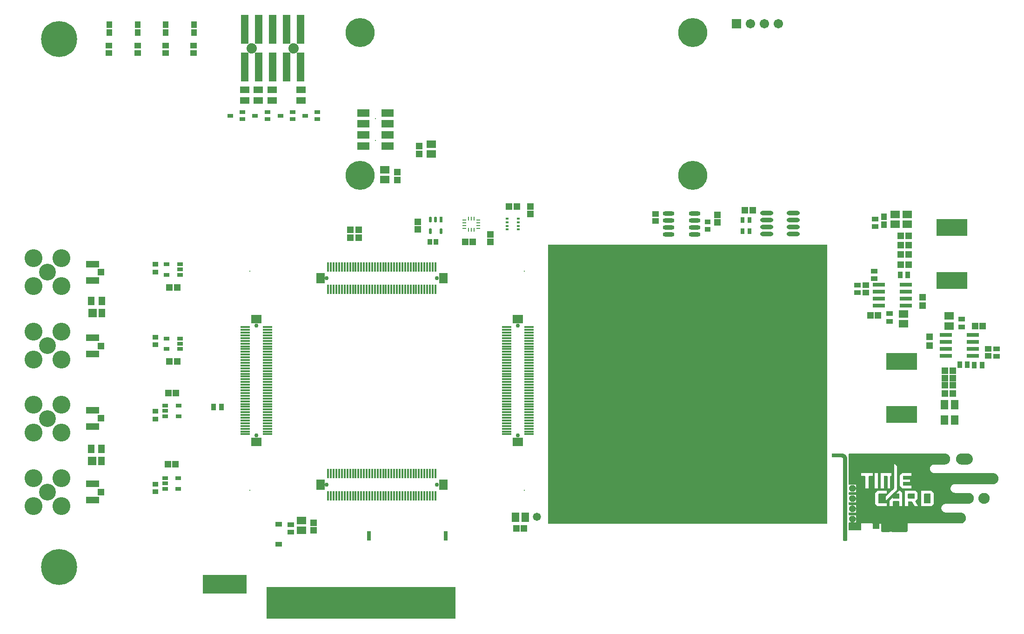
<source format=gts>
%FSTAX25Y25*%
%MOIN*%
%SFA1B1*%

%IPPOS*%
%AMD54*
4,1,8,0.010500,-0.010000,0.010500,0.010000,0.000000,0.020400,0.000000,0.020400,-0.010500,0.010000,-0.010500,-0.010000,0.000000,-0.020400,0.000000,-0.020400,0.010500,-0.010000,0.0*
1,1,0.020960,0.000000,-0.010000*
1,1,0.020960,0.000000,0.010000*
1,1,0.020960,0.000000,0.010000*
1,1,0.020960,0.000000,-0.010000*
%
%ADD23R,0.039370X0.027560*%
%ADD51R,0.026570X0.009840*%
%ADD52R,0.009840X0.026570*%
%ADD53R,0.019680X0.013780*%
G04~CAMADD=54~8~0.0~0.0~408.8~209.5~104.8~0.0~15~0.0~0.0~0.0~0.0~0~0.0~0.0~0.0~0.0~0~0.0~0.0~0.0~270.0~210.0~409.0*
%ADD54D54*%
%ADD55R,0.020950X0.040880*%
%ADD63R,0.314960X0.135830*%
%ADD64R,1.354330X0.230320*%
%ADD65R,0.049340X0.051310*%
%ADD66R,0.063120X0.063120*%
%ADD67R,0.047370X0.063120*%
%ADD68R,0.094610X0.049340*%
%ADD69R,0.049340X0.047370*%
%ADD70R,0.043430X0.027690*%
%ADD71R,0.085560X0.030440*%
%ADD72R,0.049340X0.033590*%
%ADD73R,0.058000X0.208000*%
%ADD74R,0.078870X0.017840*%
%ADD75R,0.065090X0.045400*%
%ADD76R,0.045400X0.039500*%
%ADD77R,0.045400X0.045400*%
%ADD78R,0.037530X0.041470*%
%ADD79R,0.043430X0.035560*%
%ADD80R,0.031620X0.039500*%
%ADD81R,0.047370X0.036350*%
%ADD82R,0.031620X0.033590*%
%ADD83R,0.036000X0.173000*%
%ADD84R,0.036000X0.134000*%
%ADD85O,0.094610X0.031620*%
%ADD86O,0.082800X0.031620*%
%ADD87R,0.220600X0.122170*%
%ADD88R,0.090870X0.052090*%
%ADD89R,0.017840X0.069020*%
%ADD90R,0.074930X0.061150*%
%ADD91R,0.061150X0.074930*%
%ADD92R,0.069020X0.017840*%
%ADD93R,0.041470X0.047370*%
%ADD94R,0.053280X0.065090*%
%ADD95R,0.045400X0.041470*%
%ADD96R,0.051310X0.049340*%
%ADD97R,0.045400X0.047370*%
%ADD98R,0.065090X0.053280*%
%ADD99R,0.036350X0.047370*%
%ADD100C,0.073980*%
%ADD101C,0.083000*%
%ADD102R,0.067060X0.067060*%
%ADD103C,0.067060*%
%ADD104C,0.008000*%
%ADD105C,0.029660*%
%ADD106R,0.008000X0.008000*%
%ADD107C,0.128000*%
%ADD108C,0.120000*%
%ADD109C,0.258000*%
%ADD110C,0.208000*%
%ADD111C,0.058000*%
%LNtimecard-dc-beta-v1-1*%
%LPD*%
G36*
X0679244Y0118147D02*
X0679295Y0118137D01*
X0679345Y011812*
X0679392Y0118097*
Y0118096*
X0679732*
X0679784Y0118093*
X0679836Y0118083*
X0679885Y0118066*
X0679932Y0118043*
X0679933Y0118042*
X0680002*
X0680055Y0118039*
X0680106Y0118029*
X0680156Y0118012*
X0680203Y0117989*
Y0117988*
X0680219*
X0680271Y0117985*
X0680322Y0117975*
X0680372Y0117958*
X0680419Y0117935*
X068045Y0117914*
X068048Y0117904*
X0680527Y011788*
X0680532Y0117877*
X0680541*
X0680593Y0117867*
X0680642Y011785*
X0680689Y0117826*
X068072Y0117806*
X0680751Y0117796*
X0680797Y0117772*
X0680802Y0117769*
X0680812*
X0680863Y0117758*
X0680913Y0117742*
X068096Y0117718*
X0681003Y0117689*
X0681043Y0117655*
X0681056Y011764*
X0681075Y0117633*
X0681122Y011761*
X0681153Y011759*
X0681183Y0117579*
X068123Y0117556*
X0681274Y0117527*
X0681313Y0117492*
X0681326Y0117478*
X0681345Y0117471*
X0681392Y0117448*
X0681436Y0117419*
X0681475Y0117384*
X0681488Y011737*
X0681507Y0117363*
X0681554Y011734*
X0681598Y0117311*
X0681637Y0117276*
X0681663Y0117247*
X0681692Y0117222*
X0681717Y0117193*
X0681746Y0117168*
X0681765Y0117146*
X0681771Y0117139*
X0681797Y0117117*
X06818Y0117114*
X0681825Y0117085*
X0681854Y011706*
X0681879Y0117031*
X0681908Y0117006*
X0681933Y0116977*
X0681962Y0116952*
X0681987Y0116923*
X0682016Y0116898*
X0682041Y0116869*
X068207Y0116844*
X0682095Y0116815*
X0682124Y011679*
X0682149Y0116761*
X0682178Y0116735*
X0682203Y0116707*
X0682232Y0116682*
X0682267Y0116642*
X0682296Y0116598*
X0682319Y0116551*
X0682326Y0116532*
X068234Y0116519*
X0682375Y011648*
X0682404Y0116436*
X0682427Y0116389*
X0682434Y011637*
X0682448Y0116357*
X0682483Y0116318*
X0682512Y0116274*
X0682535Y0116227*
X0682546Y0116197*
X0682566Y0116166*
X0682589Y0116119*
X0682596Y01161*
X0682611Y0116087*
X0682645Y0116047*
X0682674Y0116004*
X0682697Y0115957*
X0682708Y0115926*
X0682728Y0115896*
X0682752Y0115849*
X0682768Y0115799*
X0682779Y0115747*
Y0115738*
X0682782Y0115734*
X0682806Y0115686*
X0682816Y0115656*
X0682836Y0115625*
X068286Y0115578*
X0682876Y0115529*
X0682887Y0115477*
Y0115468*
X0682891Y0115463*
X0682914Y0115416*
X0682931Y0115366*
X0682941Y0115315*
X0682944Y0115263*
Y0115247*
X0682968Y01152*
X0682985Y011515*
X0682995Y0115099*
X0682998Y0115047*
Y0115031*
X0682999*
X0683022Y0114984*
X0683039Y0114934*
X0683049Y0114883*
X0683052Y011483*
Y0114776*
Y0114722*
Y0114668*
Y0114614*
Y011456*
Y0114506*
Y0114491*
X0683053Y011449*
X0683076Y0114443*
X0683093Y0114393*
X0683103Y0114342*
X0683106Y011429*
Y0114235*
Y0114181*
Y0114127*
Y0114073*
X0683103Y0114021*
X0683093Y011397*
X0683076Y011392*
X0683053Y0113873*
X0683052Y0113872*
Y0113857*
Y0113803*
Y0113749*
Y0113695*
Y0113641*
Y0113587*
X0683049Y0113534*
X0683039Y0113483*
X0683022Y0113433*
X0682999Y0113386*
X0682998*
Y0113371*
Y0113317*
X0682995Y0113264*
X0682985Y0113213*
X0682968Y0113163*
X0682944Y0113116*
X0682941Y0113111*
Y0113109*
Y0113102*
X0682931Y011305*
X0682914Y0113001*
X0682891Y0112954*
X0682887Y0112949*
Y011294*
X0682876Y0112888*
X068286Y0112839*
X0682836Y0112792*
X0682833Y0112787*
Y0112785*
Y0112778*
X0682822Y0112726*
X0682806Y0112677*
X0682782Y0112629*
X0682762Y0112599*
X0682752Y0112568*
X0682728Y0112521*
X0682708Y0112491*
X06827Y0112467*
X0682697Y011246*
X0682674Y0112413*
X0682654Y0112382*
X0682643Y0112352*
X068262Y0112305*
X06826Y0112274*
X0682592Y0112251*
X0682589Y0112244*
X0682566Y0112197*
X0682546Y0112166*
X0682535Y0112136*
X0682512Y0112089*
X0682483Y0112045*
X0682448Y0112006*
X0682434Y0111993*
X0682427Y0111974*
X0682404Y0111927*
X0682375Y0111883*
X068234Y0111844*
X0682311Y0111818*
X0682286Y011179*
X0682271Y0111777*
X0682265Y0111758*
X0682242Y011171*
X0682213Y0111667*
X0682178Y0111627*
X0682149Y0111602*
X0682124Y0111573*
X0682095Y0111548*
X068208Y0111531*
X068207Y0111519*
X0682041Y0111494*
X0682016Y0111465*
X0681987Y011144*
X0681962Y0111411*
X0681934Y0111387*
X0681933Y0111386*
X0681908Y0111357*
X0681879Y0111332*
X0681854Y0111303*
X0681829Y0111281*
X0681825Y0111278*
X06818Y0111249*
X0681771Y0111224*
X0681746Y0111195*
X0681706Y011116*
X0681663Y0111131*
X0681615Y0111108*
X0681596Y0111101*
X0681583Y0111087*
X0681555Y0111062*
X0681529Y0111033*
X06815Y0111007*
X0681475Y0110979*
X0681436Y0110944*
X0681392Y0110915*
X0681345Y0110892*
X0681326Y0110885*
X0681313Y0110871*
X0681274Y0110836*
X068123Y0110807*
X0681183Y0110784*
X0681153Y0110773*
X0681122Y0110753*
X0681075Y011073*
X0681045Y0110719*
X0681014Y0110699*
X0680967Y0110676*
X0680936Y0110665*
X0680906Y0110645*
X0680859Y0110622*
X0680828Y0110611*
X0680797Y0110591*
X0680751Y0110567*
X068072Y0110557*
X0680689Y0110537*
X0680642Y0110513*
X0680593Y0110496*
X0680541Y0110486*
X0680532*
X0680527Y0110483*
X068048Y0110459*
X0680431Y0110442*
X0680379Y0110432*
X068037*
X0680365Y0110428*
X0680318Y0110405*
X0680268Y0110388*
X0680217Y0110378*
X0680165Y0110375*
X0680149*
Y0110374*
X0680102Y0110351*
X0680052Y0110334*
X0680001Y0110324*
X0679948Y0110321*
X0679879*
Y011032*
X0679832Y0110297*
X0679782Y011028*
X067973Y011027*
X0679678Y0110267*
X0674434*
X0674382Y011027*
X067433Y011028*
X0674281Y0110297*
X0674234Y011032*
X0674233Y0110321*
X0674164*
X0674111Y0110324*
X067406Y0110334*
X067401Y0110351*
X0673963Y0110374*
X0673959Y0110378*
X0673949*
X0673898Y0110388*
X0673848Y0110405*
X0673801Y0110428*
X0673796Y0110432*
X0673787*
X0673736Y0110442*
X0673686Y0110459*
X0673639Y0110483*
X0673634Y0110486*
X0673625*
X0673573Y0110496*
X0673524Y0110513*
X0673477Y0110537*
X0673446Y0110557*
X0673416Y0110567*
X0673369Y0110591*
X0673364Y0110594*
X0673354*
X0673303Y0110605*
X0673253Y0110622*
X0673206Y0110645*
X0673163Y0110674*
X0673123Y0110708*
X067311Y0110723*
X0673091Y011073*
X0673044Y0110753*
X0673013Y0110773*
X0672983Y0110784*
X0672936Y0110807*
X0672893Y0110836*
X0672853Y0110871*
X067284Y0110885*
X0672821Y0110892*
X0672774Y0110915*
X067273Y0110944*
X0672691Y0110979*
X0672678Y0110993*
X0672659Y0111*
X0672612Y0111023*
X0672568Y0111052*
X0672529Y0111087*
X0672516Y0111101*
X0672504Y0111116*
X0672475Y0111141*
X0672449Y011117*
X0672421Y0111195*
X0672395Y0111224*
X0672367Y0111249*
X0672341Y0111278*
X0672337Y0111281*
X0672312Y0111303*
X0672287Y0111332*
X0672258Y0111357*
X0672233Y0111386*
X0672232Y0111387*
X0672204Y0111411*
X0672179Y011144*
X067215Y0111465*
X0672125Y0111494*
X0672096Y0111519*
X0672086Y0111531*
X0672071Y0111548*
X0672042Y0111573*
X0672036Y011158*
X0672017Y0111602*
X0671988Y0111627*
X0671963Y0111656*
X0671934Y0111681*
X06719Y0111721*
X067187Y0111765*
X0671847Y0111811*
X0671844Y0111822*
X0671841Y0111831*
X0671826Y0111844*
X0671801Y0111872*
X0671772Y0111898*
X0671737Y0111937*
X0671708Y0111981*
X0671685Y0112028*
X0671675Y0112058*
X0671654Y0112089*
X0671631Y0112136*
X0671624Y0112155*
X067161Y0112168*
X0671575Y0112207*
X0671546Y0112251*
X0671523Y0112298*
X067152Y0112305*
X0671513Y0112328*
X0671492Y0112359*
X0671469Y0112406*
X0671458Y0112436*
X0671438Y0112467*
X0671415Y0112514*
X0671404Y0112545*
X0671384Y0112575*
X0671361Y0112622*
X0671344Y0112672*
X0671334Y0112724*
X0671333Y0112733*
X067133Y0112738*
X0671307Y0112785*
X067129Y0112834*
X0671279Y0112886*
Y0112895*
X0671276Y01129*
X0671252Y0112947*
X0671236Y0112996*
X0671225Y0113048*
Y0113057*
X0671222Y0113062*
X0671198Y0113109*
X0671181Y0113159*
X0671171Y011321*
X0671168Y0113262*
Y0113317*
Y0113332*
X0671144Y0113379*
X0671128Y0113429*
X0671117Y011348*
X0671114Y0113533*
Y0113587*
Y0113602*
X0671113Y0113603*
X067109Y011365*
X0671073Y0113699*
X0671063Y0113751*
X067106Y0113803*
Y0113857*
Y0113911*
Y0113965*
Y0114019*
Y0114073*
Y0114127*
Y0114181*
Y0114235*
Y011429*
Y0114344*
Y0114398*
Y0114452*
Y0114506*
X0671063Y0114558*
X0671073Y011461*
X067109Y0114659*
X0671113Y0114706*
X0671114Y0114707*
Y0114722*
Y0114776*
Y011483*
Y0114884*
X0671117Y0114937*
X0671128Y0114988*
X0671144Y0115038*
X0671168Y0115085*
Y0115101*
X0671171Y0115153*
X0671181Y0115204*
X0671198Y0115254*
X0671222Y0115301*
Y0115302*
Y0115317*
X0671225Y0115369*
X0671236Y011542*
X0671252Y011547*
X0671276Y0115517*
X0671296Y0115548*
X0671307Y0115578*
X067133Y0115625*
X0671333Y011563*
X0671334Y0115639*
X0671344Y0115691*
X0671361Y0115741*
X0671384Y0115787*
X0671404Y0115818*
X0671406Y0115822*
X0671415Y0115849*
X0671438Y0115896*
X0671458Y0115926*
X0671469Y0115957*
X0671492Y0116004*
X0671513Y0116035*
X0671523Y0116065*
X0671546Y0116112*
X0671562Y0116137*
X0671567Y0116143*
X0671577Y0116173*
X06716Y011622*
X0671629Y0116264*
X0671664Y0116303*
X0671678Y0116316*
X0671685Y0116335*
X0671708Y0116382*
X0671737Y0116426*
X0671772Y0116465*
X0671786Y0116478*
X0671793Y0116497*
X0671816Y0116544*
X0671845Y0116588*
X067188Y0116627*
X0671909Y0116653*
X0671934Y0116682*
X0671963Y0116707*
X0671988Y0116735*
X0672017Y0116761*
X0672042Y011679*
X0672071Y0116815*
X0672096Y0116844*
X0672125Y0116869*
X067215Y0116898*
X0672179Y0116923*
X0672204Y0116952*
X0672233Y0116977*
X0672258Y0117006*
X0672287Y0117031*
X0672312Y011706*
X0672341Y0117085*
X0672367Y0117114*
X0672377Y0117124*
X0672395Y0117139*
X0672421Y0117168*
X0672424Y0117171*
X0672449Y0117193*
X0672475Y0117222*
X0672504Y0117247*
X0672529Y0117276*
X0672557Y0117301*
X0672583Y011733*
X0672622Y0117365*
X0672666Y0117394*
X0672713Y0117417*
X0672732Y0117424*
X0672745Y0117438*
X0672784Y0117473*
X0672828Y0117502*
X0672875Y0117525*
X0672894Y0117532*
X0672907Y0117546*
X0672947Y0117581*
X067299Y011761*
X0673037Y0117633*
X0673068Y0117644*
X0673098Y0117664*
X0673145Y0117687*
X0673176Y0117698*
X0673206Y0117718*
X0673253Y0117742*
X0673284Y0117752*
X0673315Y0117772*
X0673362Y0117796*
X0673411Y0117812*
X0673463Y0117823*
X0673472*
X0673477Y0117826*
X0673524Y011785*
X0673554Y011786*
X0673585Y011788*
X0673632Y0117904*
X0673681Y011792*
X0673733Y0117931*
X0673742*
X0673747Y0117935*
X0673794Y0117958*
X0673844Y0117975*
X0673895Y0117985*
X0673947Y0117988*
X0673963*
Y0117989*
X067401Y0118012*
X067406Y0118029*
X0674111Y0118039*
X0674164Y0118042*
X0674179*
X067418Y0118043*
X0674227Y0118066*
X0674276Y0118083*
X0674328Y0118093*
X067438Y0118096*
X0674774*
Y0118097*
X0674821Y011812*
X0674871Y0118137*
X0674922Y0118147*
X0674975Y011815*
X0679083*
X067911Y0118149*
X0679137Y011815*
X0679191*
X0679244Y0118147*
G37*
G36*
X059734Y0095549D02*
X0597391Y0095539D01*
X0597441Y0095522*
X0597488Y0095499*
X0597504*
X0597556Y0095495*
X0597608Y0095485*
X0597657Y0095468*
X0597704Y0095445*
X0597709Y0095442*
X0597718Y0095441*
X059777Y0095431*
X0597819Y0095414*
X0597866Y0095391*
X0597897Y009537*
X0597928Y009536*
X0597974Y0095337*
X0598005Y0095316*
X0598036Y0095306*
X0598083Y0095283*
X0598126Y0095253*
X0598166Y0095219*
X0598179Y0095204*
X0598198Y0095198*
X0598245Y0095174*
X0598288Y0095145*
X0598328Y0095111*
X0598341Y0095096*
X059836Y009509*
X0598407Y0095066*
X0598451Y0095037*
X059849Y0095003*
X0598515Y0094974*
X0598544Y0094949*
X0598569Y009492*
X0598598Y0094894*
X0598623Y0094866*
X0598652Y009484*
X0598677Y0094812*
X0598706Y0094786*
X0598732Y0094758*
X059876Y0094732*
X0598795Y0094693*
X0598824Y0094649*
X0598847Y0094602*
X0598854Y0094583*
X0598869Y009457*
X0598903Y0094531*
X0598932Y0094487*
X0598955Y009444*
X0598962Y0094421*
X0598977Y0094408*
X0599011Y0094368*
X059904Y0094325*
X0599063Y0094278*
X0599074Y0094248*
X0599094Y0094217*
X0599118Y009417*
X0599134Y009412*
X0599145Y0094069*
Y0094059*
X0599148Y0094055*
X0599172Y0094008*
X0599189Y0093958*
X0599199Y0093906*
Y0093897*
X0599202Y0093892*
X0599226Y0093845*
X0599243Y0093796*
X0599253Y0093744*
X0599256Y0093692*
Y0093677*
X0599257Y0093676*
X059928Y0093629*
X0599297Y009358*
X0599307Y0093528*
X059931Y0093476*
Y0093422*
Y0093368*
Y0093313*
Y009326*
Y0093205*
Y0093151*
Y0093097*
Y0093043*
Y0092989*
Y0092935*
Y0092881*
Y0092827*
Y0092773*
X0599307Y0092721*
X0599297Y0092669*
X059928Y009262*
X0599257Y0092572*
X0599256*
Y0092557*
X0599253Y0092504*
X0599243Y0092453*
X0599226Y0092403*
X0599202Y0092356*
X0599199Y0092352*
Y0092349*
Y0092342*
X0599189Y0092291*
X0599172Y0092241*
X0599148Y0092194*
X0599128Y0092163*
X0599118Y0092133*
X0599094Y0092086*
X0599074Y0092055*
X0599063Y0092025*
X059904Y0091978*
X059902Y0091947*
X059901Y0091917*
X0598986Y009187*
X0598957Y0091826*
X0598922Y0091787*
X0598908Y0091774*
X0598901Y0091755*
X0598878Y0091707*
X0598849Y0091664*
X0598814Y0091624*
X0598786Y0091599*
X059876Y009157*
X0598732Y0091545*
X0598706Y0091516*
X0598677Y0091491*
X0598652Y0091462*
X0598623Y0091437*
X0598598Y0091408*
X0598569Y0091383*
X0598544Y0091354*
X0598515Y0091329*
X059849Y00913*
X0598461Y0091275*
X059844Y009125*
X0598436Y0091246*
X0598407Y0091221*
X0598382Y0091192*
X0598343Y0091157*
X0598299Y0091128*
X0598252Y0091105*
X0598233Y0091098*
X059822Y0091084*
X059818Y0091049*
X0598137Y009102*
X059809Y0090997*
X0598059Y0090987*
X0598029Y0090966*
X0597982Y0090943*
X0597951Y0090933*
X0597921Y0090912*
X0597873Y0090889*
X0597824Y0090872*
X0597772Y0090862*
X0597763Y0090861*
X0597758Y0090858*
X0597711Y0090835*
X0597662Y0090818*
X059761Y0090808*
X0597601Y0090807*
X0597596Y0090804*
X0597549Y0090781*
X0597499Y0090764*
X0597448Y0090754*
X0597396Y009075*
X0597272*
X0597225Y0090727*
X0597175Y009071*
X0597124Y00907*
X0597071Y0090696*
X0596693*
X059664Y00907*
X0596589Y009071*
X0596539Y0090727*
X0596492Y009075*
X0596369*
X0596316Y0090754*
X0596265Y0090764*
X0596215Y0090781*
X0596168Y0090804*
X0596163Y0090807*
X0596154Y0090808*
X0596103Y0090818*
X0596053Y0090835*
X0596006Y0090858*
X0595975Y0090878*
X0595945Y0090889*
X0595898Y0090912*
X0595893Y0090915*
X0595884Y0090916*
X0595832Y0090926*
X0595783Y0090943*
X0595736Y0090966*
X0595692Y0090995*
X0595652Y009103*
X059564Y0091044*
X059562Y0091051*
X0595573Y0091074*
X059553Y0091103*
X059549Y0091138*
X0595477Y0091153*
X0595458Y0091159*
X0595411Y0091182*
X0595368Y0091211*
X0595328Y0091246*
X0595303Y0091275*
X0595274Y00913*
X0595249Y0091329*
X059522Y0091354*
X0595195Y0091383*
X0595166Y0091408*
X0595141Y0091437*
X0595112Y0091462*
X0595087Y0091491*
X0595058Y0091516*
X0595033Y0091545*
X0595004Y009157*
X0594979Y0091599*
X059497Y0091606*
X059495Y0091624*
X0594915Y0091664*
X0594886Y0091707*
X0594863Y0091755*
X0594853Y0091785*
X0594832Y0091816*
X0594809Y0091863*
X0594804Y0091877*
X0594802Y0091882*
X0594788Y0091895*
X0594753Y0091934*
X0594724Y0091978*
X0594701Y0092025*
X059469Y0092055*
X059467Y0092086*
X0594647Y0092133*
X059463Y0092183*
X059462Y0092234*
X0594619Y0092243*
X0594616Y0092248*
X0594593Y0092295*
X0594576Y0092345*
X0594565Y0092396*
Y0092406*
X0594562Y009241*
X0594538Y0092457*
X0594522Y0092507*
X0594511Y0092558*
X0594508Y0092611*
Y0092665*
Y009268*
Y0092681*
X0594484Y0092728*
X0594468Y0092777*
X0594457Y0092829*
X0594454Y0092881*
Y0092935*
Y0092989*
Y0093043*
Y0093097*
Y0093151*
Y0093205*
Y009326*
Y0093313*
Y0093368*
Y0093422*
X0594457Y0093474*
X0594468Y0093525*
X0594484Y0093575*
X0594508Y0093622*
Y0093623*
Y0093638*
Y0093692*
X0594511Y0093744*
X0594522Y0093796*
X0594538Y0093845*
X0594562Y0093892*
X0594565Y0093897*
Y0093906*
X0594576Y0093958*
X0594593Y0094008*
X0594616Y0094055*
X0594636Y0094085*
X0594647Y0094116*
X059467Y0094163*
X059469Y0094194*
X0594701Y0094224*
X0594724Y0094271*
X0594744Y0094302*
X0594755Y0094332*
X0594778Y0094379*
X0594799Y009441*
X0594809Y009444*
X0594832Y0094487*
X0594861Y0094531*
X0594896Y009457*
X0594924Y0094595*
X059495Y0094624*
X0594964Y0094637*
X0594971Y0094656*
X0594994Y0094703*
X0595023Y0094747*
X0595058Y0094786*
X0595087Y0094812*
X0595112Y009484*
X0595141Y0094866*
X0595166Y0094894*
X0595195Y009492*
X059522Y0094949*
X059526Y0094983*
X0595303Y0095012*
X059535Y0095035*
X0595369Y0095042*
X0595382Y0095057*
X0595411Y0095082*
X0595436Y0095111*
X0595476Y0095145*
X0595519Y0095174*
X0595566Y0095198*
X0595586Y0095204*
X0595599Y0095219*
X0595638Y0095253*
X0595681Y0095283*
X0595728Y0095306*
X0595759Y0095316*
X059579Y0095337*
X0595837Y009536*
X0595886Y0095377*
X0595938Y0095387*
X0595947Y0095388*
X0595952Y0095391*
X0595999Y0095414*
X0596004Y0095416*
X0596029Y0095424*
X059606Y0095445*
X0596107Y0095468*
X0596157Y0095485*
X0596208Y0095495*
X059626Y0095499*
X0596276*
X0596323Y0095522*
X0596373Y0095539*
X0596424Y0095549*
X0596477Y0095552*
X0597288*
X059734Y0095549*
G37*
G36*
X0597286Y0088251D02*
X0597337Y008824D01*
X0597387Y0088224*
X0597434Y00882*
X0597435*
X059745*
X0597502Y0088197*
X0597553Y0088186*
X0597603Y008817*
X059765Y0088146*
X0597655Y0088143*
X0597664*
X0597716Y0088132*
X0597765Y0088116*
X0597812Y0088092*
X0597843Y0088072*
X0597873Y0088061*
X0597921Y0088038*
X0597951Y0088018*
X0597982Y0088007*
X0598029Y0087984*
X0598059Y0087964*
X059809Y0087953*
X0598137Y008793*
X0598168Y008791*
X0598198Y0087899*
X0598245Y0087876*
X0598288Y0087847*
X0598328Y0087812*
X0598353Y0087784*
X0598382Y0087758*
X0598395Y0087744*
X0598414Y0087737*
X0598461Y0087714*
X0598505Y0087685*
X0598544Y008765*
X0598569Y0087621*
X0598598Y0087596*
X0598624Y0087567*
X0598652Y0087542*
X0598677Y0087513*
X0598706Y0087488*
X0598741Y0087449*
X059877Y0087405*
X0598793Y0087358*
X05988Y0087339*
X0598814Y0087326*
X059884Y0087297*
X0598869Y0087272*
X0598903Y0087232*
X0598932Y0087189*
X0598955Y0087142*
X0598966Y0087111*
X0598986Y0087081*
X059901Y0087034*
X059902Y0087003*
X059904Y0086972*
X0599063Y0086925*
X0599074Y0086895*
X0599094Y0086864*
X0599118Y0086817*
X0599128Y0086787*
X0599148Y0086756*
X0599172Y0086709*
X0599189Y0086659*
X0599199Y0086608*
Y0086599*
X0599202Y0086594*
X0599226Y0086547*
X0599243Y0086497*
X0599253Y0086446*
X0599256Y0086394*
Y0086378*
X0599257*
X059928Y0086331*
X0599297Y0086281*
X0599307Y008623*
X059931Y0086177*
Y0086123*
Y0086069*
Y0086015*
Y0085961*
Y0085907*
Y0085853*
Y0085799*
Y0085745*
Y0085691*
Y0085637*
Y0085583*
Y0085529*
Y0085474*
X0599307Y0085422*
X0599297Y0085371*
X059928Y0085321*
X0599257Y0085274*
X0599256*
Y0085258*
X0599253Y0085206*
X0599243Y0085154*
X0599226Y0085105*
X0599202Y0085058*
X0599199Y0085053*
Y0085044*
X0599189Y0084992*
X0599172Y0084943*
X0599148Y0084896*
X0599128Y0084865*
X0599118Y0084835*
X0599094Y0084788*
X0599074Y0084757*
X0599071Y0084749*
X0599063Y0084727*
X059904Y0084679*
X059902Y0084649*
X059901Y0084618*
X0598986Y0084571*
X0598966Y008454*
X0598955Y008451*
X0598932Y0084463*
X0598903Y008442*
X0598869Y008438*
X059884Y0084355*
X0598814Y0084326*
X05988Y0084313*
X0598793Y0084294*
X059877Y0084247*
X0598741Y0084203*
X0598706Y0084164*
X0598677Y0084139*
X0598652Y008411*
X0598623Y0084085*
X0598598Y0084056*
X0598559Y0084021*
X0598515Y0083992*
X0598468Y0083969*
X0598449Y0083962*
X0598436Y0083948*
X0598407Y0083922*
X0598382Y0083894*
X0598353Y0083868*
X0598328Y0083839*
X0598288Y0083805*
X0598245Y0083776*
X0598198Y0083753*
X0598168Y0083742*
X0598137Y0083722*
X059809Y0083699*
X0598059Y0083688*
X0598029Y0083668*
X0597982Y0083644*
X0597951Y0083634*
X0597921Y0083614*
X0597873Y0083591*
X0597843Y008358*
X0597812Y008356*
X0597765Y0083536*
X0597716Y008352*
X0597664Y0083509*
X0597655*
X059765Y0083505*
X0597603Y0083482*
X0597553Y0083465*
X0597502Y0083455*
X059745Y0083452*
X059738*
Y0083451*
X0597333Y0083428*
X0597283Y0083411*
X0597232Y0083401*
X0597179Y0083398*
X0596585*
X0596532Y0083401*
X0596481Y0083411*
X0596431Y0083428*
X0596384Y0083451*
Y0083452*
X0596314*
X0596262Y0083455*
X0596211Y0083465*
X0596161Y0083482*
X0596114Y0083505*
X0596109Y0083509*
X05961*
X0596048Y008352*
X0595999Y0083536*
X0595952Y008356*
X0595921Y008358*
X0595891Y0083591*
X0595844Y0083614*
X0595813Y0083634*
X0595783Y0083644*
X0595736Y0083668*
X0595705Y0083688*
X0595675Y0083699*
X0595627Y0083722*
X0595584Y0083751*
X0595544Y0083785*
X0595532Y00838*
X0595512Y0083807*
X0595465Y008383*
X0595422Y0083859*
X0595382Y0083894*
X0595357Y0083922*
X0595328Y0083948*
X0595303Y0083977*
X0595274Y0084002*
X0595249Y0084031*
X059522Y0084056*
X0595195Y0084085*
X0595166Y008411*
X0595141Y0084139*
X0595112Y0084164*
X0595087Y0084193*
X0595058Y0084218*
X0595033Y0084247*
X0595004Y0084272*
X0594979Y0084301*
X059495Y0084326*
X0594915Y0084365*
X0594886Y0084409*
X0594863Y0084456*
X0594856Y0084475*
X0594842Y0084488*
X0594807Y0084528*
X0594778Y0084571*
X0594755Y0084618*
X0594744Y0084649*
X0594724Y0084679*
X0594701Y0084727*
X0594696Y0084741*
X059469Y0084757*
X059467Y0084788*
X0594647Y0084835*
X059463Y0084884*
X059462Y0084936*
X0594619Y0084945*
X0594616Y008495*
X0594593Y0084997*
X0594576Y0085046*
X0594565Y0085098*
Y0085107*
X0594562Y0085112*
X0594538Y0085159*
X0594522Y0085209*
X0594511Y008526*
X0594508Y0085312*
Y0085328*
X0594484Y0085375*
X0594468Y0085425*
X0594457Y0085476*
X0594454Y0085529*
Y0085583*
Y0085637*
Y0085691*
Y0085745*
Y0085799*
Y0085853*
Y0085907*
Y0085961*
Y0086015*
Y0086069*
Y0086123*
X0594457Y0086176*
X0594468Y0086227*
X0594484Y0086277*
X0594508Y0086324*
Y0086339*
X0594511Y0086392*
X0594522Y0086443*
X0594538Y0086493*
X0594562Y008654*
Y0086541*
Y0086556*
X0594565Y0086608*
X0594576Y0086659*
X0594593Y0086709*
X0594616Y0086756*
X0594626Y0086772*
X0594636Y0086787*
X0594647Y0086817*
X059467Y0086864*
X059469Y0086895*
X0594701Y0086925*
X0594724Y0086972*
X0594744Y0087003*
X0594755Y0087034*
X0594778Y0087081*
X0594807Y0087124*
X0594842Y0087164*
X0594856Y0087177*
X0594863Y0087196*
X0594886Y0087243*
X0594915Y0087286*
X059495Y0087326*
X0594964Y0087339*
X0594979Y0087351*
X0595004Y008738*
X0595015Y0087389*
X0595033Y0087405*
X0595058Y0087434*
X0595087Y0087459*
X0595112Y0087488*
X0595141Y0087513*
X0595166Y0087542*
X0595195Y0087567*
X059522Y0087596*
X0595249Y0087621*
X0595274Y008765*
X0595303Y0087675*
X0595328Y0087704*
X0595357Y008773*
X0595382Y0087758*
X0595422Y0087793*
X0595465Y0087822*
X0595512Y0087845*
X0595532Y0087852*
X0595544Y0087866*
X0595584Y0087901*
X0595627Y008793*
X0595675Y0087953*
X0595705Y0087964*
X0595736Y0087984*
X0595783Y0088007*
X0595813Y0088018*
X0595844Y0088038*
X0595891Y0088061*
X0595921Y0088072*
X0595952Y0088092*
X0595999Y0088116*
X0596048Y0088132*
X05961Y0088143*
X0596109*
X0596114Y0088146*
X0596161Y008817*
X0596211Y0088186*
X0596262Y0088197*
X0596314Y00882*
X0596384*
X0596431Y0088224*
X0596481Y008824*
X0596532Y0088251*
X0596585Y0088254*
X0597233*
X0597286Y0088251*
G37*
G36*
X0691678Y0089927D02*
X0691729Y0089916D01*
X0691779Y0089899*
X0691826Y0089876*
X0691827*
X069195*
X0692002Y0089873*
X0692054Y0089862*
X0692103Y0089846*
X0692151Y0089822*
X0692166*
X0692219Y0089819*
X069227Y0089808*
X069232Y0089791*
X0692367Y0089768*
X0692372Y0089765*
X0692381Y0089764*
X0692432Y0089754*
X0692482Y0089737*
X0692529Y0089714*
X0692534Y0089711*
X0692543Y008971*
X0692594Y00897*
X0692644Y0089683*
X0692691Y008966*
X0692722Y008964*
X0692752Y0089629*
X0692799Y0089606*
X0692804Y0089603*
X0692813Y0089602*
X0692865Y0089592*
X0692914Y0089575*
X0692962Y0089552*
X0692992Y0089531*
X0693023Y0089521*
X069307Y0089498*
X0693113Y0089469*
X0693153Y0089434*
X0693165Y008942*
X0693185Y0089413*
X0693232Y008939*
X0693263Y0089369*
X0693293Y0089359*
X069334Y0089336*
X0693384Y0089307*
X0693423Y0089272*
X0693436Y0089257*
X0693455Y0089251*
X0693502Y0089228*
X0693546Y0089198*
X0693585Y0089164*
X069361Y0089135*
X0693639Y008911*
X0693665Y0089081*
X0693693Y0089056*
X0693706Y0089041*
X0693725Y0089035*
X0693772Y0089011*
X0693816Y0088982*
X0693855Y0088948*
X0693881Y0088919*
X069391Y0088894*
X0693935Y0088865*
X0693964Y008884*
X0693989Y0088811*
X0694018Y0088785*
X0694043Y0088757*
X0694072Y0088731*
X0694097Y0088703*
X0694126Y0088677*
X0694151Y0088649*
X069418Y0088623*
X0694205Y0088594*
X0694234Y0088569*
X0694268Y008853*
X0694298Y0088486*
X0694321Y0088439*
X0694327Y008842*
X0694342Y0088407*
X0694367Y0088378*
X0694396Y0088353*
X0694431Y0088314*
X069446Y008827*
X0694483Y0088223*
X0694489Y0088204*
X0694504Y0088191*
X0694539Y0088151*
X0694568Y0088108*
X0694591Y0088061*
X0694601Y008803*
X0694622Y0088*
X0694645Y0087953*
X0694652Y0087933*
X0694666Y008792*
X0694701Y0087881*
X069473Y0087837*
X0694753Y008779*
X0694764Y008776*
X0694784Y0087729*
X0694807Y0087682*
X0694824Y0087633*
X0694834Y0087581*
X0694835Y0087572*
X0694838Y0087567*
X0694861Y008752*
X0694872Y008749*
X0694888Y0087466*
X0694892Y0087459*
X0694915Y0087412*
X0694932Y0087362*
X0694943Y0087311*
Y0087302*
X0694946Y0087297*
X069497Y008725*
X0694986Y00872*
X0694997Y0087149*
Y0087139*
X0695Y0087135*
X0695024Y0087088*
X069504Y0087038*
X0695051Y0086987*
X0695054Y0086934*
Y0086919*
Y0086918*
X0695078Y0086871*
X0695094Y0086822*
X0695105Y008677*
X0695108Y0086718*
Y0086664*
Y008661*
Y0086595*
X0695109Y0086594*
X0695132Y0086547*
X0695149Y0086497*
X0695159Y0086446*
X0695162Y0086394*
Y0086339*
Y0086286*
Y0086231*
Y0086177*
Y0086123*
Y0086069*
Y0086015*
Y0085961*
Y0085907*
Y0085853*
Y0085799*
Y0085745*
Y0085691*
Y0085637*
Y0085583*
X0695159Y008553*
X0695149Y0085479*
X0695132Y0085429*
X0695109Y0085382*
X0695108*
Y0085366*
Y0085312*
Y0085258*
X0695105Y0085206*
X0695094Y0085154*
X0695078Y0085105*
X0695054Y0085058*
Y0085057*
Y0085042*
X0695051Y008499*
X069504Y0084938*
X0695024Y0084889*
X0695Y0084842*
X0694997Y0084837*
Y0084828*
X0694986Y0084776*
X069497Y0084727*
X0694946Y0084679*
X0694943Y0084675*
Y0084665*
X0694932Y0084614*
X0694915Y0084564*
X0694892Y0084517*
X0694872Y0084486*
X0694861Y0084456*
X0694838Y0084409*
X0694818Y0084378*
X0694807Y0084348*
X0694784Y0084301*
X0694764Y008427*
X0694753Y008424*
X069473Y0084193*
X0694709Y0084162*
X0694699Y0084132*
X0694676Y0084085*
X0694655Y0084054*
X0694645Y0084024*
X0694622Y0083977*
X0694593Y0083933*
X0694558Y0083894*
X0694544Y0083881*
X0694537Y0083862*
X0694514Y0083814*
X0694485Y0083771*
X069445Y0083731*
X0694435Y0083719*
X0694429Y0083699*
X0694406Y0083652*
X0694377Y0083609*
X0694342Y0083569*
X0694313Y0083544*
X0694288Y0083515*
X0694263Y0083493*
X0694259Y008349*
X0694234Y0083461*
X0694205Y0083436*
X069419Y0083419*
X069418Y0083407*
X0694151Y0083382*
X0694126Y0083353*
X0694097Y0083328*
X0694072Y0083299*
X0694043Y0083274*
X0694018Y0083245*
X0693989Y008322*
X0693964Y0083191*
X0693935Y0083166*
X069391Y0083137*
X0693881Y0083112*
X0693855Y0083083*
X0693831Y0083061*
X0693827Y0083057*
X0693801Y0083029*
X0693773Y0083003*
X0693747Y0082975*
X0693722Y0082953*
X0693718Y0082949*
X0693693Y008292*
X0693654Y0082886*
X069361Y0082857*
X0693563Y0082834*
X0693544Y0082827*
X0693531Y0082812*
X0693502Y0082787*
X0693477Y0082758*
X0693438Y0082724*
X0693394Y0082695*
X0693347Y0082671*
X0693317Y0082661*
X0693286Y008264*
X0693239Y0082617*
X069322Y0082611*
X0693207Y0082596*
X0693167Y0082561*
X0693124Y0082532*
X0693077Y0082509*
X0693046Y0082499*
X0693015Y0082478*
X0692969Y0082455*
X0692938Y0082445*
X0692907Y0082424*
X069286Y0082401*
X0692811Y0082384*
X0692759Y0082374*
X069275Y0082373*
X0692745Y008237*
X0692698Y0082347*
X0692668Y0082337*
X0692637Y0082316*
X069259Y0082293*
X069254Y0082276*
X0692489Y0082266*
X069248Y0082265*
X0692475Y0082262*
X0692428Y0082239*
X0692378Y0082222*
X0692327Y0082212*
X0692275Y0082208*
X0692259*
X0692212Y0082185*
X0692162Y0082168*
X0692111Y0082158*
X0692058Y0082154*
X0691989*
X0691988*
X0691941Y0082131*
X0691892Y0082114*
X069184Y0082104*
X0691788Y00821*
X0691665*
X0691664*
X0691617Y0082077*
X0691567Y008206*
X0691516Y008205*
X0691464Y0082046*
X0691409*
X0691383Y0082048*
X0691356Y0082046*
X0691301*
X0691274Y0082048*
X0691247Y0082046*
X0690869*
X0690817Y008205*
X0690765Y008206*
X0690716Y0082077*
X0690668Y00821*
X069049*
X0690438Y0082104*
X0690387Y0082114*
X0690337Y0082131*
X069029Y0082154*
X0690289*
X069022*
X0690168Y0082158*
X0690116Y0082168*
X0690067Y0082185*
X069002Y0082208*
X0690015Y0082211*
X0690006Y0082212*
X0689954Y0082222*
X0689905Y0082239*
X0689857Y0082262*
X0689853Y0082265*
X0689844Y0082266*
X0689792Y0082276*
X0689742Y0082293*
X0689695Y0082316*
X0689691Y0082319*
X0689681Y008232*
X068963Y008233*
X068958Y0082347*
X0689533Y008237*
X0689502Y0082391*
X0689472Y0082401*
X0689425Y0082424*
X0689394Y0082445*
X0689364Y0082455*
X0689317Y0082478*
X0689286Y0082499*
X0689256Y0082509*
X0689209Y0082532*
X0689178Y0082553*
X0689148Y0082563*
X0689101Y0082586*
X0689057Y0082616*
X0689018Y008265*
X0689005Y0082665*
X0688985Y0082671*
X0688939Y0082695*
X0688895Y0082724*
X0688856Y0082758*
X0688843Y0082773*
X0688823Y008278*
X0688776Y0082803*
X0688733Y0082832*
X0688693Y0082866*
X0688668Y0082895*
X0688639Y008292*
X0688614Y0082949*
X068861Y0082953*
X0688585Y0082975*
X0688572Y0082989*
X0688553Y0082996*
X0688506Y0083019*
X0688462Y0083048*
X0688423Y0083083*
X0688398Y0083112*
X0688369Y0083137*
X0688344Y0083166*
X0688315Y0083191*
X068829Y008322*
X0688261Y0083245*
X0688251Y0083256*
X0688236Y0083274*
X0688207Y0083299*
X0688181Y0083328*
X0688153Y0083353*
X0688118Y0083392*
X0688089Y0083436*
X0688066Y0083483*
X0688059Y0083502*
X0688045Y0083515*
X0688034Y0083527*
X0688019Y0083544*
X0687991Y0083569*
X068798Y0083581*
X0687965Y0083598*
X0687936Y0083623*
X0687902Y0083663*
X0687873Y0083706*
X068785Y0083753*
X0687843Y0083773*
X0687828Y0083785*
X0687794Y0083825*
X0687765Y0083868*
X0687741Y0083916*
X0687731Y0083946*
X0687711Y0083977*
X0687687Y0084024*
X0687686Y0084028*
X0687681Y0084043*
X0687666Y0084056*
X0687632Y0084095*
X0687602Y0084139*
X0687579Y0084186*
X0687577Y0084193*
X0687569Y0084216*
X0687548Y0084247*
X0687525Y0084294*
X0687515Y0084324*
X0687494Y0084355*
X0687471Y0084402*
X0687454Y0084452*
X0687444Y0084503*
X0687443Y0084513*
X068744Y0084517*
X0687417Y0084564*
X0687407Y0084595*
X0687386Y0084625*
X0687363Y0084672*
X0687346Y0084722*
X0687336Y0084773*
X0687335Y0084783*
X0687332Y0084788*
X0687309Y0084835*
X0687292Y0084884*
X0687282Y0084936*
X0687278Y0084988*
Y0085003*
Y0085004*
X0687255Y0085051*
X0687238Y0085101*
X0687228Y0085152*
X0687224Y0085204*
Y0085258*
Y0085274*
X0687201Y0085321*
X0687184Y0085371*
X0687174Y0085422*
X068717Y0085474*
Y0085529*
Y0085583*
Y0085637*
Y0085691*
Y0085745*
Y0085799*
Y0085853*
Y0085907*
Y0085961*
Y0086015*
Y0086069*
Y0086123*
Y0086177*
Y0086231*
Y0086286*
Y0086339*
Y0086394*
Y0086448*
Y0086502*
X0687174Y0086554*
X0687184Y0086606*
X0687201Y0086655*
X0687224Y0086702*
Y0086703*
Y0086718*
Y0086772*
X0687228Y0086824*
X0687238Y0086876*
X0687255Y0086925*
X0687278Y0086972*
Y0086973*
Y0086988*
X0687282Y0087041*
X0687292Y0087092*
X0687309Y0087142*
X0687332Y0087189*
X0687335Y0087193*
X0687336Y0087203*
X0687346Y0087254*
X0687363Y0087304*
X0687386Y0087351*
X0687389Y0087356*
X068739Y0087365*
X06874Y0087416*
X0687417Y0087466*
X068744Y0087513*
X0687461Y0087544*
X0687471Y0087574*
X0687494Y0087621*
X0687515Y0087652*
X0687525Y0087682*
X0687548Y0087729*
X0687554Y0087737*
X0687569Y008776*
X0687579Y008779*
X0687602Y0087837*
X0687623Y0087868*
X0687633Y0087899*
X0687656Y0087946*
X0687677Y0087976*
X0687687Y0088007*
X0687711Y0088054*
X068774Y0088097*
X0687774Y0088137*
X0687789Y008815*
X0687795Y0088169*
X0687819Y0088216*
X0687848Y008826*
X0687882Y0088299*
X0687911Y0088324*
X0687936Y0088353*
X0687951Y0088366*
X0687958Y0088385*
X0687981Y0088432*
X068801Y0088476*
X0688045Y0088515*
X0688073Y008854*
X0688099Y0088569*
X0688127Y0088594*
X0688153Y0088623*
X0688181Y0088649*
X0688207Y0088677*
X0688236Y0088703*
X0688261Y0088731*
X068829Y0088757*
X0688315Y0088785*
X0688344Y0088811*
X0688369Y008884*
X0688398Y0088865*
X0688423Y0088894*
X0688452Y0088919*
X0688477Y0088948*
X0688506Y0088973*
X0688531Y0089002*
X068856Y0089027*
X0688585Y0089056*
X0688625Y008909*
X0688668Y0089119*
X0688715Y0089143*
X0688734Y0089149*
X0688747Y0089164*
X0688787Y0089198*
X068883Y0089228*
X0688877Y0089251*
X0688897Y0089257*
X0688909Y0089272*
X0688949Y0089307*
X0688993Y0089336*
X068904Y0089359*
X0689059Y0089366*
X0689072Y008938*
X0689111Y0089415*
X0689155Y0089444*
X0689202Y0089467*
X0689232Y0089477*
X0689263Y0089498*
X068931Y0089521*
X068934Y0089531*
X0689371Y0089552*
X0689418Y0089575*
X0689448Y0089586*
X0689479Y0089606*
X0689526Y0089629*
X0689576Y0089646*
X0689627Y0089656*
X0689637Y0089657*
X0689641Y008966*
X0689688Y0089683*
X0689738Y00897*
X0689789Y008971*
X0689799Y0089711*
X0689804Y0089714*
X0689851Y0089737*
X06899Y0089754*
X0689952Y0089764*
X0689961Y0089765*
X0689966Y0089768*
X0690013Y0089791*
X0690062Y0089808*
X0690114Y0089819*
X0690166Y0089822*
X0690181*
X0690182*
X0690229Y0089846*
X0690279Y0089862*
X069033Y0089873*
X0690382Y0089876*
X0690452*
X0690499Y0089899*
X0690549Y0089916*
X06906Y0089927*
X0690653Y008993*
X0691626*
X0691678Y0089927*
G37*
G36*
X0662971Y0118147D02*
X0663023Y0118137D01*
X0663072Y011812*
X0663119Y0118097*
X066312Y0118096*
X0663514*
X0663566Y0118093*
X0663617Y0118083*
X0663667Y0118066*
X0663714Y0118043*
X0663715Y0118042*
X066373*
X0663782Y0118039*
X0663834Y0118029*
X0663883Y0118012*
X066393Y0117989*
X0663931Y0117988*
X0663946*
X0663998Y0117985*
X066405Y0117975*
X0664099Y0117958*
X0664146Y0117935*
X0664151Y0117931*
X066416*
X0664212Y011792*
X0664262Y0117904*
X0664309Y011788*
X0664313Y0117877*
X0664323*
X0664374Y0117867*
X0664424Y011785*
X0664471Y0117826*
X0664502Y0117806*
X0664532Y0117796*
X0664579Y0117772*
X066461Y0117752*
X066464Y0117742*
X0664687Y0117718*
X0664718Y0117698*
X0664748Y0117687*
X0664795Y0117664*
X0664826Y0117644*
X0664856Y0117633*
X0664903Y011761*
X0664934Y011759*
X0664964Y0117579*
X0665011Y0117556*
X0665055Y0117527*
X0665094Y0117492*
X0665107Y0117478*
X0665127Y0117471*
X0665174Y0117448*
X0665217Y0117419*
X0665257Y0117384*
X0665282Y0117355*
X0665311Y011733*
X0665324Y0117315*
X0665343Y0117309*
X066539Y0117286*
X0665434Y0117257*
X0665473Y0117222*
X0665498Y0117193*
X0665527Y0117168*
X0665552Y0117139*
X0665581Y0117114*
X0665606Y0117085*
X0665635Y011706*
X066566Y0117031*
X0665689Y0117006*
X0665714Y0116977*
X0665743Y0116952*
X0665768Y0116923*
X0665797Y0116898*
X0665823Y0116869*
X0665851Y0116844*
X0665877Y0116815*
X0665905Y011679*
X0665931Y0116761*
X0665959Y0116735*
X0665985Y0116707*
X0666013Y0116682*
X0666048Y0116642*
X0666077Y0116598*
X06661Y0116551*
X0666107Y0116532*
X0666122Y0116519*
X0666147Y011649*
X0666176Y0116465*
X066621Y0116426*
X0666239Y0116382*
X0666263Y0116335*
X0666273Y0116305*
X0666293Y0116274*
X0666317Y0116227*
X0666323Y0116208*
X0666338Y0116195*
X0666372Y0116156*
X0666402Y0116112*
X0666425Y0116065*
X0666435Y0116035*
X0666456Y0116004*
X0666479Y0115957*
X0666489Y0115926*
X0666499Y0115911*
X066651Y0115896*
X0666533Y0115849*
X0666542Y0115822*
X0666543Y0115818*
X0666564Y0115787*
X0666587Y0115741*
X0666604Y0115691*
X0666614Y0115639*
X0666615Y011563*
X0666618Y0115625*
X0666641Y0115578*
X0666658Y0115529*
X0666668Y0115477*
X0666669Y0115468*
X0666672Y0115463*
X0666695Y0115416*
X0666712Y0115366*
X0666722Y0115315*
X0666723Y0115306*
X0666726Y0115301*
X0666749Y0115254*
X0666766Y0115204*
X0666776Y0115153*
X066678Y0115101*
Y0115085*
X0666803Y0115038*
X066682Y0114988*
X066683Y0114937*
X0666834Y0114884*
Y011483*
Y0114776*
Y0114761*
Y011476*
X0666857Y0114713*
X0666874Y0114664*
X0666884Y0114612*
X0666888Y011456*
Y0114506*
Y0114452*
Y0114398*
Y0114344*
Y011429*
Y0114235*
Y0114181*
Y0114127*
Y0114073*
Y0114019*
Y0113965*
X0666886Y0113938*
X0666888Y0113911*
Y0113857*
X0666884Y0113805*
X0666874Y0113753*
X0666857Y0113704*
X0666834Y0113657*
Y0113656*
Y0113641*
Y0113587*
Y0113533*
Y0113479*
X066683Y0113426*
X066682Y0113375*
X0666803Y0113325*
X066678Y0113278*
Y0113262*
X0666776Y011321*
X0666766Y0113159*
X0666749Y0113109*
X0666726Y0113062*
X0666723Y0113057*
X0666722Y0113048*
X0666712Y0112996*
X0666695Y0112947*
X0666672Y01129*
X0666669Y0112895*
X0666668Y0112886*
X0666658Y0112834*
X0666641Y0112785*
X0666618Y0112738*
X0666615Y0112733*
X0666614Y0112724*
X0666604Y0112672*
X0666587Y0112622*
X0666564Y0112575*
X0666543Y0112545*
X0666533Y0112514*
X066651Y0112467*
X0666489Y0112436*
X0666479Y0112406*
X0666456Y0112359*
X0666435Y0112328*
X0666425Y0112298*
X0666402Y0112251*
X0666372Y0112207*
X0666338Y0112168*
X0666323Y0112155*
X0666317Y0112136*
X0666293Y0112089*
X0666264Y0112045*
X066623Y0112006*
X0666215Y0111993*
X0666209Y0111974*
X0666185Y0111927*
X0666156Y0111883*
X0666122Y0111844*
X0666093Y0111818*
X0666068Y011179*
X0666053Y0111777*
X0666046Y0111758*
X0666023Y011171*
X0665994Y0111667*
X0665959Y0111627*
X0665931Y0111602*
X0665905Y0111573*
X0665877Y0111548*
X0665857Y0111526*
X0665851Y0111519*
X0665823Y0111494*
X0665805Y0111474*
X0665797Y0111465*
X0665768Y011144*
X0665743Y0111411*
X0665714Y0111386*
X0665689Y0111357*
X066566Y0111332*
X0665635Y0111303*
X0665608Y0111279*
X0665606Y0111278*
X0665581Y0111249*
X0665556Y0111227*
X0665552Y0111224*
X0665527Y0111195*
X0665487Y011116*
X0665444Y0111131*
X0665397Y0111108*
X0665378Y0111102*
Y0111101*
X0665365Y0111087*
X0665336Y0111062*
X0665311Y0111033*
X0665271Y0110998*
X0665228Y0110969*
X0665181Y0110946*
X0665161Y0110939*
X0665159Y0110936*
X0665148Y0110925*
X0665109Y011089*
X0665065Y0110861*
X0665019Y0110838*
X0664999Y0110831*
X0664986Y0110817*
X0664947Y0110782*
X0664903Y0110753*
X0664856Y011073*
X0664826Y0110719*
X0664795Y0110699*
X0664748Y0110676*
X066472Y0110666*
X0664718Y0110665*
X0664709Y0110659*
X0664687Y0110645*
X066464Y0110622*
X066461Y0110611*
X0664579Y0110591*
X0664532Y0110567*
X0664482Y0110551*
X0664431Y011054*
X0664422*
X0664417Y0110537*
X066437Y0110513*
X0664339Y0110503*
X0664331Y0110497*
X0664309Y0110483*
X0664262Y0110459*
X0664212Y0110442*
X066416Y0110432*
X0664108Y0110429*
X0664093*
X0664092Y0110428*
X0664045Y0110405*
X0663996Y0110388*
X0663944Y0110378*
X0663935*
X066393Y0110374*
X0663883Y0110351*
X0663834Y0110334*
X0663782Y0110324*
X066373Y0110321*
X0663606*
Y011032*
X0663559Y0110297*
X0663509Y011028*
X0663458Y011027*
X0663405Y0110267*
X0655443*
X0655442Y0110266*
X0655395Y0110243*
X0655346Y0110226*
X0655294Y0110216*
X0655242Y0110213*
X0655011*
X065501Y0110212*
X0654963Y0110189*
X0654913Y0110172*
X0654862Y0110162*
X065481Y0110159*
X0654794*
Y0110158*
X0654747Y0110135*
X0654697Y0110118*
X0654646Y0110108*
X0654593Y0110104*
X0654578*
X0654577*
X065453Y0110081*
X06545Y0110071*
X0654491Y0110065*
X0654469Y011005*
X0654422Y0110027*
X0654373Y011001*
X0654321Y011*
X0654312Y0109999*
X0654307Y0109996*
X065426Y0109973*
X065423Y0109962*
X0654199Y0109942*
X0654152Y0109919*
X0654122Y0109908*
X0654091Y0109888*
X0654044Y0109865*
X0654014Y0109854*
X0653983Y0109834*
X0653936Y010981*
X0653917Y0109804*
X0653904Y0109789*
X0653864Y0109755*
X0653821Y0109726*
X0653774Y0109702*
X0653743Y0109692*
X0653713Y0109672*
X0653665Y0109648*
X0653646Y0109642*
X0653639Y0109634*
X0653633Y0109627*
X0653605Y0109602*
X0653587Y0109582*
X0653579Y0109573*
X065355Y0109548*
X0653525Y0109519*
X0653486Y0109484*
X0653442Y0109455*
X0653395Y0109432*
X0653376Y0109426*
X0653363Y0109411*
X0653334Y0109386*
X0653309Y0109357*
X065328Y0109332*
X0653255Y0109303*
X0653226Y0109277*
X0653201Y0109249*
X0653172Y0109223*
X0653164Y0109214*
X0653147Y0109195*
X0653132Y0109182*
X0653125Y0109162*
X0653102Y0109116*
X0653073Y0109072*
X0653039Y0109032*
X065301Y0109007*
X0652996Y0108992*
X0652985Y0108978*
X065297Y0108966*
X0652963Y0108946*
X065294Y0108899*
X0652911Y0108856*
X0652876Y0108816*
X0652862Y0108803*
X0652855Y0108784*
X0652832Y0108737*
X0652803Y0108693*
X0652768Y0108654*
X0652754Y0108641*
X0652751Y0108632*
X0652747Y0108622*
X0652724Y0108575*
X0652703Y0108544*
X0652693Y0108514*
X065267Y0108467*
X0652649Y0108436*
X0652647Y0108428*
X0652639Y0108406*
X0652616Y0108359*
X0652613Y0108354*
X0652612Y0108344*
X0652602Y0108293*
X0652585Y0108243*
X0652562Y0108196*
X0652541Y0108166*
X0652531Y0108135*
X0652508Y0108088*
X0652504Y0108083*
Y0108074*
X0652494Y0108023*
X0652477Y0107973*
X0652454Y0107926*
X0652453*
Y010791*
X065245Y0107858*
X065244Y0107807*
X0652423Y0107757*
X0652399Y010771*
Y0107709*
Y0107694*
Y010764*
Y0107586*
X0652396Y0107534*
X0652386Y0107482*
X0652369Y0107432*
X0652345Y0107386*
Y0107385*
Y010737*
Y0107316*
Y0107262*
Y0107208*
Y0107153*
Y0107099*
Y0107045*
Y0106991*
Y0106937*
Y0106922*
Y0106921*
X0652369Y0106874*
X0652386Y0106825*
X0652396Y0106773*
X0652399Y0106721*
Y0106667*
Y0106613*
Y0106597*
X0652423Y010655*
X065244Y01065*
X065245Y0106449*
X0652453Y0106397*
Y0106381*
X0652454*
X0652477Y0106334*
X0652494Y0106284*
X0652504Y0106233*
Y0106223*
X0652508Y0106219*
X0652531Y0106172*
X0652548Y0106122*
X0652558Y010607*
X0652559Y0106061*
X0652562Y0106056*
X0652585Y0106009*
X0652595Y0105979*
X0652616Y0105948*
X0652639Y0105901*
X0652641Y0105894*
X0652649Y0105871*
X065267Y010584*
X0652693Y0105793*
X0652703Y0105763*
X0652708Y0105755*
X0652724Y0105732*
X0652747Y0105685*
X0652757Y0105655*
X0652765Y0105644*
X0652778Y0105624*
X0652801Y0105577*
X0652808Y0105558*
X0652822Y0105545*
X0652857Y0105505*
X0652886Y0105462*
X0652909Y0105415*
X0652916Y0105395*
X065293Y0105383*
X0652965Y0105343*
X0652994Y0105299*
X0653017Y0105253*
X0653024Y0105233*
X0653039Y010522*
X0653064Y0105192*
X0653093Y0105166*
X0653118Y0105138*
X0653147Y0105112*
X0653172Y0105083*
X0653201Y0105058*
X0653226Y0105029*
X0653255Y0105004*
X065328Y0104975*
X0653298Y0104959*
X0653309Y010495*
X0653334Y0104921*
X0653363Y0104896*
X0653388Y0104867*
X0653417Y0104842*
X0653442Y0104813*
X065346Y0104797*
X0653471Y0104788*
X0653496Y0104759*
X0653525Y0104734*
X0653538Y0104719*
X0653557Y0104712*
X0653604Y0104689*
X0653648Y010466*
X0653687Y0104626*
X06537Y0104611*
X065372Y0104604*
X0653766Y0104581*
X065381Y0104552*
X065385Y0104517*
X0653862Y0104503*
X0653882Y0104496*
X0653929Y0104473*
X065396Y0104453*
X065399Y0104442*
X0654037Y0104419*
X0654068Y0104399*
X0654098Y0104388*
X0654145Y0104365*
X0654176Y0104344*
X0654206Y0104334*
X0654253Y0104311*
X0654284Y010429*
X0654314Y010428*
X0654361Y0104257*
X0654366Y0104254*
X0654375Y0104253*
X0654427Y0104243*
X0654476Y0104226*
X0654523Y0104203*
X0654528Y01042*
X0654537Y0104199*
X0654589Y0104189*
X0654639Y0104172*
X0654686Y0104149*
Y0104148*
X0654701*
X0654754Y0104145*
X0654805Y0104135*
X0654855Y0104118*
X0654902Y0104095*
Y0104094*
X0654972*
X0655024Y0104091*
X0655076Y0104081*
X0655125Y0104064*
X0655172Y0104041*
X0655173Y010404*
X0697735*
X0697762Y0104039*
X0697789Y010404*
X0697843*
X0697895Y0104037*
X0697947Y0104027*
X0697996Y010401*
X0698043Y0103987*
X0698044Y0103986*
X0698221*
X0698274Y0103983*
X0698325Y0103972*
X0698375Y0103956*
X0698422Y0103932*
X0698438*
X069849Y0103929*
X0698541Y0103919*
X0698591Y0103902*
X0698638Y0103878*
X0698643Y0103875*
X0698652*
X0698703Y0103864*
X0698753Y0103848*
X06988Y0103824*
X0698805Y0103821*
X0698814*
X0698866Y010381*
X0698915Y0103794*
X0698962Y010377*
X0698967Y0103767*
X0698977*
X0699028Y0103756*
X0699078Y0103739*
X0699125Y0103716*
X0699155Y0103696*
X0699186Y0103685*
X0699233Y0103662*
X0699263Y0103642*
X0699294Y0103631*
X0699341Y0103608*
X0699372Y0103587*
X0699391Y0103581*
X0699402Y0103577*
X0699449Y0103554*
X069948Y0103533*
X069951Y0103523*
X0699557Y01035*
X0699601Y0103471*
X069964Y0103436*
X0699653Y0103422*
X0699672Y0103415*
X0699719Y0103392*
X0699763Y0103363*
X0699802Y0103328*
X0699815Y0103314*
X0699834Y0103307*
X0699881Y0103284*
X0699925Y0103255*
X0699965Y010322*
X069999Y0103191*
X0700007Y0103176*
X0700019Y0103166*
X0700044Y0103137*
X0700073Y0103112*
X0700085Y0103097*
X0700105Y0103091*
X0700152Y0103068*
X0700195Y0103038*
X0700235Y0103004*
X070026Y0102975*
X0700289Y010295*
X0700314Y0102921*
X0700332Y0102905*
X0700343Y0102896*
X0700368Y0102867*
X0700397Y0102842*
X0700422Y0102813*
X0700448Y010279*
X0700451Y0102787*
X0700462Y0102774*
X0700476Y0102759*
X0700494Y0102743*
X0700505Y0102734*
X070054Y0102694*
X0700569Y010265*
X0700592Y0102603*
X0700598Y0102584*
X0700613Y0102571*
X0700638Y0102542*
X0700653Y010253*
X0700667Y0102517*
X0700693Y0102489*
X0700721Y0102463*
X0700756Y0102424*
X0700785Y010238*
X0700808Y0102333*
X0700815Y0102314*
X0700829Y0102301*
X0700864Y0102261*
X0700893Y0102218*
X0700916Y0102171*
X0700923Y0102152*
X0700938Y0102139*
X0700972Y0102099*
X0701001Y0102056*
X0701024Y0102009*
X0701035Y0101979*
X070105Y0101955*
X0701055Y0101948*
X0701079Y0101901*
X0701087Y0101874*
X0701089Y010187*
X0701109Y0101839*
X0701133Y0101793*
X0701142Y0101766*
X0701143Y0101762*
X0701163Y0101731*
X0701187Y0101684*
X0701203Y0101635*
X0701214Y0101583*
Y0101574*
X0701218Y0101569*
X0701241Y0101522*
X070125Y0101496*
X0701251Y0101492*
X0701272Y0101461*
X0701295Y0101414*
X0701312Y0101364*
X0701322Y0101313*
X0701323Y0101304*
X0701326Y0101299*
X0701349Y0101252*
X0701366Y0101202*
X0701376Y0101151*
X0701379Y0101099*
Y0101083*
X070138*
X0701403Y0101036*
X070142Y0100986*
X070143Y0100935*
X0701433Y0100882*
Y0100828*
Y0100813*
X0701434Y0100812*
X0701457Y0100765*
X0701474Y0100716*
X0701484Y0100664*
X0701487Y0100612*
Y0100558*
Y0100504*
Y010045*
Y0100396*
Y0100342*
Y0100287*
Y0100233*
Y0100179*
Y0100125*
Y0100071*
Y0100017*
Y0099963*
Y0099909*
Y0099855*
Y0099801*
Y0099747*
Y0099693*
Y0099639*
Y0099585*
X0701484Y0099532*
X0701474Y0099481*
X0701457Y0099431*
X0701434Y0099384*
X0701433*
Y0099369*
Y0099314*
X070143Y0099262*
X070142Y0099211*
X0701403Y0099161*
X070138Y0099114*
X0701379*
Y0099098*
X0701376Y0099046*
X0701366Y0098994*
X0701349Y0098945*
X0701326Y0098898*
X0701323Y0098893*
X0701322Y0098884*
X0701312Y0098832*
X0701295Y0098783*
X0701272Y0098736*
X0701268Y0098731*
Y0098721*
X0701258Y009867*
X0701241Y009862*
X0701218Y0098573*
X0701197Y0098543*
X0701191Y0098526*
X0701187Y0098512*
X0701163Y0098465*
X0701143Y0098434*
X0701133Y0098404*
X0701109Y0098357*
X0701089Y0098326*
X070108Y00983*
X0701079Y0098296*
X0701055Y0098249*
X0701035Y0098218*
X0701024Y0098188*
X0701001Y0098141*
X0700981Y009811*
X070097Y009808*
X0700947Y0098033*
X0700918Y0097989*
X0700883Y009795*
X0700869Y0097937*
X0700866Y0097928*
X0700862Y0097918*
X0700839Y0097871*
X070081Y0097827*
X0700775Y0097787*
X0700747Y0097762*
X0700721Y0097733*
X0700693Y0097708*
X0700667Y0097679*
X0700653Y0097667*
Y0097666*
X0700646Y0097647*
X0700623Y00976*
X0700594Y0097557*
X0700559Y0097517*
X070053Y0097492*
X0700515Y0097475*
X0700505Y0097463*
X0700476Y0097438*
X0700451Y0097409*
X0700422Y0097384*
X0700397Y0097355*
X0700368Y009733*
X0700343Y0097301*
X0700322Y0097283*
X0700314Y0097276*
X0700289Y0097247*
X070026Y0097222*
X0700235Y0097193*
X0700206Y0097168*
X0700181Y0097139*
X0700152Y0097114*
X0700127Y0097085*
X0700087Y009705*
X0700044Y0097021*
X0699997Y0096998*
X0699977Y0096991*
X0699965Y0096977*
X0699939Y0096955*
X0699936Y0096951*
X069991Y0096923*
X0699871Y0096888*
X0699827Y0096859*
X069978Y0096836*
X0699761Y0096829*
X0699748Y0096814*
X0699709Y009678*
X0699665Y0096751*
X0699618Y0096728*
X0699588Y0096717*
X0699579Y0096711*
X0699557Y0096697*
X069951Y0096674*
X0699491Y0096667*
X0699478Y0096652*
X0699438Y0096618*
X0699395Y0096588*
X0699348Y0096565*
X0699298Y0096548*
X0699247Y0096538*
X0699237*
X0699233Y0096535*
X0699186Y0096511*
X0699155Y0096501*
X0699125Y009648*
X0699078Y0096457*
X0699047Y0096447*
X0699038Y0096441*
X0699016Y0096426*
X0698969Y0096403*
X069892Y0096386*
X0698868Y0096376*
X0698859*
X0698854Y0096372*
X0698807Y0096349*
X0698758Y0096332*
X0698706Y0096322*
X0698697Y0096321*
X0698692Y0096318*
X0698645Y0096295*
X0698595Y0096278*
X0698544Y0096268*
X0698492Y0096264*
X0698476*
X0698429Y0096241*
X0698379Y0096224*
X0698328Y0096214*
X0698275Y009621*
X0698152*
X0698151*
X0698104Y0096187*
X0698055Y009617*
X0698003Y009616*
X0697951Y0096156*
X0670094*
X0670093*
X0670046Y0096133*
X0669997Y0096116*
X0669945Y0096106*
X0669893Y0096102*
X0669769*
X0669722Y0096079*
X0669672Y0096062*
X0669621Y0096052*
X0669568Y0096048*
X0669553*
X0669506Y0096025*
X0669456Y0096008*
X0669405Y0095998*
X0669352Y0095994*
X0669337*
X0669336*
X0669289Y0095971*
X0669259Y009596*
X0669228Y009594*
X0669181Y0095917*
X0669132Y00959*
X066908Y009589*
X0669071Y0095889*
X0669066Y0095886*
X0669019Y0095863*
X0668989Y0095852*
X0668958Y0095832*
X0668911Y0095809*
X0668881Y0095798*
X0668861Y0095785*
X066885Y0095778*
X0668803Y0095754*
X0668773Y0095744*
X0668742Y0095724*
X0668695Y00957*
X0668675Y0095694*
X0668663Y0095679*
X0668623Y0095645*
X0668579Y0095615*
X0668533Y0095592*
X0668513Y0095586*
X0668504Y0095575*
X06685Y0095571*
X0668471Y0095546*
X0668446Y0095517*
X0668407Y0095482*
X0668363Y0095453*
X0668316Y009543*
X0668297Y0095424*
X0668284Y0095409*
X0668255Y0095384*
X066823Y0095355*
X0668201Y0095329*
X0668176Y0095301*
X0668147Y0095275*
X0668122Y0095247*
X0668093Y0095221*
X0668068Y0095193*
X0668043Y0095171*
X0668039Y0095167*
X0668014Y0095139*
X0667985Y0095113*
X066796Y0095085*
X0667931Y0095059*
X0667906Y009503*
X0667877Y0095005*
X0667852Y0094976*
X0667837Y0094963*
X0667833Y0094951*
X066783Y0094944*
X0667807Y0094897*
X0667778Y0094854*
X0667743Y0094814*
X0667729Y0094801*
X0667722Y0094782*
X0667699Y0094735*
X066767Y0094691*
X0667635Y0094652*
X0667621Y0094639*
X0667614Y009462*
X0667591Y0094573*
X066757Y0094542*
X066756Y0094512*
X0667537Y0094465*
X0667516Y0094434*
X0667506Y0094404*
X0667483Y0094357*
X0667462Y0094326*
X0667452Y0094295*
X0667429Y0094248*
X0667408Y0094218*
X0667398Y0094187*
X0667375Y009414*
X0667372Y0094136*
X0667371Y0094126*
X0667361Y0094075*
X0667344Y0094025*
X0667321Y0093978*
X0667317Y0093973*
Y0093964*
X0667307Y0093913*
X066729Y0093863*
X0667267Y0093816*
X0667266Y0093815*
Y00938*
X0667263Y0093748*
X0667253Y0093696*
X0667236Y0093647*
X0667212Y00936*
Y0093599*
Y0093584*
Y009353*
Y0093476*
X0667209Y0093423*
X0667199Y0093372*
X0667182Y0093322*
X0667158Y0093275*
Y009326*
Y0093205*
Y0093151*
Y0093097*
Y0093043*
Y0092989*
Y0092935*
Y0092881*
Y0092827*
Y0092812*
Y0092811*
X0667182Y0092764*
X0667199Y0092715*
X0667209Y0092663*
X0667212Y0092611*
Y0092557*
Y0092503*
Y0092487*
X0667236Y009244*
X0667253Y009239*
X0667263Y0092339*
X0667266Y0092286*
Y0092271*
X0667267Y009227*
X066729Y0092224*
X0667307Y0092174*
X0667317Y0092122*
Y0092113*
X0667321Y0092108*
X0667344Y0092061*
X0667361Y0092012*
X0667371Y009196*
X0667372Y0091951*
X0667375Y0091946*
X0667398Y0091899*
X0667408Y0091869*
X0667429Y0091838*
X0667452Y0091791*
X0667462Y0091761*
X0667483Y009173*
X0667506Y0091683*
X0667516Y0091653*
X0667537Y0091622*
X066756Y0091575*
X066757Y0091545*
X0667591Y0091514*
X0667614Y0091467*
X0667621Y0091447*
X0667632Y0091437*
X0667635Y0091435*
X066767Y0091395*
X0667699Y0091351*
X0667722Y0091304*
X0667729Y0091285*
X0667743Y0091272*
X0667769Y0091243*
X0667798Y0091218*
X0667832Y0091179*
X0667861Y0091135*
X0667884Y0091088*
X0667891Y0091069*
X0667906Y0091056*
X0667931Y0091027*
X0667939Y009102*
X066796Y0091002*
X0667985Y0090973*
X0668014Y0090948*
X0668039Y0090919*
X0668057Y0090904*
X0668068Y0090894*
X0668093Y0090865*
X0668122Y009084*
X0668147Y0090811*
X0668161Y0090799*
X0668176Y0090786*
X0668201Y0090757*
X0668219Y0090741*
X066823Y0090732*
X0668243Y0090717*
X0668262Y0090711*
X0668309Y0090687*
X0668353Y0090658*
X0668392Y0090624*
X0668418Y0090595*
X0668446Y009057*
X0668459Y0090555*
X0668478Y0090548*
X0668526Y0090525*
X0668569Y0090496*
X0668609Y0090461*
X0668621Y0090447*
X0668641Y009044*
X0668688Y0090417*
X0668718Y0090396*
X0668749Y0090386*
X0668796Y0090363*
X0668839Y0090334*
X0668879Y0090299*
X0668892Y0090285*
X0668911Y0090278*
X0668958Y0090255*
X0668963Y0090252*
X0668972Y0090251*
X0669024Y0090241*
X0669073Y0090224*
X066912Y0090201*
X0669151Y009018*
X0669181Y009017*
X0669228Y0090147*
X0669233Y0090144*
X0669242Y0090143*
X0669294Y0090133*
X0669343Y0090116*
X066939Y0090093*
X0669395Y0090089*
X0669405*
X0669456Y0090079*
X0669506Y0090062*
X0669553Y0090039*
Y0090038*
X0669568*
X0669621Y0090035*
X0669672Y0090025*
X0669722Y0090008*
X0669769Y0089985*
Y0089984*
X0669947*
X0669999Y0089981*
X0670051Y008997*
X06701Y0089954*
X0670147Y008993*
X0670148*
X0680327*
X0680379Y0089927*
X0680431Y0089916*
X068048Y0089899*
X0680527Y0089876*
X0680528*
X0680597*
X0680649Y0089873*
X0680701Y0089862*
X0680751Y0089846*
X0680797Y0089822*
X0680798*
X0680813*
X0680866Y0089819*
X0680917Y0089808*
X0680967Y0089791*
X0681014Y0089768*
X0681018Y0089765*
X0681028Y0089764*
X0681079Y0089754*
X0681129Y0089737*
X0681176Y0089714*
X0681181Y0089711*
X068119Y008971*
X0681242Y00897*
X0681291Y0089683*
X0681338Y008966*
X0681343Y0089657*
X0681352Y0089656*
X0681404Y0089646*
X0681453Y0089629*
X06815Y0089606*
X0681531Y0089586*
X0681561Y0089575*
X0681608Y0089552*
X0681639Y0089531*
X068167Y0089521*
X0681717Y0089498*
X0681747Y0089477*
X0681778Y0089467*
X0681825Y0089444*
X0681855Y0089423*
X0681886Y0089413*
X0681933Y008939*
X0681976Y0089361*
X0682016Y0089326*
X0682027Y0089313*
X0682029Y0089311*
X0682048Y0089305*
X0682095Y0089282*
X0682139Y0089253*
X0682178Y0089218*
X0682197Y0089196*
X0682203Y0089189*
X0682217Y0089177*
X0682232Y0089164*
X0682245Y0089149*
X0682264Y0089143*
X0682311Y0089119*
X0682355Y008909*
X0682394Y0089056*
X0682419Y0089027*
X0682448Y0089002*
X0682474Y0088973*
X0682502Y0088948*
X0682522Y0088926*
X0682528Y0088919*
X0682546Y0088903*
X0682556Y0088894*
X0682582Y0088865*
X0682611Y008884*
X0682636Y0088811*
X0682662Y0088788*
X0682665Y0088785*
X068269Y0088757*
X0682719Y0088731*
X0682744Y0088703*
X0682773Y0088677*
X0682798Y0088649*
X0682816Y0088633*
X0682827Y0088623*
X0682852Y0088594*
X0682878Y0088572*
X0682881Y0088569*
X0682906Y008854*
X0682935Y0088515*
X068296Y0088486*
X0682986Y0088464*
X0682989Y0088461*
X0683024Y0088422*
X0683053Y0088378*
X0683076Y0088331*
X0683082Y0088312*
X0683097Y0088299*
X0683122Y008827*
X0683151Y0088245*
X0683186Y0088205*
X0683215Y0088162*
X0683238Y0088115*
X0683248Y0088085*
X0683269Y0088054*
X0683292Y0088007*
X0683299Y0087987*
X0683311Y0087977*
X0683313Y0087975*
X0683348Y0087935*
X0683377Y0087892*
X06834Y0087845*
X0683407Y0087825*
X0683411Y0087814*
X0683419Y0087801*
X0683431Y0087783*
X0683454Y0087736*
X0683463Y008771*
X0683465Y0087706*
X0683485Y0087675*
X0683508Y0087628*
X0683525Y0087579*
X0683535Y0087527*
X0683536Y0087518*
X0683539Y0087513*
X0683562Y0087466*
X0683572Y0087437*
X0683573Y0087436*
X0683577Y0087429*
X0683593Y0087405*
X0683616Y0087358*
X0683633Y0087308*
X0683644Y0087257*
Y0087248*
X0683647Y0087243*
X0683671Y0087196*
X0683687Y0087146*
X0683698Y0087095*
X0683701Y0087042*
Y0087027*
X0683725Y008698*
X0683742Y008693*
X0683752Y0086878*
X0683755Y0086826*
Y0086772*
Y0086757*
Y0086756*
X0683779Y0086709*
X0683795Y0086659*
X0683806Y0086608*
X0683809Y0086556*
Y0086502*
Y0086448*
Y0086394*
Y0086339*
Y0086286*
Y0086231*
Y0086177*
Y0086123*
Y0086069*
Y0086015*
Y0085961*
Y0085907*
Y0085853*
Y0085799*
Y0085745*
Y0085691*
Y0085637*
Y0085583*
Y0085529*
Y0085474*
Y0085421*
X0683806Y0085368*
X0683795Y0085317*
X0683779Y0085267*
X0683755Y008522*
Y0085204*
Y008515*
X0683752Y0085098*
X0683742Y0085046*
X0683725Y0084997*
X0683701Y008495*
X0683698Y0084945*
Y0084936*
X0683687Y0084884*
X0683671Y0084835*
X0683647Y0084788*
X0683644Y0084783*
Y0084773*
X0683633Y0084722*
X0683616Y0084672*
X0683593Y0084625*
X068359Y0084621*
Y0084611*
X0683579Y008456*
X0683562Y008451*
X0683539Y0084463*
X0683519Y0084432*
X0683508Y0084402*
X0683485Y0084355*
X0683465Y0084324*
X068346Y0084311*
X0683454Y0084294*
X0683431Y0084247*
X0683411Y0084216*
X06834Y0084186*
X0683377Y0084139*
X0683357Y0084108*
X0683356Y0084107*
X0683346Y0084078*
X0683323Y0084031*
X0683302Y0084*
X0683292Y008397*
X0683269Y0083923*
X068324Y0083879*
X0683205Y0083839*
X068319Y0083827*
X0683185Y0083812*
X0683184Y0083807*
X0683161Y008376*
X0683132Y0083717*
X0683097Y0083677*
X0683068Y0083652*
X0683043Y0083623*
X0683014Y0083598*
X0682989Y0083569*
X0682974Y0083556*
X0682968Y0083537*
X0682944Y008349*
X0682915Y0083447*
X0682881Y0083407*
X0682852Y0083382*
X0682827Y0083353*
X0682798Y0083328*
X0682773Y0083299*
X0682748Y0083277*
X0682744Y0083274*
X0682719Y0083245*
X0682694Y0083223*
X068269Y008322*
X0682665Y0083191*
X0682636Y0083166*
X0682611Y0083137*
X0682582Y0083112*
X0682556Y0083083*
X0682528Y0083057*
X0682502Y0083029*
X0682463Y0082994*
X0682419Y0082965*
X0682372Y0082942*
X0682353Y0082935*
X068234Y008292*
X0682311Y0082895*
X0682286Y0082866*
X0682247Y0082832*
X0682203Y0082803*
X0682156Y008278*
X0682137Y0082773*
X0682124Y0082758*
X0682085Y0082724*
X0682041Y0082695*
X0681994Y0082671*
X0681975Y0082665*
X0681962Y008265*
X0681922Y0082616*
X0681879Y0082586*
X0681832Y0082563*
X0681802Y0082553*
X0681785Y0082542*
X0681771Y0082532*
X0681724Y0082509*
X0681693Y0082499*
X0681663Y0082478*
X0681615Y0082455*
X0681585Y0082445*
X0681554Y0082424*
X0681507Y0082401*
X0681477Y0082391*
X0681446Y008237*
X0681399Y0082347*
X068135Y008233*
X0681298Y008232*
X0681289Y0082319*
X0681284Y0082316*
X0681237Y0082293*
X0681187Y0082276*
X0681136Y0082266*
X0681127Y0082265*
X0681122Y0082262*
X0681075Y0082239*
X0681025Y0082222*
X0680974Y0082212*
X0680965Y0082211*
X068096Y0082208*
X0680913Y0082185*
X0680863Y0082168*
X0680812Y0082158*
X0680759Y0082154*
X068069*
X0680689*
X0680642Y0082131*
X0680593Y0082114*
X0680541Y0082104*
X0680489Y00821*
X0680311*
X0680264Y0082077*
X0680214Y008206*
X0680163Y008205*
X0680111Y0082046*
X0680002*
X0679975Y0082048*
X0679948Y0082046*
X066373*
X0663703Y0082048*
X0663676Y0082046*
X0663336*
X0663288Y0082023*
X0663239Y0082006*
X0663187Y0081996*
X0663135Y0081992*
X0663066*
X0663065*
X0663018Y0081969*
X0662968Y0081952*
X0662917Y0081941*
X0662865Y0081938*
X066285*
X0662849*
X0662802Y0081915*
X0662752Y0081898*
X0662701Y0081888*
X0662691Y0081887*
X0662687Y0081884*
X066264Y0081861*
X0662609Y008185*
X0662601Y0081844*
X0662579Y008183*
X0662532Y0081806*
X0662482Y008179*
X066243Y0081779*
X0662421*
X0662416Y0081775*
X0662369Y0081752*
X0662339Y0081742*
X0662308Y0081722*
X0662261Y0081698*
X0662242Y0081692*
X0662229Y0081677*
X066219Y0081643*
X0662146Y0081613*
X0662099Y008159*
X0662069Y008158*
X0662038Y0081559*
X0661991Y0081536*
X0661972Y008153*
X0661959Y0081515*
X0661919Y008148*
X0661876Y0081451*
X0661829Y0081428*
X066181Y0081422*
X0661797Y0081407*
X0661768Y0081381*
X0661743Y0081353*
X0661714Y0081327*
X0661689Y0081299*
X0661649Y0081264*
X0661606Y0081235*
X0661558Y0081212*
X0661539Y0081205*
X0661526Y0081191*
X0661501Y0081169*
X0661498Y0081165*
X0661472Y0081137*
X0661444Y0081111*
X0661418Y0081082*
X0661404Y0081069*
X0661397Y008105*
X0661374Y0081003*
X0661345Y008096*
X066131Y008092*
X0661281Y0080895*
X0661256Y0080866*
X0661227Y0080841*
X0661202Y0080812*
X0661187Y0080799*
X0661186Y0080794*
X0661181Y008078*
X0661158Y0080733*
X0661128Y0080689*
X0661094Y008065*
X0661079Y0080637*
X0661073Y0080618*
X0661049Y0080571*
X066102Y0080527*
X0660986Y0080488*
X0660971Y0080475*
X0660964Y0080456*
X0660941Y0080409*
X0660921Y0080378*
X0660913Y0080354*
X0660911Y0080347*
X0660887Y00803*
X0660867Y008027*
X0660859Y0080246*
X0660856Y0080239*
X0660833Y0080192*
X0660813Y0080161*
X0660802Y0080131*
X0660779Y0080084*
X0660776Y0080079*
X0660775Y008007*
X0660765Y0080019*
X0660748Y0079969*
X0660725Y0079922*
X0660722Y0079917*
X0660721Y0079908*
X0660711Y0079856*
X0660694Y0079807*
X0660671Y007976*
X0660668Y0079755*
X0660667Y0079746*
X0660657Y0079694*
X066064Y0079645*
X0660617Y0079598*
Y0079597*
Y0079582*
Y0079528*
X0660613Y0079475*
X0660603Y0079424*
X0660586Y0079374*
X0660563Y0079327*
Y0079312*
Y0079257*
Y0079203*
Y0079149*
Y0079095*
Y0079041*
Y0078987*
Y0078933*
Y0078879*
Y0078825*
Y0078771*
Y0078717*
Y0078663*
Y0078609*
Y0078593*
X0660586Y0078546*
X0660603Y0078496*
X0660613Y0078445*
X0660617Y0078392*
Y0078338*
Y0078323*
Y0078322*
X066064Y0078276*
X0660657Y0078226*
X0660667Y0078174*
X0660668Y0078165*
X0660671Y007816*
X0660694Y0078113*
X0660711Y0078064*
X0660721Y0078012*
X0660722Y0078003*
X0660725Y0077998*
X0660748Y0077951*
X0660765Y0077902*
X0660775Y007785*
X0660776Y0077841*
X0660779Y0077836*
X0660802Y0077789*
X0660813Y0077759*
X0660833Y0077728*
X0660856Y0077681*
X0660867Y007765*
X0660887Y007762*
X0660911Y0077573*
X0660921Y0077542*
X0660928Y0077532*
X0660941Y0077512*
X0660964Y0077465*
X0660975Y0077434*
X0660995Y0077403*
X0661019Y0077356*
X0661025Y0077337*
X066104Y0077324*
X0661074Y0077285*
X0661103Y0077241*
X0661127Y0077194*
X0661131Y007718*
X0661133Y0077175*
X0661148Y0077162*
X0661173Y0077133*
X0661202Y0077108*
X0661237Y0077069*
X0661266Y0077025*
X0661289Y0076978*
X0661295Y0076959*
X066131Y0076946*
X0661335Y0076917*
X0661364Y0076892*
X0661383Y007687*
X0661389Y0076863*
X0661415Y007684*
X0661418Y0076838*
X0661444Y0076809*
X0661472Y0076784*
X0661498Y0076755*
X0661526Y007673*
X0661552Y0076701*
X0661577Y0076678*
X066158Y0076676*
X0661606Y0076647*
X0661634Y0076622*
X0661647Y0076607*
X0661667Y00766*
X0661714Y0076577*
X0661757Y0076548*
X0661797Y0076513*
X0661822Y0076485*
X0661851Y0076459*
X0661864Y0076445*
X0661883Y0076438*
X066193Y0076415*
X0661973Y0076386*
X0662013Y0076351*
X0662026Y0076336*
X0662028*
X0662045Y007633*
X0662092Y0076307*
X0662123Y0076286*
X0662153Y0076276*
X06622Y0076253*
X0662231Y0076232*
X0662261Y0076222*
X0662308Y0076199*
X0662339Y0076178*
X0662369Y0076168*
X0662416Y0076145*
X0662447Y0076124*
X0662477Y0076114*
X0662525Y0076091*
X0662529Y0076087*
X0662539*
X066259Y0076077*
X066264Y007606*
X0662687Y0076037*
X0662718Y0076016*
X0662748Y0076006*
X0662795Y0075982*
X0662811*
X0662863Y0075979*
X0662915Y0075968*
X0662964Y0075951*
X0663011Y0075928*
X0663012*
X0663081*
X0663133Y0075925*
X0663185Y0075914*
X0663234Y0075898*
X0663281Y0075874*
X0663282*
X0663568*
X066362Y0075871*
X0663671Y007586*
X0663721Y0075843*
X0663768Y007582*
X0674758*
X0674811Y0075816*
X0674862Y0075806*
X0674912Y0075789*
X0674959Y0075766*
X0675029*
X0675081Y0075762*
X0675133Y0075752*
X0675182Y0075735*
X0675229Y0075712*
X0675234Y0075709*
X0675243Y0075708*
X0675295Y0075698*
X0675344Y0075681*
X0675391Y0075658*
X0675396Y0075655*
X0675405Y0075654*
X0675457Y0075644*
X0675506Y0075627*
X0675554Y0075604*
X0675558Y0075601*
X0675568Y00756*
X0675619Y007559*
X0675669Y0075573*
X0675716Y007555*
X0675721Y0075547*
X067573Y0075546*
X0675781Y0075536*
X0675831Y0075519*
X0675878Y0075496*
X0675909Y0075475*
X0675939Y0075465*
X0675986Y0075442*
X0676017Y0075421*
X0676047Y0075411*
X0676094Y0075388*
X0676138Y0075359*
X0676177Y0075324*
X0676189Y0075311*
X067619Y0075309*
X0676209Y0075303*
X0676256Y007528*
X0676287Y0075259*
X0676317Y0075249*
X0676365Y0075226*
X0676408Y0075196*
X0676447Y0075162*
X067646Y0075147*
X067648Y0075141*
X0676527Y0075117*
X067657Y0075088*
X067661Y0075054*
X0676635Y0075025*
X0676664Y0075*
X0676689Y0074971*
X0676718Y0074946*
X0676731Y0074931*
X0676739Y0074928*
X067675Y0074924*
X0676797Y0074901*
X067684Y0074872*
X067688Y0074837*
X0676905Y0074809*
X0676934Y0074783*
X0676959Y0074755*
X0676988Y0074729*
X0677013Y00747*
X0677042Y0074675*
X0677067Y0074647*
X0677096Y0074621*
X0677121Y0074592*
X067715Y0074567*
X0677185Y0074528*
X0677214Y0074484*
X0677237Y0074437*
X0677244Y0074418*
X0677258Y0074405*
X0677284Y0074376*
X0677313Y0074351*
X0677338Y0074322*
X0677366Y0074297*
X0677401Y0074257*
X067743Y0074214*
X0677453Y0074167*
X067746Y0074148*
X0677475Y0074135*
X0677509Y0074095*
X0677538Y0074052*
X0677562Y0074005*
X0677568Y0073985*
X0677575Y0073979*
X0677583Y0073972*
X0677617Y0073933*
X0677646Y0073889*
X067767Y0073842*
X067768Y0073812*
X0677701Y0073781*
X0677724Y0073734*
X0677734Y0073704*
X0677755Y0073673*
X0677778Y0073626*
X0677785Y0073604*
X0677788Y0073596*
X0677804Y0073573*
X0677809Y0073565*
X0677832Y0073518*
X0677842Y0073488*
X0677863Y0073457*
X0677886Y007341*
X0677903Y007336*
X0677913Y0073309*
X0677914Y0073299*
X0677917Y0073295*
X067794Y0073248*
X0677957Y0073198*
X0677967Y0073147*
X0677968Y0073137*
X0677971Y0073133*
X0677994Y0073086*
X0678011Y0073036*
X0678021Y0072984*
X0678022Y0072975*
X0678025Y007297*
X0678048Y0072923*
X0678065Y0072874*
X0678075Y0072822*
X0678079Y007277*
Y0072716*
Y0072662*
Y0072647*
Y0072646*
X0678102Y0072599*
X0678119Y0072549*
X0678129Y0072498*
X0678133Y0072446*
Y0072391*
Y0072338*
Y0072283*
Y0072229*
Y0072175*
Y007216*
Y0072159*
X0678156Y0072113*
X0678173Y0072063*
X0678183Y0072011*
X0678187Y0071959*
Y0071905*
Y0071851*
X0678183Y0071799*
X0678173Y0071747*
X0678156Y0071697*
X0678133Y007165*
Y0071635*
Y0071581*
Y0071526*
Y0071473*
Y0071418*
Y0071364*
Y007131*
X0678129Y0071258*
X0678119Y0071207*
X0678102Y0071157*
X0678079Y007111*
Y0071109*
Y0071094*
Y007104*
X0678075Y0070988*
X0678065Y0070936*
X0678048Y0070887*
X0678025Y007084*
X0678022Y0070835*
X0678021Y0070825*
X0678011Y0070774*
X0677994Y0070724*
X0677971Y0070677*
X0677968Y0070673*
X0677967Y0070663*
X0677957Y0070612*
X067794Y0070562*
X0677917Y0070515*
X0677914Y0070511*
X0677913Y0070501*
X0677903Y007045*
X0677886Y00704*
X0677863Y0070353*
X067786Y0070348*
X0677859Y0070339*
X0677849Y0070288*
X0677832Y0070238*
X0677809Y0070191*
X0677788Y007016*
X0677778Y007013*
X0677755Y0070083*
X0677734Y0070052*
X0677724Y0070022*
X0677701Y0069975*
X067768Y0069944*
X067767Y0069914*
X0677646Y0069866*
X0677617Y0069823*
X0677583Y0069783*
X0677568Y0069771*
X0677562Y0069751*
X0677538Y0069704*
X0677509Y0069661*
X0677475Y0069621*
X067746Y0069608*
X0677453Y0069589*
X067743Y0069542*
X0677401Y0069498*
X0677366Y0069459*
X0677338Y0069434*
X0677313Y0069405*
X0677298Y0069392*
X0677291Y0069373*
X0677268Y0069326*
X0677239Y0069282*
X0677204Y0069243*
X0677176Y0069217*
X067715Y0069189*
X0677121Y0069164*
X0677096Y0069135*
X0677067Y0069109*
X0677042Y0069081*
X0677013Y0069055*
X0676988Y0069027*
X0676959Y0069001*
X0676947Y0068988*
X0676934Y0068972*
X0676905Y0068947*
X067688Y0068918*
X0676851Y0068893*
X0676826Y0068864*
X0676797Y0068839*
X0676772Y006881*
X0676743Y0068785*
X0676718Y0068756*
X0676689Y0068731*
X0676664Y0068702*
X0676624Y0068668*
X0676581Y0068638*
X0676534Y0068615*
X0676514Y0068609*
X0676502Y0068594*
X0676473Y0068569*
X0676453Y0068547*
X0676447Y006854*
X0676408Y0068505*
X0676365Y0068476*
X0676317Y0068453*
X0676298Y0068447*
X0676285Y0068432*
X0676246Y0068397*
X0676202Y0068368*
X0676155Y0068345*
X0676125Y0068335*
X0676094Y0068314*
X0676047Y0068291*
X0676017Y0068281*
X0675986Y006826*
X0675939Y0068237*
X0675909Y0068227*
X0675878Y0068206*
X0675831Y0068183*
X0675801Y0068173*
X067577Y0068152*
X0675723Y0068129*
X0675673Y0068112*
X0675622Y0068102*
X0675612Y0068101*
X0675608Y0068098*
X0675561Y0068075*
X0675511Y0068058*
X0675459Y0068048*
X0675407Y0068044*
X0675392*
X0675391*
X0675344Y0068021*
X0675295Y0068004*
X0675243Y0067993*
X0675191Y006799*
X0636467*
X063642Y0067967*
X06364Y006796*
X0636387Y0067945*
X0636373Y0067932*
X0636366Y0067913*
X0636343Y0067866*
Y006785*
Y0067796*
Y0067742*
Y0067688*
Y0067634*
Y006758*
Y0067526*
Y0067472*
Y0067418*
Y0067364*
Y006731*
Y0067256*
Y0067202*
Y0067147*
Y0067093*
Y0067039*
Y0066985*
Y0066931*
Y0066877*
Y0066823*
Y0066769*
Y0066715*
Y0066661*
Y0066607*
Y0066553*
Y0066499*
Y0066445*
Y0066391*
Y0066337*
Y0066282*
Y0066228*
Y0066174*
Y006612*
Y0066066*
Y0066012*
Y0065958*
Y0065904*
Y006585*
Y0065796*
Y0065742*
Y0065688*
Y0065634*
Y006558*
Y0065526*
Y0065472*
Y0065417*
Y0065364*
Y0065309*
Y0065255*
Y0065201*
Y0065147*
Y0065093*
Y0065039*
Y0064985*
Y0064931*
Y0064877*
Y0064823*
Y0064769*
Y0064715*
Y0064661*
Y0064607*
Y0064552*
Y0064499*
Y0064444*
Y006439*
Y0064336*
Y0064282*
Y0064228*
Y0064174*
Y006412*
Y0064066*
Y0064012*
Y0063958*
Y0063904*
Y006385*
Y0063796*
Y0063742*
Y0063688*
Y0063634*
Y0063579*
Y0063525*
Y0063471*
Y0063417*
Y0063363*
Y0063309*
Y0063255*
Y0063201*
Y0063147*
Y0063093*
Y0063039*
Y0062985*
Y0062931*
Y0062877*
Y0062823*
Y0062769*
Y0062714*
X0636339Y0062662*
X0636329Y0062611*
X0636312Y0062561*
X0636289Y0062514*
X0636268Y0062483*
X0636258Y0062453*
X0636235Y0062406*
X0636214Y0062375*
X0636204Y0062345*
X0636181Y0062298*
X0636152Y0062254*
X0636117Y0062215*
X0636088Y006219*
X0636063Y0062161*
X0636024Y0062126*
X063598Y0062097*
X0635933Y0062074*
X0635903Y0062063*
X0635872Y0062043*
X0635825Y006202*
X0635795Y0062009*
X0635764Y0061989*
X0635717Y0061966*
X0635667Y0061949*
X0635616Y0061939*
X0635564Y0061935*
X0625238*
X0625185Y0061939*
X0625134Y0061949*
X0625084Y0061966*
X0625037Y0061989*
X0625032Y0061992*
X0625023Y0061993*
X0624972Y0062003*
X0624922Y006202*
X0624875Y0062043*
X0624831Y0062072*
X0624792Y0062107*
X0624767Y0062135*
X0624738Y0062161*
X0624713Y006219*
X0624684Y0062215*
X0624659Y0062244*
X062463Y0062269*
X0624595Y0062308*
X0624566Y0062352*
X0624543Y0062399*
X0624533Y0062429*
X0624512Y006246*
X0624489Y0062507*
X0624472Y0062557*
X0624462Y0062608*
X0624458Y006266*
Y0062714*
Y0062769*
Y0062823*
Y0062877*
Y0062931*
Y0062985*
Y0063039*
Y0063093*
Y0063147*
Y0063201*
Y0063255*
Y0063309*
Y0063363*
Y0063417*
Y0063471*
Y0063525*
Y0063579*
Y0063634*
Y0063688*
Y0063742*
Y0063796*
Y006385*
Y0063904*
Y0063958*
Y0064012*
Y0064066*
Y006412*
Y0064174*
Y0064228*
Y0064282*
Y0064336*
Y006439*
Y0064444*
Y0064499*
Y0064552*
Y0064607*
Y0064661*
Y0064715*
Y0064769*
Y0064823*
Y0064877*
Y0064931*
Y0064985*
Y0065039*
Y0065093*
Y0065147*
Y0065201*
Y0065255*
Y0065309*
Y0065364*
Y0065417*
Y0065472*
Y0065526*
Y006558*
Y0065634*
Y0065688*
Y0065742*
Y0065757*
Y0065758*
X0624435Y0065805*
X0624418Y0065854*
X0624408Y0065906*
X0624407Y0065915*
X0624404Y006592*
X0624399Y006593*
X0624388Y0065935*
X0624384Y0065939*
X0624374*
X0624346Y0065945*
X0624327Y0065941*
X0624303Y006592*
X0624287Y0065901*
X0624284Y0065852*
X0624273Y00658*
X0624256Y0065751*
X0624233Y0065704*
Y0065703*
Y0065688*
Y0065634*
Y006558*
Y0065526*
Y0065472*
Y0065417*
Y0065364*
Y0065309*
Y0065255*
Y0065201*
Y0065147*
Y0065093*
Y0065039*
Y0064985*
Y0064931*
Y0064877*
Y0064823*
Y0064769*
Y0064715*
Y0064661*
Y0064607*
Y0064552*
Y0064499*
Y0064444*
Y006439*
Y0064336*
Y0064282*
Y0064228*
Y0064174*
Y006412*
Y0064066*
Y0064012*
Y0063958*
Y0063904*
Y006385*
Y0063796*
Y0063742*
Y0063688*
Y0063634*
Y0063579*
Y0063525*
Y0063471*
Y0063417*
Y0063363*
Y0063309*
Y0063255*
Y0063201*
Y0063147*
Y0063093*
Y0063039*
Y0062985*
Y0062931*
Y0062877*
Y0062823*
Y0062769*
Y0062714*
Y006266*
Y0062606*
X0624229Y0062554*
X0624219Y0062503*
X0624202Y0062453*
X0624179Y0062406*
X062415Y0062362*
X0624115Y0062323*
X0624087Y0062298*
X0624061Y0062269*
X0624033Y0062244*
X0624007Y0062215*
X0623979Y006219*
X0623953Y0062161*
X0623924Y0062135*
X0623899Y0062107*
X062386Y0062072*
X0623816Y0062043*
X0623769Y006202*
X062372Y0062003*
X0623668Y0061993*
X0623659Y0061992*
X0623654Y0061989*
X0623607Y0061966*
X0623557Y0061949*
X0623506Y0061939*
X0623454Y0061935*
X0618155*
X0618103Y0061939*
X0618052Y0061949*
X0618002Y0061966*
X0617955Y0061989*
X0617924Y0062009*
X0617894Y006202*
X0617847Y0062043*
X0617816Y0062063*
X0617786Y0062074*
X0617739Y0062097*
X0617695Y0062126*
X0617656Y0062161*
X0617631Y0062189*
X0617602Y0062215*
X0617567Y0062254*
X0617538Y0062298*
X0617515Y0062345*
X0617505Y0062375*
X0617484Y0062406*
X0617461Y0062453*
X0617444Y0062503*
X0617434Y0062554*
X0617433Y0062561*
Y0062563*
X061743Y0062568*
X0617407Y0062615*
X061739Y0062665*
X061738Y0062716*
X0617376Y0062769*
Y0062823*
Y0062877*
Y0062931*
Y0062985*
Y0063039*
Y0063093*
Y0063147*
Y0063201*
Y0063255*
Y0063309*
Y0063363*
Y0063417*
Y0063471*
Y0063525*
Y0063579*
Y0063634*
Y0063688*
Y0063742*
Y0063796*
Y006385*
Y0063904*
Y0063958*
Y0064012*
Y0064066*
Y006412*
Y0064174*
Y0064228*
Y0064282*
Y0064336*
Y006439*
Y0064444*
Y0064499*
Y0064552*
Y0064607*
Y0064661*
Y0064715*
Y0064769*
Y0064823*
Y0064877*
Y0064931*
Y0064985*
Y0065039*
Y0065093*
Y0065147*
Y0065201*
Y0065255*
Y0065309*
Y0065364*
Y0065417*
Y0065472*
Y0065526*
Y006558*
Y0065634*
Y0065688*
Y0065742*
Y0065796*
Y006585*
Y0065904*
Y0065958*
Y0066012*
Y0066066*
Y006612*
Y0066174*
Y0066228*
Y0066282*
Y0066337*
Y0066391*
Y0066445*
Y0066499*
Y0066553*
Y0066607*
Y0066661*
Y0066715*
Y0066769*
Y0066823*
Y0066877*
Y0066931*
Y0066985*
Y0067039*
Y0067093*
Y0067147*
X0617378Y0067175*
X0617376Y0067202*
Y0067256*
Y006731*
Y0067364*
Y0067418*
Y0067472*
Y0067487*
Y0067488*
X0617353Y0067535*
X0617348Y0067549*
X0617342Y0067565*
X0617322Y0067596*
X0617299Y0067643*
X0617292Y0067661*
X0617288Y0067673*
X0617268Y0067704*
X0617244Y0067751*
X0617238Y006777*
X0617223Y0067783*
X0617198Y0067812*
X0617169Y0067837*
X0617156Y0067852*
X0617137Y0067858*
X061709Y0067882*
X0617059Y0067902*
X0617029Y0067913*
X0616982Y0067936*
X0616977Y0067939*
X0616968Y006794*
X0616916Y006795*
X0616867Y0067967*
X061682Y006799*
X0616819*
X0616789*
X0616788*
X0616741Y0067967*
X0616691Y006795*
X061664Y006794*
X0616631Y0067939*
X0616626Y0067936*
X0616579Y0067913*
X0616549Y0067902*
X0616539Y0067896*
X0616518Y0067882*
X0616471Y0067858*
X0616452Y0067852*
X0616439Y0067837*
X061641Y0067812*
X0616385Y0067783*
X0616356Y0067758*
X061633Y0067729*
X0616316Y0067716*
X0616312Y0067704*
X0616309Y0067697*
X0616286Y006765*
X0616265Y0067619*
Y0067618*
X0616255Y0067589*
X0616232Y0067542*
Y0067541*
Y0067526*
Y0067472*
Y0067418*
X061623Y0067391*
X0616232Y0067364*
Y006731*
Y0067256*
X061623Y0067229*
X0616232Y0067202*
Y0067147*
Y0067093*
Y0067039*
Y0066985*
Y0066931*
Y0066877*
Y0066823*
Y0066769*
Y0066715*
Y0066661*
Y0066607*
Y0066553*
Y0066499*
Y0066445*
Y0066391*
Y0066337*
Y0066282*
Y0066228*
Y0066174*
Y006612*
Y0066066*
Y0066012*
Y0065958*
Y0065904*
Y006585*
Y0065796*
Y0065742*
Y0065688*
Y0065634*
Y006558*
Y0065526*
Y0065472*
Y0065417*
Y0065364*
Y0065309*
Y0065255*
Y0065201*
Y0065147*
Y0065093*
Y0065039*
Y0064985*
Y0064931*
Y0064877*
X0616228Y0064825*
X0616218Y0064773*
X0616201Y0064723*
X0616178Y0064676*
Y0064661*
X0616174Y0064608*
X0616164Y0064557*
X0616147Y0064507*
X0616124Y006446*
X0616095Y0064417*
X061606Y0064377*
X0616031Y0064352*
X0616006Y0064323*
X0615977Y0064298*
X0615952Y0064269*
X0615923Y0064244*
X0615898Y0064215*
X0615869Y006419*
X0615844Y0064161*
X0615804Y0064126*
X0615761Y0064097*
X0615714Y0064074*
X0615664Y0064057*
X0615613Y0064047*
X0615603Y0064046*
X0615599Y0064043*
X0615552Y006402*
X0615502Y0064003*
X0615451Y0063993*
X0615398Y006399*
X0612155*
X0612102Y0063993*
X0612051Y0064003*
X0612001Y006402*
X0611954Y0064043*
X0611949Y0064046*
X061194Y0064047*
X0611889Y0064057*
X0611839Y0064074*
X0611792Y0064097*
X0611748Y0064126*
X0611709Y0064161*
X061169Y0064183*
X0611684Y006419*
X0611655Y0064215*
X061163Y0064244*
X0611601Y0064269*
X0611576Y0064298*
X0611547Y0064323*
X0611521Y0064352*
X0611493Y0064377*
X0611458Y0064417*
X0611429Y006446*
X0611406Y0064507*
X0611389Y0064557*
X0611379Y0064608*
X0611378Y0064618*
X0611375Y0064622*
X0611352Y006467*
X0611335Y0064719*
X0611325Y0064771*
X0611321Y0064823*
Y0064877*
Y0064931*
Y0064985*
Y0065039*
Y0065093*
Y0065147*
Y0065201*
Y0065255*
Y0065309*
Y0065364*
Y0065417*
Y0065472*
Y0065526*
Y006558*
Y0065634*
Y0065688*
Y0065742*
Y0065796*
Y006585*
Y0065904*
Y0065958*
Y0066012*
Y0066066*
Y006612*
Y0066174*
Y0066228*
Y0066282*
Y0066337*
Y0066391*
Y0066445*
Y0066499*
Y0066553*
Y0066607*
Y0066661*
Y0066715*
Y0066769*
Y0066823*
Y0066877*
Y0066931*
Y0066985*
Y0067039*
Y0067093*
Y0067147*
Y0067202*
Y0067256*
Y006731*
Y0067364*
Y0067418*
Y0067472*
Y0067526*
Y006758*
X0611325Y0067632*
Y0067634*
Y0067636*
X0611321Y0067688*
Y0067742*
X0611323Y0067769*
X0611321Y0067796*
Y006785*
Y0067904*
Y006792*
X0611316Y0067931*
X0611305Y0067936*
X0611275Y0067956*
X0611244Y0067967*
X0611197Y006799*
X0603219*
X0603171Y0067967*
X0603152Y006796*
X0603139Y0067945*
X0603125Y0067932*
X0603118Y0067913*
X0603095Y0067866*
Y006785*
Y0067796*
Y0067742*
Y0067688*
Y0067634*
Y006758*
Y0067526*
Y0067472*
Y0067418*
Y0067364*
Y006731*
Y0067256*
Y0067202*
Y0067147*
Y0067093*
Y0067039*
Y0066985*
Y0066931*
Y0066877*
Y0066823*
Y0066769*
Y0066715*
Y0066661*
Y0066607*
Y0066553*
Y0066499*
Y0066445*
Y0066391*
Y0066337*
Y0066282*
Y0066228*
Y0066174*
Y006612*
Y0066066*
Y0066012*
Y0065958*
Y0065904*
Y006585*
Y0065796*
Y0065742*
Y0065688*
Y0065634*
Y006558*
Y0065526*
Y0065472*
Y0065417*
Y0065364*
Y0065309*
Y0065255*
Y0065201*
Y0065147*
Y0065093*
Y0065039*
Y0064985*
Y0064931*
Y0064877*
Y0064823*
Y0064769*
Y0064715*
Y0064661*
Y0064607*
Y0064552*
Y0064499*
Y0064444*
Y006439*
Y0064336*
Y0064282*
Y0064228*
Y0064174*
Y006412*
Y0064066*
Y0064012*
Y0063958*
Y0063904*
Y006385*
Y0063796*
Y0063742*
Y0063688*
Y0063634*
Y0063579*
Y0063525*
Y0063471*
Y0063417*
Y0063363*
X0603091Y0063311*
X0603081Y0063259*
X0603064Y006321*
X0603041Y0063163*
X0603012Y0063119*
X0602977Y006308*
X0602938Y0063045*
X0602894Y0063016*
X0602847Y0062993*
X0602798Y0062976*
X0602746Y0062966*
X0602694Y0062962*
X0594638*
X0594586Y0062966*
X0594535Y0062976*
X0594485Y0062993*
X0594438Y0063016*
X0594394Y0063045*
X0594355Y006308*
X059432Y0063119*
X0594291Y0063163*
X0594268Y006321*
X0594251Y0063259*
X0594241Y0063311*
X0594238Y0063363*
Y0063417*
Y0063471*
Y0063525*
Y0063579*
Y0063634*
Y0063688*
Y0063742*
Y0063796*
Y006385*
Y0063904*
Y0063958*
Y0064012*
Y0064066*
Y006412*
Y0064174*
Y0064228*
Y0064282*
Y0064336*
Y006439*
Y0064444*
Y0064499*
Y0064552*
Y0064607*
Y0064661*
Y0064715*
Y0064769*
Y0064823*
Y0064877*
Y0064931*
Y0064985*
Y0065039*
Y0065093*
Y0065147*
Y0065201*
Y0065255*
Y0065309*
Y0065364*
Y0065417*
Y0065472*
Y0065526*
Y006558*
Y0065634*
Y0065688*
Y0065742*
Y0065796*
Y006585*
Y0065904*
Y0065958*
Y0066012*
Y0066066*
Y006612*
Y0066174*
Y0066228*
Y0066282*
Y0066337*
Y0066391*
Y0066445*
Y0066499*
Y0066553*
Y0066607*
Y0066661*
Y0066715*
Y0066769*
Y0066823*
Y0066877*
Y0066931*
Y0066985*
Y0067039*
Y0067093*
Y0067147*
Y0067202*
Y0067256*
Y006731*
Y0067364*
Y0067418*
Y0067472*
Y0067526*
Y006758*
Y0067634*
Y0067688*
Y0067742*
Y0067796*
Y006785*
Y0067904*
Y0067958*
Y0068012*
Y0068067*
Y0068121*
Y0068175*
Y0068229*
X0594241Y0068281*
X0594251Y0068332*
X0594268Y0068382*
X0594291Y0068429*
X059432Y0068473*
X0594355Y0068512*
X0594394Y0068547*
X0594438Y0068576*
X0594485Y0068599*
X0594535Y0068616*
X0594586Y0068626*
X0594638Y006863*
X0599482*
Y0068661*
Y0068715*
Y0068769*
Y0068823*
Y0068878*
Y0068932*
Y0068986*
Y006904*
Y0069094*
Y0069148*
Y0069202*
Y0069256*
Y006931*
Y0069364*
Y0069418*
Y0069472*
Y0069526*
Y006958*
Y0069634*
Y0069688*
Y0069743*
Y0069797*
Y0069851*
Y0069905*
Y0069959*
Y0070013*
Y0070067*
Y0070121*
Y0070175*
Y0070229*
Y0070283*
Y0070337*
Y0070391*
Y0070445*
Y0070499*
Y0070553*
Y0070608*
Y0070662*
Y0070716*
Y007077*
Y0070824*
Y0070878*
Y0070932*
Y0070986*
Y007104*
Y0071094*
Y0071148*
Y0071202*
Y0071256*
Y007131*
Y0071364*
Y0071418*
Y0071473*
Y0071526*
Y0071581*
Y0071635*
Y0071689*
Y0071743*
Y0071797*
Y0071851*
Y0071905*
Y0071959*
Y0072013*
Y0072067*
Y0072121*
Y0072175*
Y0072229*
Y0072283*
Y0072338*
Y0072391*
Y0072446*
Y00725*
Y0072554*
Y0072608*
Y0072662*
Y0072716*
Y007277*
Y0072824*
Y0072878*
Y0072932*
Y0072986*
Y007304*
Y0073094*
Y0073148*
Y0073203*
Y0073256*
Y0073311*
Y0073365*
Y0073419*
Y0073473*
Y0073527*
Y0073581*
Y0073635*
Y0073689*
Y0073743*
Y0073775*
X0594638*
X0594586Y0073778*
X0594535Y0073788*
X0594485Y0073805*
X0594438Y0073828*
X0594394Y0073858*
X0594355Y0073892*
X059432Y0073932*
X0594291Y0073975*
X0594268Y0074022*
X0594251Y0074072*
X0594241Y0074123*
X0594238Y0074176*
Y007423*
Y0074284*
Y0074338*
Y0074392*
Y0074446*
Y00745*
Y0074554*
Y0074608*
Y0074662*
Y0074716*
Y007477*
Y0074824*
Y0074878*
Y0074932*
Y0074986*
Y0075041*
Y0075095*
Y0075149*
Y0075203*
Y0075257*
Y0075311*
Y0075365*
Y0075419*
Y0075473*
Y0075527*
X0594241Y007558*
X0594251Y0075631*
X0594268Y0075681*
X0594291Y0075728*
X059432Y0075771*
X0594355Y0075811*
X0594394Y0075845*
X0594438Y0075874*
X0594485Y0075898*
X0594535Y0075914*
X0594586Y0075925*
X0594638Y0075928*
X0599482*
Y007596*
Y0076014*
Y0076068*
Y0076122*
Y0076176*
Y007623*
Y0076284*
Y0076338*
Y0076392*
Y0076446*
Y00765*
Y0076554*
Y0076608*
Y0076662*
Y0076717*
Y0076771*
Y0076825*
Y0076879*
Y0076933*
Y0076987*
Y0077041*
Y0077095*
Y0077149*
Y0077203*
Y0077257*
Y0077311*
Y0077365*
Y0077419*
Y0077473*
Y0077527*
Y0077582*
Y0077636*
Y007769*
Y0077744*
Y0077798*
Y0077852*
Y0077906*
Y007796*
Y0078014*
Y0078068*
Y0078122*
Y0078176*
Y007823*
Y0078284*
Y0078338*
Y0078392*
Y0078447*
Y00785*
Y0078555*
Y0078609*
Y0078663*
Y0078717*
Y0078771*
Y0078825*
Y0078879*
Y0078933*
Y0078987*
Y0079041*
Y0079095*
Y0079149*
Y0079203*
Y0079257*
Y0079312*
Y0079365*
Y007942*
Y0079474*
Y0079528*
Y0079582*
Y0079636*
Y007969*
Y0079744*
Y0079798*
Y0079852*
Y0079906*
Y007996*
Y0080014*
Y0080068*
Y0080122*
Y0080177*
Y008023*
Y0080285*
Y0080339*
Y0080393*
Y0080447*
Y0080501*
Y0080555*
Y0080609*
Y0080663*
Y0080717*
Y0080771*
Y0080825*
Y0080879*
Y0080933*
Y0080987*
Y0081042*
Y0081073*
X0594693*
X059464Y0081077*
X0594589Y0081087*
X0594539Y0081104*
X0594492Y0081127*
X0594449Y0081156*
X0594409Y0081191*
X0594384Y0081219*
X0594355Y0081245*
X059432Y0081284*
X0594291Y0081328*
X0594268Y0081375*
X0594251Y0081424*
X0594241Y0081476*
X0594238Y0081528*
Y0081582*
Y0081636*
Y008169*
Y0081744*
Y0081798*
Y0081852*
Y0081906*
Y008196*
Y0082015*
Y0082069*
Y0082123*
Y0082177*
Y0082231*
Y0082285*
Y0082339*
Y0082393*
Y0082447*
Y0082501*
Y0082555*
Y0082609*
Y0082663*
Y0082717*
Y0082771*
Y0082825*
X0594241Y0082878*
X0594251Y0082929*
X0594268Y0082979*
X0594291Y0083026*
X059432Y0083069*
X0594355Y0083109*
X0594394Y0083144*
X0594438Y0083173*
X0594485Y0083196*
X0594535Y0083213*
X0594586Y0083223*
X0594638Y0083226*
X0599482*
Y0083258*
Y0083312*
Y0083366*
Y008342*
Y0083474*
Y0083528*
Y0083582*
Y0083636*
Y0083691*
Y0083745*
Y0083799*
Y0083853*
Y0083907*
Y0083961*
Y0084015*
Y0084069*
Y0084123*
Y0084177*
Y0084231*
Y0084285*
Y0084339*
Y0084393*
Y0084447*
Y0084501*
Y0084556*
Y008461*
Y0084664*
Y0084718*
Y0084772*
Y0084826*
Y008488*
Y0084934*
Y0084988*
Y0085042*
Y0085096*
Y008515*
Y0085204*
Y0085258*
Y0085312*
Y0085366*
Y0085421*
Y0085474*
Y0085529*
Y0085583*
Y0085637*
Y0085691*
Y0085745*
Y0085799*
Y0085853*
Y0085907*
Y0085961*
Y0086015*
Y0086069*
Y0086123*
Y0086177*
Y0086231*
Y0086286*
Y0086339*
Y0086394*
Y0086448*
Y0086502*
Y0086556*
Y008661*
Y0086664*
Y0086718*
Y0086772*
Y0086826*
Y008688*
Y0086934*
Y0086988*
Y0087042*
Y0087096*
Y0087151*
Y0087204*
Y0087259*
Y0087313*
Y0087367*
Y0087421*
Y0087475*
Y0087529*
Y0087583*
Y0087637*
Y0087691*
Y0087745*
Y0087799*
Y0087853*
Y0087907*
Y0087961*
Y0088016*
Y0088069*
Y0088124*
Y0088178*
Y0088232*
Y0088286*
Y008834*
Y0088394*
Y0088425*
X0594638*
X0594586Y0088429*
X0594535Y0088439*
X0594485Y0088456*
X0594438Y0088479*
X0594394Y0088508*
X0594355Y0088543*
X059432Y0088582*
X0594291Y0088626*
X0594268Y0088673*
X0594251Y0088723*
X0594241Y0088774*
X0594238Y0088826*
Y008888*
Y0088934*
Y0088989*
Y0089043*
Y0089097*
Y0089151*
Y0089205*
Y0089259*
Y0089313*
Y0089367*
Y0089421*
Y0089475*
Y0089529*
Y0089583*
Y0089637*
Y0089691*
Y0089745*
Y0089799*
Y0089854*
Y0089908*
Y0089962*
Y0090016*
Y009007*
Y0090124*
X0594241Y0090176*
X0594251Y0090228*
X0594268Y0090277*
X0594291Y0090324*
X059432Y0090368*
X0594355Y0090407*
X0594384Y0090433*
X0594409Y0090461*
X0594449Y0090496*
X0594492Y0090525*
X0594539Y0090548*
X0594589Y0090565*
X059464Y0090575*
X0594693Y0090579*
X0599482*
Y009061*
Y0090664*
Y0090719*
Y0090773*
Y0090827*
Y0090881*
Y0090935*
Y0090989*
Y0091043*
Y0091097*
Y0091151*
Y0091205*
Y0091259*
Y0091313*
Y0091367*
Y0091421*
Y0091475*
Y009153*
Y0091584*
Y0091638*
Y0091692*
Y0091746*
Y00918*
Y0091854*
Y0091908*
Y0091962*
Y0092016*
Y009207*
Y0092124*
Y0092178*
Y0092232*
Y0092286*
Y009234*
Y0092395*
Y0092449*
Y0092503*
Y0092557*
Y0092611*
Y0092665*
Y0092719*
Y0092773*
Y0092827*
Y0092881*
Y0092935*
Y0092989*
Y0093043*
Y0093097*
Y0093151*
Y0093205*
Y009326*
Y0093313*
Y0093368*
Y0093422*
Y0093476*
Y009353*
Y0093584*
Y0093638*
Y0093692*
Y0093746*
Y00938*
Y0093854*
Y0093908*
Y0093962*
Y0094016*
Y009407*
Y0094125*
Y0094178*
Y0094233*
Y0094287*
Y0094341*
Y0094395*
Y0094449*
Y0094503*
Y0094557*
Y0094611*
Y0094665*
Y0094719*
Y0094773*
Y0094827*
Y0094881*
Y0094935*
Y009499*
Y0095043*
Y0095098*
Y0095152*
Y0095206*
Y009526*
Y0095314*
Y0095368*
Y0095422*
Y0095476*
Y009553*
Y0095584*
Y0095638*
Y0095692*
Y0095724*
X0594638*
X0594586Y0095727*
X0594535Y0095738*
X0594485Y0095754*
X0594438Y0095778*
X0594394Y0095807*
X0594355Y0095841*
X059432Y0095881*
X0594291Y0095924*
X0594268Y0095971*
X0594251Y0096021*
X0594241Y0096072*
X0594238Y0096125*
Y0096179*
Y0096233*
Y0096287*
Y0096341*
Y0096395*
Y0096449*
Y0096503*
Y0096557*
Y0096611*
Y0096665*
Y0096719*
Y0096773*
Y0096828*
Y0096882*
Y0096936*
Y009699*
Y0097044*
Y0097098*
Y0097152*
Y0097206*
Y009726*
Y0097314*
Y0097368*
Y0097422*
Y0097476*
Y009753*
Y0097584*
Y0097638*
Y0097693*
Y0097747*
Y0097801*
Y0097855*
Y0097909*
Y0097963*
Y0098017*
Y0098071*
Y0098125*
Y0098179*
Y0098233*
Y0098287*
Y0098341*
Y0098395*
Y0098449*
Y0098504*
Y0098558*
Y0098612*
Y0098666*
Y009872*
Y0098774*
Y0098828*
Y0098882*
Y0098936*
Y009899*
Y0099044*
Y0099098*
Y0099152*
Y0099206*
Y009926*
Y0099314*
Y0099369*
Y0099423*
Y0099477*
Y0099531*
Y0099585*
Y0099639*
Y0099693*
Y0099747*
Y0099801*
Y0099855*
Y0099909*
Y0099963*
Y0100017*
Y0100071*
Y0100125*
Y0100179*
Y0100233*
Y0100287*
Y0100342*
Y0100396*
Y010045*
Y0100504*
Y0100558*
Y0100612*
Y0100666*
Y010072*
Y0100774*
Y0100828*
Y0100882*
Y0100936*
Y010099*
Y0101044*
Y0101099*
Y0101153*
Y0101207*
Y0101261*
Y0101315*
Y0101369*
Y0101423*
Y0101477*
Y0101531*
Y0101585*
Y0101639*
Y0101693*
Y0101747*
Y0101801*
Y0101855*
Y0101909*
Y0101963*
Y0102017*
Y0102072*
Y0102126*
Y010218*
Y0102234*
Y0102288*
Y0102342*
Y0102396*
Y010245*
Y0102504*
Y0102558*
Y0102612*
Y0102666*
Y010272*
Y0102774*
Y0102828*
Y0102883*
Y0102937*
Y0102991*
Y0103045*
Y0103099*
Y0103153*
Y0103207*
Y0103261*
Y0103315*
Y0103369*
Y0103423*
Y0103477*
Y0103531*
Y0103585*
Y0103639*
Y0103693*
Y0103747*
Y0103802*
Y0103856*
Y010391*
Y0103964*
Y0104018*
Y0104072*
Y0104126*
Y010418*
Y0104234*
Y0104288*
Y0104342*
Y0104396*
Y010445*
Y0104504*
Y0104558*
Y0104613*
Y0104667*
Y0104721*
Y0104775*
Y0104829*
Y0104883*
Y0104937*
Y0104991*
Y0105045*
Y0105099*
Y0105153*
Y0105207*
Y0105261*
Y0105315*
Y0105369*
Y0105423*
Y0105477*
Y0105532*
Y0105586*
Y010564*
Y0105694*
Y0105748*
Y0105802*
Y0105856*
Y010591*
Y0105964*
Y0106018*
Y0106072*
Y0106126*
Y010618*
Y0106234*
Y0106288*
Y0106342*
Y0106397*
Y0106451*
Y0106505*
Y0106559*
Y0106613*
Y0106667*
Y0106721*
Y0106775*
Y0106829*
Y0106883*
Y0106937*
Y0106991*
Y0107045*
Y0107099*
Y0107153*
Y0107208*
Y0107262*
Y0107316*
Y010737*
Y0107424*
Y0107478*
Y0107532*
Y0107586*
Y010764*
Y0107694*
Y0107748*
Y0107802*
Y0107856*
Y010791*
Y0107964*
Y0108018*
Y0108072*
Y0108126*
Y0108181*
Y0108235*
Y0108289*
Y0108343*
Y0108397*
Y0108451*
Y0108505*
Y0108559*
Y0108613*
Y0108667*
Y0108721*
Y0108775*
Y0108829*
Y0108883*
Y0108938*
Y0108992*
Y0109046*
Y01091*
Y0109154*
Y0109208*
Y0109262*
Y0109316*
Y010937*
Y0109424*
Y0109478*
Y0109532*
Y0109586*
Y010964*
Y0109694*
Y0109748*
Y0109802*
Y0109856*
Y0109911*
Y0109965*
Y0110019*
Y0110073*
Y0110127*
Y0110181*
Y0110235*
Y0110289*
Y0110343*
Y0110397*
Y0110451*
Y0110505*
Y0110559*
Y0110613*
Y0110668*
Y0110722*
Y0110776*
Y011083*
Y0110884*
Y0110938*
Y0110992*
Y0111046*
Y01111*
Y0111154*
Y0111208*
Y0111262*
Y0111316*
Y011137*
Y0111424*
Y0111478*
Y0111532*
Y0111586*
Y0111641*
Y0111695*
Y0111749*
Y0111803*
Y0111857*
Y0111911*
Y0111965*
Y0112019*
Y0112073*
Y0112127*
Y0112181*
Y0112235*
Y0112289*
Y0112343*
Y0112397*
Y0112452*
Y0112505*
Y011256*
Y0112614*
Y0112668*
Y0112722*
Y0112776*
Y011283*
Y0112884*
Y0112938*
Y0112992*
Y0113046*
Y01131*
Y0113154*
Y0113208*
Y0113262*
Y0113317*
Y0113371*
Y0113425*
Y0113479*
Y0113533*
Y0113587*
Y0113641*
Y0113695*
Y0113749*
Y0113803*
Y0113857*
Y0113911*
Y0113965*
Y0114019*
Y0114073*
Y0114127*
Y0114181*
Y0114235*
Y011429*
Y0114344*
Y0114398*
Y0114452*
Y0114506*
Y011456*
Y0114614*
Y0114668*
Y0114722*
Y0114776*
Y011483*
Y0114884*
Y0114938*
Y0114992*
Y0115047*
Y0115101*
Y0115155*
Y0115209*
Y0115263*
Y0115317*
Y0115371*
Y0115425*
Y0115479*
Y0115533*
Y0115587*
Y0115641*
Y0115695*
Y0115749*
Y0115803*
Y0115857*
Y0115911*
Y0115965*
Y011602*
Y0116074*
Y0116128*
Y0116182*
Y0116236*
Y011629*
Y0116344*
Y0116398*
Y0116452*
Y0116506*
Y011656*
Y0116614*
Y0116668*
Y0116722*
Y0116776*
Y0116831*
Y0116885*
Y0116939*
Y0116993*
Y0117047*
Y0117101*
Y0117155*
Y0117209*
Y0117263*
Y0117317*
Y0117371*
Y0117425*
Y0117479*
Y0117533*
Y0117587*
Y0117641*
Y0117695*
X0594241Y0117748*
X0594251Y0117799*
X0594268Y0117849*
X0594291Y0117896*
X059432Y0117939*
X0594355Y0117979*
X0594372Y0117994*
X0594384Y0118004*
X0594409Y0118033*
X0594449Y0118068*
X0594492Y0118097*
X0594539Y011812*
X0594589Y0118137*
X059464Y0118147*
X0594693Y011815*
X0662919*
X0662971Y0118147*
G37*
G36*
X0597178Y0080952D02*
X0597229Y0080942D01*
X0597279Y0080925*
X0597326Y0080902*
X0597396*
X0597448Y0080898*
X0597499Y0080888*
X0597549Y0080871*
X0597596Y0080848*
X0597601Y0080845*
X059761Y0080844*
X0597662Y0080834*
X0597711Y0080817*
X0597758Y0080794*
X0597763Y0080791*
X0597772Y008079*
X0597824Y008078*
X0597873Y0080763*
X0597921Y008074*
X0597951Y0080719*
X0597982Y0080709*
X0598029Y0080686*
X0598059Y0080665*
X059809Y0080655*
X0598137Y0080632*
X059818Y0080603*
X059822Y0080568*
X0598233Y0080553*
X0598252Y0080547*
X0598299Y0080524*
X0598343Y0080494*
X0598382Y008046*
X0598407Y0080431*
X0598436Y0080406*
X0598461Y0080377*
X059849Y0080352*
X0598515Y0080323*
X0598544Y0080298*
X0598569Y0080269*
X0598598Y0080244*
X0598623Y0080215*
X0598652Y008019*
X0598677Y0080161*
X0598696Y0080145*
X0598706Y0080136*
X0598732Y0080107*
X059876Y0080081*
X0598786Y0080053*
X0598814Y0080027*
X0598849Y0079988*
X0598878Y0079944*
X0598901Y0079897*
X0598908Y0079878*
X0598922Y0079865*
X0598957Y0079826*
X0598986Y0079782*
X059901Y0079735*
X059902Y0079705*
X059904Y0079674*
X0599063Y0079627*
X0599074Y0079597*
X0599094Y0079566*
X0599118Y0079519*
X0599128Y0079489*
X0599148Y0079458*
X0599172Y0079411*
X0599189Y0079361*
X0599199Y007931*
Y00793*
X0599202Y0079296*
X0599226Y0079249*
X0599243Y0079199*
X0599253Y0079148*
X0599256Y0079095*
Y007908*
X0599257Y0079079*
X059928Y0079032*
X0599297Y0078983*
X0599307Y0078931*
X059931Y0078879*
Y0078825*
Y0078771*
Y0078717*
Y0078663*
Y0078609*
Y0078555*
Y00785*
Y0078447*
Y0078392*
Y0078338*
Y0078284*
Y007823*
Y0078176*
X0599307Y0078124*
X0599297Y0078072*
X059928Y0078023*
X0599257Y0077976*
X0599256Y0077975*
Y007796*
X0599253Y0077908*
X0599243Y0077856*
X0599226Y0077807*
X0599202Y0077759*
X0599199Y0077755*
Y0077745*
X0599189Y0077694*
X0599172Y0077644*
X0599148Y0077597*
X0599145Y0077593*
Y0077583*
X0599134Y0077532*
X0599118Y0077482*
X0599094Y0077435*
X0599074Y0077404*
X0599069Y0077391*
X0599063Y0077374*
X059904Y0077327*
X0599011Y0077283*
X0598977Y0077244*
X0598962Y0077231*
X0598955Y0077212*
X0598932Y0077165*
X0598903Y0077121*
X0598869Y0077082*
X0598854Y0077069*
X059885Y0077057*
X0598847Y007705*
X0598824Y0077003*
X0598795Y0076959*
X059876Y007692*
X0598732Y0076894*
X0598706Y0076866*
X0598677Y007684*
X0598652Y0076811*
X0598624Y0076786*
X0598598Y0076757*
X0598569Y0076732*
X0598544Y0076703*
X0598515Y0076678*
X059849Y0076649*
X0598451Y0076615*
X0598407Y0076586*
X059836Y0076562*
X0598341Y0076556*
X0598328Y0076541*
X0598288Y0076507*
X0598245Y0076477*
X0598198Y0076454*
X0598179Y0076448*
X0598166Y0076433*
X0598126Y0076398*
X0598083Y0076369*
X0598036Y0076346*
X0598005Y0076336*
X0597974Y0076315*
X0597928Y0076292*
X0597878Y0076275*
X0597826Y0076265*
X0597817Y0076264*
X0597812Y0076261*
X0597765Y0076238*
X0597735Y0076228*
X0597704Y0076207*
X0597657Y0076184*
X0597608Y0076167*
X0597556Y0076157*
X0597504Y0076153*
X0597488*
X0597441Y007613*
X0597391Y0076113*
X059734Y0076103*
X0597288Y0076099*
X0596477*
X0596424Y0076103*
X0596373Y0076113*
X0596323Y007613*
X0596276Y0076153*
X0596271Y0076156*
X0596262Y0076157*
X0596211Y0076167*
X0596161Y0076184*
X0596114Y0076207*
X0596109Y007621*
X05961Y0076211*
X0596048Y0076221*
X0595999Y0076238*
X0595952Y0076261*
X0595947Y0076264*
X0595938Y0076265*
X0595886Y0076275*
X0595837Y0076292*
X059579Y0076315*
X0595746Y0076344*
X0595707Y0076379*
X0595694Y0076394*
X0595675Y00764*
X0595627Y0076423*
X0595597Y0076444*
X0595566Y0076454*
X0595519Y0076477*
X0595476Y0076507*
X0595436Y0076541*
X0595411Y007657*
X0595382Y0076595*
X0595369Y007661*
X059535Y0076617*
X0595303Y007664*
X059526Y0076669*
X059522Y0076703*
X0595195Y0076732*
X0595166Y0076757*
X0595141Y0076786*
X0595112Y0076811*
X0595087Y007684*
X0595058Y0076866*
X0595023Y0076905*
X0594994Y0076949*
X0594971Y0076996*
X0594964Y0077015*
X059495Y0077028*
X0594945Y0077033*
X0594924Y0077057*
X0594896Y0077082*
X0594861Y0077121*
X0594832Y0077165*
X0594809Y0077212*
X0594799Y0077242*
X0594778Y0077273*
X0594755Y007732*
X059475Y0077334*
X0594744Y007735*
X0594724Y0077381*
X0594701Y0077428*
X059469Y0077458*
X059467Y0077489*
X0594647Y0077536*
X0594636Y0077566*
X0594616Y0077597*
X0594593Y0077644*
X0594576Y0077694*
X0594565Y0077745*
Y0077755*
X0594562Y0077759*
X0594538Y0077807*
X0594522Y0077856*
X0594511Y0077908*
X0594508Y007796*
Y0078014*
Y0078029*
Y007803*
X0594484Y0078077*
X0594468Y0078127*
X0594457Y0078178*
X0594454Y007823*
Y0078284*
Y0078338*
Y0078392*
Y0078447*
Y00785*
Y0078555*
Y0078609*
Y0078663*
Y0078717*
Y0078771*
X0594457Y0078823*
X0594468Y0078875*
X0594484Y0078924*
X0594508Y0078971*
Y0078972*
Y0078987*
Y0079041*
X0594511Y0079093*
X0594522Y0079145*
X0594538Y0079195*
X0594562Y0079242*
X0594565Y0079246*
Y0079256*
X0594576Y0079307*
X0594593Y0079357*
X0594616Y0079404*
X0594619Y0079409*
X059462Y0079418*
X059463Y0079469*
X0594647Y0079519*
X059467Y0079566*
X059469Y0079597*
X0594701Y0079627*
X0594724Y0079674*
X0594744Y0079705*
X0594755Y0079735*
X0594778Y0079782*
X0594807Y0079826*
X0594842Y0079865*
X0594856Y0079878*
X0594863Y0079897*
X0594886Y0079944*
X0594915Y0079988*
X059495Y0080027*
X0594979Y0080053*
X0595004Y0080081*
X0595033Y0080107*
X0595058Y0080136*
X0595069Y0080145*
X0595087Y0080161*
X0595112Y008019*
X0595141Y0080215*
X0595166Y0080244*
X0595195Y0080269*
X059522Y0080298*
X0595249Y0080323*
X0595274Y0080352*
X0595303Y0080377*
X0595328Y0080406*
X0595357Y0080431*
X0595382Y008046*
X0595422Y0080494*
X0595465Y0080524*
X0595512Y0080547*
X0595543Y0080557*
X0595573Y0080578*
X059562Y0080601*
X059564Y0080607*
X0595652Y0080622*
X0595692Y0080657*
X0595736Y0080686*
X0595783Y0080709*
X0595813Y0080719*
X0595844Y008074*
X0595891Y0080763*
X059594Y008078*
X0595992Y008079*
X0596001Y0080791*
X0596006Y0080794*
X0596053Y0080817*
X0596103Y0080834*
X0596154Y0080844*
X0596163Y0080845*
X0596168Y0080848*
X0596215Y0080871*
X0596265Y0080888*
X0596316Y0080898*
X0596369Y0080902*
X0596438*
X0596485Y0080925*
X0596535Y0080942*
X0596587Y0080952*
X0596639Y0080956*
X0597125*
X0597178Y0080952*
G37*
G36*
X0597394Y00736D02*
X0597445Y007359D01*
X0597495Y0073573*
X0597542Y007355*
X0597543Y0073549*
X0597558*
X059761Y0073546*
X0597662Y0073536*
X0597711Y0073519*
X0597758Y0073496*
X0597789Y0073475*
X0597819Y0073465*
X0597866Y0073441*
X0597897Y0073421*
X0597928Y0073411*
X0597974Y0073387*
X0598005Y0073367*
X0598036Y0073357*
X0598083Y0073333*
X0598113Y0073313*
X0598144Y0073303*
X0598191Y0073279*
X0598234Y007325*
X0598274Y0073216*
X0598287Y0073201*
X0598306Y0073194*
X0598353Y0073171*
X0598397Y0073142*
X0598436Y0073107*
X0598461Y0073079*
X059849Y0073053*
X0598515Y0073025*
X0598544Y0072999*
X0598569Y0072971*
X0598598Y0072945*
X0598623Y0072917*
X0598652Y0072891*
X0598677Y0072862*
X0598706Y0072837*
X0598732Y0072808*
X059876Y0072783*
X0598786Y0072754*
X0598814Y0072729*
X0598849Y007269*
X0598878Y0072646*
X0598901Y0072599*
X0598906Y0072585*
X0598908Y007258*
X0598922Y0072567*
X0598957Y0072527*
X0598986Y0072484*
X059901Y0072437*
X059902Y0072407*
X059904Y0072376*
X0599063Y0072329*
X0599074Y0072298*
X0599094Y0072268*
X0599118Y0072221*
X0599128Y007219*
X0599138Y0072175*
X0599148Y0072159*
X0599172Y0072113*
X0599189Y0072063*
X0599199Y0072011*
Y0072002*
X0599202Y0071997*
X0599226Y007195*
X0599243Y0071901*
X0599253Y0071849*
X0599256Y0071797*
Y0071743*
Y0071728*
X0599257Y0071727*
X059928Y007168*
X0599297Y007163*
X0599307Y0071579*
X059931Y0071526*
Y0071473*
Y0071418*
Y0071364*
Y007131*
Y0071256*
Y0071202*
Y0071148*
Y0071094*
Y007104*
Y0070986*
Y0070932*
Y0070878*
X0599307Y0070825*
X0599297Y0070774*
X059928Y0070724*
X0599257Y0070677*
X0599256*
Y0070662*
Y0070608*
X0599253Y0070555*
X0599243Y0070504*
X0599226Y0070454*
X0599202Y0070407*
X0599199Y0070402*
Y0070393*
X0599189Y0070342*
X0599172Y0070292*
X0599148Y0070245*
X0599128Y0070214*
X0599118Y0070184*
X0599094Y0070137*
X0599074Y0070106*
X0599066Y0070083*
X0599063Y0070076*
X059904Y0070029*
X059902Y0069998*
X059901Y0069968*
X0598986Y006992*
X0598957Y0069877*
X0598922Y0069837*
X0598908Y0069825*
X0598901Y0069805*
X0598878Y0069758*
X0598849Y0069715*
X0598814Y0069675*
X0598786Y006965*
X059876Y0069621*
X0598732Y0069596*
X0598706Y0069567*
X0598677Y0069542*
X0598652Y0069513*
X0598624Y0069488*
X0598598Y0069459*
X0598569Y0069434*
X0598544Y0069405*
X0598515Y006938*
X059849Y0069351*
X0598461Y0069326*
X0598436Y0069297*
X0598397Y0069262*
X0598353Y0069233*
X0598306Y006921*
X0598287Y0069203*
X0598274Y0069189*
X0598234Y0069154*
X0598191Y0069125*
X0598144Y0069102*
X0598113Y0069092*
X0598083Y0069071*
X0598036Y0069048*
X0598005Y0069037*
X0597974Y0069017*
X0597928Y0068994*
X0597897Y0068983*
X0597866Y0068963*
X0597819Y006894*
X059777Y0068923*
X0597718Y0068913*
X0597709Y0068912*
X0597704Y0068909*
X0597657Y0068886*
X0597608Y0068869*
X0597556Y0068858*
X0597547*
X0597542Y0068855*
X0597495Y0068831*
X0597445Y0068815*
X0597394Y0068804*
X0597342Y0068801*
X0596423*
X059637Y0068804*
X0596319Y0068815*
X0596269Y0068831*
X0596222Y0068855*
X0596217Y0068858*
X0596208*
X0596157Y0068869*
X0596107Y0068886*
X059606Y0068909*
X0596055Y0068912*
X0596046Y0068913*
X0595994Y0068923*
X0595945Y006894*
X0595898Y0068963*
X0595867Y0068983*
X0595837Y0068994*
X059579Y0069017*
X0595759Y0069037*
X0595728Y0069048*
X0595681Y0069071*
X0595651Y0069092*
X059562Y0069102*
X0595573Y0069125*
X059553Y0069154*
X059549Y0069189*
X0595477Y0069203*
X0595465Y0069217*
X0595436Y0069243*
X0595423Y0069257*
X0595404Y0069264*
X0595357Y0069287*
X0595314Y0069316*
X0595274Y0069351*
X0595249Y006938*
X059522Y0069405*
X0595195Y0069434*
X0595166Y0069459*
X0595162Y0069463*
X0595141Y0069488*
X0595112Y0069513*
X0595087Y0069542*
X0595058Y0069567*
X0595033Y0069596*
X0595004Y0069621*
X0594969Y0069661*
X059494Y0069704*
X0594917Y0069751*
X059491Y0069771*
X0594896Y0069783*
X0594861Y0069823*
X0594832Y0069866*
X0594809Y0069914*
X0594799Y0069944*
X0594778Y0069975*
X0594755Y0070022*
X0594744Y0070052*
X0594724Y0070083*
X0594701Y007013*
X059469Y007016*
X059467Y0070191*
X0594647Y0070238*
X0594636Y0070268*
X0594616Y0070299*
X0594593Y0070346*
X0594576Y0070396*
X0594565Y0070447*
Y0070456*
X0594562Y0070461*
X0594538Y0070508*
X0594522Y0070558*
X0594511Y0070609*
X0594508Y0070662*
Y0070716*
Y0070731*
X0594484Y0070779*
X0594468Y0070828*
X0594457Y007088*
X0594454Y0070932*
Y0070986*
Y007104*
Y0071094*
Y0071148*
Y0071202*
Y0071256*
Y007131*
Y0071364*
Y0071418*
Y0071473*
X0594457Y0071525*
X0594468Y0071576*
X0594484Y0071626*
X0594508Y0071673*
Y0071689*
Y0071743*
X0594511Y0071795*
X0594522Y0071847*
X0594538Y0071896*
X0594562Y0071943*
X0594565Y0071948*
Y0071957*
X0594576Y0072009*
X0594593Y0072058*
X0594616Y0072105*
X0594636Y0072136*
X0594647Y0072167*
X059467Y0072214*
X059469Y0072244*
X0594701Y0072275*
X0594724Y0072322*
X0594744Y0072352*
X0594755Y0072383*
X0594778Y007243*
X0594799Y0072461*
X0594809Y0072491*
X0594832Y0072538*
X0594861Y0072581*
X0594896Y0072621*
X059491Y0072634*
X0594917Y0072653*
X059494Y00727*
X0594969Y0072744*
X0595004Y0072783*
X0595033Y0072808*
X0595058Y0072837*
X0595087Y0072862*
X0595112Y0072891*
X0595141Y0072917*
X0595166Y0072945*
X0595195Y0072971*
X059522Y0072999*
X0595249Y0073025*
X0595274Y0073053*
X0595303Y0073079*
X0595328Y0073107*
X0595368Y0073142*
X0595411Y0073171*
X0595458Y0073194*
X0595477Y0073201*
X059549Y0073216*
X059553Y007325*
X0595573Y0073279*
X059562Y0073303*
X0595651Y0073313*
X0595681Y0073333*
X0595728Y0073357*
X0595759Y0073367*
X059579Y0073387*
X0595837Y0073411*
X0595867Y0073421*
X0595898Y0073441*
X0595945Y0073465*
X0595994Y0073482*
X0596046Y0073492*
X0596055*
X059606Y0073496*
X0596107Y0073519*
X0596157Y0073536*
X0596208Y0073546*
X0596217*
X0596222Y007355*
X0596269Y0073573*
X0596319Y007359*
X059637Y00736*
X0596423Y0073603*
X0597342*
X0597394Y00736*
G37*
G36*
X057874Y0067913D02*
X0378937D01*
Y0267717*
X057874*
Y0067913*
G37*
G36*
X0589501Y0118147D02*
X0589552Y0118137D01*
X0589602Y011812*
X0589649Y0118097*
Y0118096*
X0589989*
X0590041Y0118093*
X0590093Y0118083*
X0590143Y0118066*
X059019Y0118043*
Y0118042*
X0590205*
X0590258Y0118039*
X0590309Y0118029*
X0590359Y0118012*
X0590406Y0117989*
Y0117988*
X0590422*
X0590474Y0117985*
X0590525Y0117975*
X0590575Y0117958*
X0590622Y0117935*
X0590653Y0117914*
X0590683Y0117904*
X059073Y011788*
X0590735Y0117877*
X0590744*
X0590796Y0117867*
X0590845Y011785*
X0590892Y0117826*
X0590923Y0117806*
X0590953Y0117796*
X0591001Y0117772*
X0591031Y0117752*
X0591062Y0117742*
X0591109Y0117718*
X059114Y0117698*
X059117Y0117687*
X0591217Y0117664*
X0591248Y0117644*
X0591278Y0117633*
X0591325Y011761*
X0591368Y0117581*
X0591408Y0117546*
X0591421Y0117532*
X059144Y0117525*
X0591487Y0117502*
X0591531Y0117473*
X059157Y0117438*
X0591595Y011741*
X0591624Y0117384*
X0591637Y011737*
X0591656Y0117363*
X0591703Y011734*
X0591747Y0117311*
X0591786Y0117276*
X0591812Y0117247*
X059184Y0117222*
X0591866Y0117193*
X0591894Y0117168*
X059192Y0117139*
X0591949Y0117114*
X0591974Y0117085*
X0592003Y011706*
X0592028Y0117031*
X0592057Y0117006*
X0592082Y0116977*
X0592111Y0116952*
X0592136Y0116923*
X059215Y0116911*
X0592165Y0116898*
X059219Y0116869*
X0592219Y0116844*
X0592253Y0116804*
X0592283Y0116761*
X0592306Y0116714*
X0592312Y0116694*
X0592327Y0116682*
X0592352Y0116653*
X0592381Y0116627*
X0592416Y0116588*
X0592445Y0116544*
X0592468Y0116497*
X0592475Y0116478*
X0592489Y0116465*
X0592524Y0116426*
X0592553Y0116382*
X0592576Y0116335*
X0592586Y0116305*
X0592607Y0116274*
X059263Y0116227*
X059264Y0116197*
X0592661Y0116166*
X0592684Y0116119*
X0592695Y0116089*
X0592715Y0116058*
X0592738Y0116011*
X0592746Y0115988*
X0592748Y0115981*
X0592769Y011595*
X0592792Y0115903*
X0592809Y0115853*
X0592819Y0115802*
X059282Y0115792*
X0592823Y0115787*
X0592846Y0115741*
X0592857Y011571*
X0592877Y0115679*
X05929Y0115632*
X0592917Y0115583*
X0592928Y0115531*
X0592931Y0115479*
Y0115464*
Y0115463*
X0592954Y0115416*
X0592971Y0115366*
X0592982Y0115315*
X0592985Y0115263*
Y0115209*
Y0115193*
X0593009Y0115146*
X0593025Y0115096*
X0593036Y0115045*
X0593039Y0114992*
Y0114938*
Y0114884*
Y011483*
Y0114776*
Y0114722*
Y0114668*
Y0114614*
Y011456*
Y0114506*
Y0114452*
Y0114398*
Y0114344*
Y011429*
Y0114235*
Y0114181*
Y0114127*
Y0114073*
Y0114019*
Y0113965*
Y0113911*
Y0113857*
Y0113803*
Y0113749*
Y0113695*
Y0113641*
Y0113587*
Y0113533*
Y0113479*
Y0113425*
Y0113371*
Y0113317*
Y0113262*
Y0113208*
Y0113154*
Y01131*
Y0113046*
Y0112992*
Y0112938*
Y0112884*
Y011283*
Y0112776*
Y0112722*
Y0112668*
Y0112614*
Y011256*
Y0112505*
Y0112452*
Y0112397*
Y0112343*
Y0112289*
Y0112235*
Y0112181*
Y0112127*
Y0112073*
Y0112019*
Y0111965*
Y0111911*
Y0111857*
Y0111803*
Y0111749*
Y0111695*
Y0111641*
Y0111586*
Y0111532*
Y0111478*
Y0111424*
Y011137*
Y0111316*
Y0111262*
Y0111208*
Y0111154*
Y01111*
Y0111046*
Y0110992*
Y0110938*
Y0110884*
Y011083*
Y0110776*
Y0110722*
Y0110668*
Y0110613*
Y0110559*
Y0110505*
Y0110451*
Y0110397*
Y0110343*
Y0110289*
Y0110235*
Y0110181*
Y0110127*
Y0110073*
Y0110019*
Y0109965*
Y0109911*
Y0109856*
Y0109802*
Y0109748*
Y0109694*
Y010964*
Y0109586*
Y0109532*
Y0109478*
Y0109424*
Y010937*
Y0109316*
Y0109262*
Y0109208*
Y0109154*
Y01091*
Y0109046*
Y0108992*
Y0108938*
Y0108883*
Y0108829*
Y0108775*
Y0108721*
Y0108667*
Y0108613*
Y0108559*
Y0108505*
Y0108451*
Y0108397*
Y0108343*
Y0108289*
Y0108235*
Y0108181*
Y0108126*
Y0108072*
Y0108018*
Y0107964*
Y010791*
Y0107856*
Y0107802*
Y0107748*
Y0107694*
Y010764*
Y0107586*
Y0107532*
Y0107478*
Y0107424*
Y010737*
Y0107316*
Y0107262*
Y0107208*
Y0107153*
Y0107099*
Y0107045*
Y0106991*
Y0106937*
Y0106883*
Y0106829*
Y0106775*
Y0106721*
Y0106667*
Y0106613*
Y0106559*
Y0106505*
Y0106451*
Y0106397*
Y0106342*
Y0106288*
Y0106234*
Y010618*
Y0106126*
Y0106072*
Y0106018*
Y0105964*
Y010591*
Y0105856*
Y0105802*
Y0105748*
Y0105694*
Y010564*
Y0105586*
Y0105532*
Y0105477*
Y0105423*
Y0105369*
Y0105315*
Y0105261*
Y0105207*
Y0105153*
Y0105099*
Y0105045*
Y0104991*
Y0104937*
Y0104883*
Y0104829*
Y0104775*
Y0104721*
Y0104667*
Y0104613*
Y0104558*
Y0104504*
Y010445*
Y0104396*
Y0104342*
Y0104288*
Y0104234*
Y010418*
Y0104126*
Y0104072*
Y0104018*
Y0103964*
Y010391*
Y0103856*
Y0103802*
Y0103747*
Y0103693*
Y0103639*
Y0103585*
Y0103531*
Y0103477*
Y0103423*
Y0103369*
Y0103315*
Y0103261*
Y0103207*
Y0103153*
Y0103099*
Y0103045*
Y0102991*
Y0102937*
Y0102883*
Y0102828*
Y0102774*
Y010272*
Y0102666*
Y0102612*
Y0102558*
Y0102504*
Y010245*
Y0102396*
Y0102342*
Y0102288*
Y0102234*
Y010218*
Y0102126*
Y0102072*
Y0102017*
Y0101963*
Y0101909*
Y0101855*
Y0101801*
Y0101747*
Y0101693*
Y0101639*
Y0101585*
Y0101531*
Y0101477*
Y0101423*
Y0101369*
Y0101315*
Y0101261*
Y0101207*
Y0101153*
Y0101099*
Y0101044*
Y010099*
Y0100936*
Y0100882*
Y0100828*
Y0100774*
Y010072*
Y0100666*
Y0100612*
Y0100558*
Y0100504*
Y010045*
Y0100396*
Y0100342*
Y0100287*
Y0100233*
Y0100179*
Y0100125*
Y0100071*
Y0100017*
Y0099963*
Y0099909*
Y0099855*
Y0099801*
Y0099747*
Y0099693*
Y0099639*
Y0099585*
Y0099531*
Y0099477*
Y0099423*
Y0099369*
Y0099314*
Y009926*
Y0099206*
Y0099152*
Y0099098*
Y0099044*
Y009899*
Y0098936*
Y0098882*
Y0098828*
Y0098774*
Y009872*
Y0098666*
Y0098612*
Y0098558*
Y0098504*
Y0098449*
Y0098395*
Y0098341*
Y0098287*
Y0098233*
Y0098179*
Y0098125*
Y0098071*
Y0098017*
Y0097963*
Y0097909*
Y0097855*
Y0097801*
Y0097747*
Y0097693*
Y0097638*
Y0097584*
Y009753*
Y0097476*
Y0097422*
Y0097368*
Y0097314*
Y009726*
Y0097206*
Y0097152*
Y0097098*
Y0097044*
Y009699*
Y0096936*
Y0096882*
Y0096828*
Y0096773*
Y0096719*
Y0096665*
Y0096611*
Y0096557*
Y0096503*
Y0096449*
Y0096395*
Y0096341*
Y0096287*
Y0096233*
Y0096179*
Y0096125*
Y0096071*
Y0096017*
Y0095963*
Y0095908*
Y0095854*
Y00958*
Y0095746*
Y0095692*
Y0095638*
Y0095584*
Y009553*
Y0095476*
Y0095422*
Y0095368*
Y0095314*
Y009526*
Y0095206*
Y0095152*
Y0095098*
Y0095043*
Y009499*
Y0094935*
Y0094881*
Y0094827*
Y0094773*
Y0094719*
Y0094665*
Y0094611*
Y0094557*
Y0094503*
Y0094449*
Y0094395*
Y0094341*
Y0094287*
Y0094233*
Y0094178*
Y0094125*
Y009407*
Y0094016*
Y0093962*
Y0093908*
Y0093854*
Y00938*
Y0093746*
Y0093692*
Y0093638*
Y0093584*
Y009353*
Y0093476*
Y0093422*
Y0093368*
Y0093313*
Y009326*
Y0093205*
Y0093151*
Y0093097*
Y0093043*
Y0092989*
Y0092935*
Y0092881*
Y0092827*
Y0092773*
Y0092719*
Y0092665*
Y0092611*
Y0092557*
Y0092503*
Y0092449*
Y0092395*
Y009234*
Y0092286*
Y0092232*
Y0092178*
Y0092124*
Y009207*
Y0092016*
Y0091962*
Y0091908*
Y0091854*
Y00918*
Y0091746*
Y0091692*
Y0091638*
Y0091584*
Y009153*
Y0091475*
Y0091421*
Y0091367*
Y0091313*
Y0091259*
Y0091205*
Y0091151*
Y0091097*
Y0091043*
Y0090989*
Y0090935*
Y0090881*
Y0090827*
Y0090773*
Y0090719*
Y0090664*
Y009061*
Y0090556*
Y0090502*
Y0090448*
Y0090394*
Y009034*
Y0090286*
Y0090232*
Y0090178*
Y0090124*
Y009007*
Y0090016*
Y0089962*
Y0089908*
Y0089854*
Y0089799*
Y0089745*
Y0089691*
Y0089637*
Y0089583*
Y0089529*
Y0089475*
Y0089421*
Y0089367*
Y0089313*
Y0089259*
Y0089205*
Y0089151*
Y0089097*
Y0089043*
Y0088989*
Y0088934*
Y008888*
Y0088826*
Y0088772*
Y0088718*
Y0088664*
Y008861*
Y0088556*
Y0088502*
Y0088448*
Y0088394*
Y008834*
Y0088286*
Y0088232*
Y0088178*
Y0088124*
Y0088069*
Y0088016*
Y0087961*
Y0087907*
Y0087853*
Y0087799*
Y0087745*
Y0087691*
Y0087637*
Y0087583*
Y0087529*
Y0087475*
Y0087421*
Y0087367*
Y0087313*
Y0087259*
Y0087204*
Y0087151*
Y0087096*
Y0087042*
Y0086988*
Y0086934*
Y008688*
Y0086826*
Y0086772*
Y0086718*
Y0086664*
Y008661*
Y0086556*
Y0086502*
Y0086448*
Y0086394*
Y0086339*
Y0086286*
Y0086231*
Y0086177*
Y0086123*
Y0086069*
Y0086015*
Y0085961*
Y0085907*
Y0085853*
Y0085799*
Y0085745*
Y0085691*
Y0085637*
Y0085583*
Y0085529*
Y0085474*
Y0085421*
Y0085366*
Y0085312*
Y0085258*
Y0085204*
Y008515*
Y0085096*
Y0085042*
Y0084988*
Y0084934*
Y008488*
Y0084826*
Y0084772*
Y0084718*
Y0084664*
Y008461*
Y0084556*
Y0084501*
Y0084447*
Y0084393*
Y0084339*
Y0084285*
Y0084231*
Y0084177*
Y0084123*
Y0084069*
Y0084015*
Y0083961*
Y0083907*
Y0083853*
Y0083799*
Y0083745*
Y0083691*
Y0083636*
Y0083582*
Y0083528*
Y0083474*
Y008342*
Y0083366*
Y0083312*
Y0083258*
Y0083204*
Y008315*
Y0083096*
Y0083042*
Y0082988*
Y0082934*
Y008288*
Y0082825*
Y0082771*
Y0082717*
Y0082663*
Y0082609*
Y0082555*
Y0082501*
Y0082447*
Y0082393*
Y0082339*
Y0082285*
Y0082231*
Y0082177*
Y0082123*
Y0082069*
Y0082015*
Y008196*
Y0081906*
Y0081852*
Y0081798*
Y0081744*
Y008169*
Y0081636*
Y0081582*
Y0081528*
Y0081474*
Y008142*
Y0081366*
Y0081312*
Y0081258*
Y0081204*
Y008115*
Y0081095*
Y0081042*
Y0080987*
Y0080933*
Y0080879*
Y0080825*
Y0080771*
Y0080717*
Y0080663*
Y0080609*
Y0080555*
Y0080501*
Y0080447*
Y0080393*
Y0080339*
Y0080285*
Y008023*
Y0080177*
Y0080122*
Y0080068*
Y0080014*
Y007996*
Y0079906*
Y0079852*
Y0079798*
Y0079744*
Y007969*
Y0079636*
Y0079582*
Y0079528*
Y0079474*
Y007942*
Y0079365*
Y0079312*
Y0079257*
Y0079203*
Y0079149*
Y0079095*
Y0079041*
Y0078987*
Y0078933*
Y0078879*
Y0078825*
Y0078771*
Y0078717*
Y0078663*
Y0078609*
Y0078555*
Y00785*
Y0078447*
Y0078392*
Y0078338*
Y0078284*
Y007823*
Y0078176*
Y0078122*
Y0078068*
Y0078014*
Y007796*
Y0077906*
Y0077852*
Y0077798*
Y0077744*
Y007769*
Y0077636*
Y0077582*
Y0077527*
Y0077473*
Y0077419*
Y0077365*
Y0077311*
Y0077257*
Y0077203*
Y0077149*
Y0077095*
Y0077041*
Y0076987*
Y0076933*
Y0076879*
Y0076825*
Y0076771*
Y0076717*
Y0076662*
Y0076608*
Y0076554*
Y00765*
Y0076446*
Y0076392*
Y0076338*
Y0076284*
Y007623*
Y0076176*
Y0076122*
Y0076068*
Y0076014*
Y007596*
Y0075906*
Y0075852*
Y0075797*
Y0075743*
Y0075689*
Y0075635*
Y0075581*
Y0075527*
Y0075473*
Y0075419*
Y0075365*
Y0075311*
Y0075257*
Y0075203*
Y0075149*
Y0075095*
Y0075041*
Y0074986*
Y0074932*
Y0074878*
Y0074824*
Y007477*
Y0074716*
Y0074662*
Y0074608*
Y0074554*
Y00745*
Y0074446*
Y0074392*
Y0074338*
Y0074284*
Y007423*
Y0074176*
Y0074121*
Y0074067*
Y0074013*
Y0073959*
Y0073905*
Y0073851*
Y0073797*
Y0073743*
Y0073689*
Y0073635*
Y0073581*
Y0073527*
Y0073473*
Y0073419*
Y0073365*
Y0073311*
Y0073256*
Y0073203*
Y0073148*
Y0073094*
Y007304*
Y0072986*
Y0072932*
Y0072878*
Y0072824*
Y007277*
Y0072716*
Y0072662*
Y0072608*
Y0072554*
Y00725*
Y0072446*
Y0072391*
Y0072338*
Y0072283*
Y0072229*
Y0072175*
Y0072121*
Y0072067*
Y0072013*
Y0071959*
Y0071905*
Y0071851*
Y0071797*
Y0071743*
Y0071689*
Y0071635*
Y0071581*
Y0071526*
Y0071473*
Y0071418*
Y0071364*
Y007131*
Y0071256*
Y0071202*
Y0071148*
Y0071094*
Y007104*
Y0070986*
Y0070932*
Y0070878*
Y0070824*
Y007077*
Y0070716*
Y0070662*
Y0070608*
Y0070553*
Y0070499*
Y0070445*
Y0070391*
Y0070337*
Y0070283*
Y0070229*
Y0070175*
Y0070121*
Y0070067*
Y0070013*
Y0069959*
Y0069905*
Y0069851*
Y0069797*
Y0069743*
Y0069688*
Y0069634*
Y006958*
Y0069526*
Y0069472*
Y0069418*
Y0069364*
Y006931*
Y0069256*
Y0069202*
Y0069148*
Y0069094*
Y006904*
Y0068986*
Y0068932*
Y0068878*
Y0068823*
Y0068769*
Y0068715*
Y0068661*
Y0068607*
Y0068553*
Y0068499*
Y0068445*
Y0068391*
Y0068337*
Y0068283*
Y0068229*
Y0068175*
Y0068121*
Y0068067*
Y0068012*
Y0067958*
Y0067904*
Y006785*
Y0067796*
Y0067742*
Y0067688*
Y0067634*
Y006758*
Y0067526*
Y0067472*
Y0067418*
Y0067364*
Y006731*
Y0067256*
Y0067202*
Y0067147*
Y0067093*
Y0067039*
Y0066985*
Y0066931*
Y0066877*
Y0066823*
Y0066769*
Y0066715*
Y0066661*
Y0066607*
Y0066553*
Y0066499*
Y0066445*
Y0066391*
Y0066337*
Y0066282*
Y0066228*
Y0066174*
Y006612*
Y0066066*
Y0066012*
Y0065958*
Y0065904*
Y006585*
Y0065796*
Y0065742*
Y0065688*
Y0065634*
Y006558*
Y0065526*
Y0065472*
Y0065417*
Y0065364*
Y0065309*
Y0065255*
Y0065201*
Y0065147*
Y0065093*
Y0065039*
Y0064985*
Y0064931*
Y0064877*
Y0064823*
Y0064769*
Y0064715*
Y0064661*
Y0064607*
Y0064552*
Y0064499*
Y0064444*
Y006439*
Y0064336*
Y0064282*
Y0064228*
Y0064174*
Y006412*
Y0064066*
Y0064012*
Y0063958*
Y0063904*
Y006385*
Y0063796*
Y0063742*
Y0063688*
Y0063634*
Y0063579*
Y0063525*
Y0063471*
Y0063417*
Y0063363*
Y0063309*
Y0063255*
Y0063201*
Y0063147*
Y0063093*
Y0063039*
Y0062985*
Y0062931*
Y0062877*
Y0062823*
Y0062769*
Y0062714*
Y006266*
Y0062606*
Y0062552*
Y0062498*
Y0062444*
Y006239*
Y0062336*
Y0062282*
Y0062228*
Y0062174*
Y006212*
Y0062066*
Y0062012*
Y0061958*
Y0061904*
Y0061849*
Y0061795*
Y0061741*
Y0061687*
Y0061633*
Y0061579*
Y0061525*
Y0061471*
Y0061417*
Y0061363*
Y0061309*
Y0061255*
Y0061201*
Y0061147*
Y0061093*
Y0061039*
Y0060984*
Y006093*
Y0060876*
Y0060822*
Y0060768*
Y0060714*
Y006066*
Y0060606*
Y0060552*
Y0060498*
Y0060444*
Y006039*
Y0060336*
Y0060282*
Y0060228*
Y0060173*
Y0060119*
Y0060065*
Y0060011*
Y0059957*
Y0059903*
Y0059849*
Y0059795*
Y0059741*
Y0059687*
Y0059633*
Y0059579*
Y0059525*
Y0059471*
Y0059417*
Y0059363*
Y0059308*
Y0059254*
Y00592*
Y0059146*
Y0059092*
Y0059038*
Y0058984*
Y005893*
Y0058876*
Y0058822*
Y0058768*
Y0058714*
Y005866*
Y0058606*
Y0058552*
Y0058498*
Y0058443*
Y005839*
Y0058335*
Y0058281*
Y0058227*
Y0058173*
Y0058119*
Y0058065*
Y0058011*
Y0057957*
Y0057903*
Y0057849*
Y0057795*
Y0057741*
Y0057687*
Y0057633*
Y0057578*
Y0057525*
Y005747*
Y0057416*
Y0057362*
Y0057308*
Y0057254*
Y00572*
Y0057146*
Y0057092*
Y0057038*
Y0056984*
Y005693*
Y0056876*
Y0056822*
Y0056768*
Y0056714*
Y005666*
Y0056605*
Y0056551*
Y0056497*
Y0056443*
Y0056389*
Y0056335*
Y0056281*
Y0056227*
Y0056173*
Y0056119*
Y0056065*
Y0056011*
Y0055957*
X0593036Y0055904*
X0593025Y0055853*
X0593009Y0055803*
X0592985Y0055756*
X0592956Y0055713*
X0592922Y0055673*
X0592882Y0055639*
X0592839Y005561*
X0592792Y0055586*
X0592742Y0055569*
X0592691Y0055559*
X0592638Y0055556*
X0590638*
X0590586Y0055559*
X0590534Y0055569*
X0590485Y0055586*
X0590438Y005561*
X0590394Y0055639*
X0590354Y0055673*
X059032Y0055713*
X0590291Y0055756*
X0590268Y0055803*
X0590251Y0055853*
X059024Y0055904*
X0590237Y0055957*
Y0056011*
Y0056065*
Y0056119*
Y0056173*
Y0056227*
Y0056281*
Y0056335*
Y0056389*
Y0056443*
Y0056497*
Y0056551*
Y0056605*
Y005666*
Y0056714*
Y0056768*
Y0056822*
Y0056876*
Y005693*
Y0056984*
Y0057038*
Y0057092*
Y0057146*
Y00572*
Y0057254*
Y0057308*
Y0057362*
Y0057416*
Y005747*
Y0057525*
Y0057578*
Y0057633*
Y0057687*
Y0057741*
Y0057795*
Y0057849*
Y0057903*
Y0057957*
Y0058011*
Y0058065*
Y0058119*
Y0058173*
Y0058227*
Y0058281*
Y0058335*
Y005839*
Y0058443*
Y0058498*
Y0058552*
Y0058606*
Y005866*
Y0058714*
Y0058768*
Y0058822*
Y0058876*
Y005893*
Y0058984*
Y0059038*
Y0059092*
Y0059146*
Y00592*
Y0059254*
Y0059308*
Y0059363*
Y0059417*
Y0059471*
Y0059525*
Y0059579*
Y0059633*
Y0059687*
Y0059741*
Y0059795*
Y0059849*
Y0059903*
Y0059957*
Y0060011*
Y0060065*
Y0060119*
Y0060173*
Y0060228*
Y0060282*
Y0060336*
Y006039*
Y0060444*
Y0060498*
Y0060552*
Y0060606*
Y006066*
Y0060714*
Y0060768*
Y0060822*
Y0060876*
Y006093*
Y0060984*
Y0061039*
Y0061093*
Y0061147*
Y0061201*
Y0061255*
Y0061309*
Y0061363*
Y0061417*
Y0061471*
Y0061525*
Y0061579*
Y0061633*
Y0061687*
Y0061741*
Y0061795*
Y0061849*
Y0061904*
Y0061958*
Y0062012*
Y0062066*
Y006212*
Y0062174*
Y0062228*
Y0062282*
Y0062336*
Y006239*
Y0062444*
Y0062498*
Y0062552*
Y0062606*
Y006266*
Y0062714*
Y0062769*
Y0062823*
Y0062877*
Y0062931*
Y0062985*
Y0063039*
Y0063093*
Y0063147*
Y0063201*
Y0063255*
Y0063309*
Y0063363*
Y0063417*
Y0063471*
Y0063525*
Y0063579*
Y0063634*
Y0063688*
Y0063742*
Y0063796*
Y006385*
Y0063904*
Y0063958*
Y0064012*
Y0064066*
Y006412*
Y0064174*
Y0064228*
Y0064282*
Y0064336*
Y006439*
Y0064444*
Y0064499*
Y0064552*
Y0064607*
Y0064661*
Y0064715*
Y0064769*
Y0064823*
Y0064877*
Y0064931*
Y0064985*
Y0065039*
Y0065093*
Y0065147*
Y0065201*
Y0065255*
Y0065309*
Y0065364*
Y0065417*
Y0065472*
Y0065526*
Y006558*
Y0065634*
Y0065688*
Y0065742*
Y0065796*
Y006585*
Y0065904*
Y0065958*
Y0066012*
Y0066066*
Y006612*
Y0066174*
Y0066228*
Y0066282*
Y0066337*
Y0066391*
Y0066445*
Y0066499*
Y0066553*
Y0066607*
Y0066661*
Y0066715*
Y0066769*
Y0066823*
Y0066877*
Y0066931*
Y0066985*
Y0067039*
Y0067093*
Y0067147*
Y0067202*
Y0067256*
Y006731*
Y0067364*
Y0067418*
Y0067472*
Y0067526*
Y006758*
Y0067634*
Y0067688*
Y0067742*
Y0067796*
Y006785*
Y0067904*
Y0067958*
Y0068012*
Y0068067*
Y0068121*
Y0068175*
Y0068229*
Y0068283*
Y0068337*
Y0068391*
Y0068445*
Y0068499*
Y0068553*
Y0068607*
Y0068661*
Y0068715*
Y0068769*
Y0068823*
Y0068878*
Y0068932*
Y0068986*
Y006904*
Y0069094*
Y0069148*
Y0069202*
Y0069256*
Y006931*
Y0069364*
Y0069418*
Y0069472*
Y0069526*
Y006958*
Y0069634*
Y0069688*
Y0069743*
Y0069797*
Y0069851*
Y0069905*
Y0069959*
Y0070013*
Y0070067*
Y0070121*
Y0070175*
Y0070229*
Y0070283*
Y0070337*
Y0070391*
Y0070445*
Y0070499*
Y0070553*
Y0070608*
Y0070662*
Y0070716*
Y007077*
Y0070824*
Y0070878*
Y0070932*
Y0070986*
Y007104*
Y0071094*
Y0071148*
Y0071202*
Y0071256*
Y007131*
Y0071364*
Y0071418*
Y0071473*
Y0071526*
Y0071581*
Y0071635*
Y0071689*
Y0071743*
Y0071797*
Y0071851*
Y0071905*
Y0071959*
Y0072013*
Y0072067*
Y0072121*
Y0072175*
Y0072229*
Y0072283*
Y0072338*
Y0072391*
Y0072446*
Y00725*
Y0072554*
Y0072608*
Y0072662*
Y0072716*
Y007277*
Y0072824*
Y0072878*
Y0072932*
Y0072986*
Y007304*
Y0073094*
Y0073148*
Y0073203*
Y0073256*
Y0073311*
Y0073365*
Y0073419*
Y0073473*
Y0073527*
Y0073581*
Y0073635*
Y0073689*
Y0073743*
Y0073797*
Y0073851*
Y0073905*
Y0073959*
Y0074013*
Y0074067*
Y0074121*
Y0074176*
Y007423*
Y0074284*
Y0074338*
Y0074392*
Y0074446*
Y00745*
Y0074554*
Y0074608*
Y0074662*
Y0074716*
Y007477*
Y0074824*
Y0074878*
Y0074932*
Y0074986*
Y0075041*
Y0075095*
Y0075149*
Y0075203*
Y0075257*
Y0075311*
Y0075365*
Y0075419*
Y0075473*
Y0075527*
Y0075581*
Y0075635*
Y0075689*
Y0075743*
Y0075797*
Y0075852*
Y0075906*
Y007596*
Y0076014*
Y0076068*
Y0076122*
Y0076176*
Y007623*
Y0076284*
Y0076338*
Y0076392*
Y0076446*
Y00765*
Y0076554*
Y0076608*
Y0076662*
Y0076717*
Y0076771*
Y0076825*
Y0076879*
Y0076933*
Y0076987*
Y0077041*
Y0077095*
Y0077149*
Y0077203*
Y0077257*
Y0077311*
Y0077365*
Y0077419*
Y0077473*
Y0077527*
Y0077582*
Y0077636*
Y007769*
Y0077744*
Y0077798*
Y0077852*
Y0077906*
Y007796*
Y0078014*
Y0078068*
Y0078122*
Y0078176*
Y007823*
Y0078284*
Y0078338*
Y0078392*
Y0078447*
Y00785*
Y0078555*
Y0078609*
Y0078663*
Y0078717*
Y0078771*
Y0078825*
Y0078879*
Y0078933*
Y0078987*
Y0079041*
Y0079095*
Y0079149*
Y0079203*
Y0079257*
Y0079312*
Y0079365*
Y007942*
Y0079474*
Y0079528*
Y0079582*
Y0079636*
Y007969*
Y0079744*
Y0079798*
Y0079852*
Y0079906*
Y007996*
Y0080014*
Y0080068*
Y0080122*
Y0080177*
Y008023*
Y0080285*
Y0080339*
Y0080393*
Y0080447*
Y0080501*
Y0080555*
Y0080609*
Y0080663*
Y0080717*
Y0080771*
Y0080825*
Y0080879*
Y0080933*
Y0080987*
Y0081042*
Y0081095*
Y008115*
Y0081204*
Y0081258*
Y0081312*
Y0081366*
Y008142*
Y0081474*
Y0081528*
Y0081582*
Y0081636*
Y008169*
Y0081744*
Y0081798*
Y0081852*
Y0081906*
Y008196*
Y0082015*
Y0082069*
Y0082123*
Y0082177*
Y0082231*
Y0082285*
Y0082339*
Y0082393*
Y0082447*
Y0082501*
Y0082555*
Y0082609*
Y0082663*
Y0082717*
Y0082771*
Y0082825*
Y008288*
Y0082934*
Y0082988*
Y0083042*
Y0083096*
Y008315*
Y0083204*
Y0083258*
Y0083312*
Y0083366*
Y008342*
Y0083474*
Y0083528*
Y0083582*
Y0083636*
Y0083691*
Y0083745*
Y0083799*
Y0083853*
Y0083907*
Y0083961*
Y0084015*
Y0084069*
Y0084123*
Y0084177*
Y0084231*
Y0084285*
Y0084339*
Y0084393*
Y0084447*
Y0084501*
Y0084556*
Y008461*
Y0084664*
Y0084718*
Y0084772*
Y0084826*
Y008488*
Y0084934*
Y0084988*
Y0085042*
Y0085096*
Y008515*
Y0085204*
Y0085258*
Y0085312*
Y0085366*
Y0085421*
Y0085474*
Y0085529*
Y0085583*
Y0085637*
Y0085691*
Y0085745*
Y0085799*
Y0085853*
Y0085907*
Y0085961*
Y0086015*
Y0086069*
Y0086123*
Y0086177*
Y0086231*
Y0086286*
Y0086339*
Y0086394*
Y0086448*
Y0086502*
Y0086556*
Y008661*
Y0086664*
Y0086718*
Y0086772*
Y0086826*
Y008688*
Y0086934*
Y0086988*
Y0087042*
Y0087096*
Y0087151*
Y0087204*
Y0087259*
Y0087313*
Y0087367*
Y0087421*
Y0087475*
Y0087529*
Y0087583*
Y0087637*
Y0087691*
Y0087745*
Y0087799*
Y0087853*
Y0087907*
Y0087961*
Y0088016*
Y0088069*
Y0088124*
Y0088178*
Y0088232*
Y0088286*
Y008834*
Y0088394*
Y0088448*
Y0088502*
Y0088556*
Y008861*
Y0088664*
Y0088718*
Y0088772*
Y0088826*
Y008888*
Y0088934*
Y0088989*
Y0089043*
Y0089097*
Y0089151*
Y0089205*
Y0089259*
Y0089313*
Y0089367*
Y0089421*
Y0089475*
Y0089529*
Y0089583*
Y0089637*
Y0089691*
Y0089745*
Y0089799*
Y0089854*
Y0089908*
Y0089962*
Y0090016*
Y009007*
Y0090124*
Y0090178*
Y0090232*
Y0090286*
Y009034*
Y0090394*
Y0090448*
Y0090502*
Y0090556*
Y009061*
Y0090664*
Y0090719*
Y0090773*
Y0090827*
Y0090881*
Y0090935*
Y0090989*
Y0091043*
Y0091097*
Y0091151*
Y0091205*
Y0091259*
Y0091313*
Y0091367*
Y0091421*
Y0091475*
Y009153*
Y0091584*
Y0091638*
Y0091692*
Y0091746*
Y00918*
Y0091854*
Y0091908*
Y0091962*
Y0092016*
Y009207*
Y0092124*
Y0092178*
Y0092232*
Y0092286*
Y009234*
Y0092395*
Y0092449*
Y0092503*
Y0092557*
Y0092611*
Y0092665*
Y0092719*
Y0092773*
Y0092827*
Y0092881*
Y0092935*
Y0092989*
Y0093043*
Y0093097*
Y0093151*
Y0093205*
Y009326*
Y0093313*
Y0093368*
Y0093422*
Y0093476*
Y009353*
Y0093584*
Y0093638*
Y0093692*
Y0093746*
Y00938*
Y0093854*
Y0093908*
Y0093962*
Y0094016*
Y009407*
Y0094125*
Y0094178*
Y0094233*
Y0094287*
Y0094341*
Y0094395*
Y0094449*
Y0094503*
Y0094557*
Y0094611*
Y0094665*
Y0094719*
Y0094773*
Y0094827*
Y0094881*
Y0094935*
Y009499*
Y0095043*
Y0095098*
Y0095152*
Y0095206*
Y009526*
Y0095314*
Y0095368*
Y0095422*
Y0095476*
Y009553*
Y0095584*
Y0095638*
Y0095692*
Y0095746*
Y00958*
Y0095854*
Y0095908*
Y0095963*
Y0096017*
Y0096071*
Y0096125*
Y0096179*
Y0096233*
Y0096287*
Y0096341*
Y0096395*
Y0096449*
Y0096503*
Y0096557*
Y0096611*
Y0096665*
Y0096719*
Y0096773*
Y0096828*
Y0096882*
Y0096936*
Y009699*
Y0097044*
Y0097098*
Y0097152*
Y0097206*
Y009726*
Y0097314*
Y0097368*
Y0097422*
Y0097476*
Y009753*
Y0097584*
Y0097638*
Y0097693*
Y0097747*
Y0097801*
Y0097855*
Y0097909*
Y0097963*
Y0098017*
Y0098071*
Y0098125*
Y0098179*
Y0098233*
Y0098287*
Y0098341*
Y0098395*
Y0098449*
Y0098504*
Y0098558*
Y0098612*
Y0098666*
Y009872*
Y0098774*
Y0098828*
Y0098882*
Y0098936*
Y009899*
Y0099044*
Y0099098*
Y0099152*
Y0099206*
Y009926*
Y0099314*
Y0099369*
Y0099423*
Y0099477*
Y0099531*
Y0099585*
Y0099639*
Y0099693*
Y0099747*
Y0099801*
Y0099855*
Y0099909*
Y0099963*
Y0100017*
Y0100071*
Y0100125*
Y0100179*
Y0100233*
Y0100287*
Y0100342*
Y0100396*
Y010045*
Y0100504*
Y0100558*
Y0100612*
Y0100666*
Y010072*
Y0100774*
Y0100828*
Y0100882*
Y0100936*
Y010099*
Y0101044*
Y0101099*
Y0101153*
Y0101207*
Y0101261*
Y0101315*
Y0101369*
Y0101423*
Y0101477*
Y0101531*
Y0101585*
Y0101639*
Y0101693*
Y0101747*
Y0101801*
Y0101855*
Y0101909*
Y0101963*
Y0102017*
Y0102072*
Y0102126*
Y010218*
Y0102234*
Y0102288*
Y0102342*
Y0102396*
Y010245*
Y0102504*
Y0102558*
Y0102612*
Y0102666*
Y010272*
Y0102774*
Y0102828*
Y0102883*
Y0102937*
Y0102991*
Y0103045*
Y0103099*
Y0103153*
Y0103207*
Y0103261*
Y0103315*
Y0103369*
Y0103423*
Y0103477*
Y0103531*
Y0103585*
Y0103639*
Y0103693*
Y0103747*
Y0103802*
Y0103856*
Y010391*
Y0103964*
Y0104018*
Y0104072*
Y0104126*
Y010418*
Y0104234*
Y0104288*
Y0104342*
Y0104396*
Y010445*
Y0104504*
Y0104558*
Y0104613*
Y0104667*
Y0104721*
Y0104775*
Y0104829*
Y0104883*
Y0104937*
Y0104991*
Y0105045*
Y0105099*
Y0105153*
Y0105207*
Y0105261*
Y0105315*
Y0105369*
Y0105423*
Y0105477*
Y0105532*
Y0105586*
Y010564*
Y0105694*
Y0105748*
Y0105802*
Y0105856*
Y010591*
Y0105964*
Y0106018*
Y0106072*
Y0106126*
Y010618*
Y0106234*
Y0106288*
Y0106342*
Y0106397*
Y0106451*
Y0106505*
Y0106559*
Y0106613*
Y0106667*
Y0106721*
Y0106775*
Y0106829*
Y0106883*
Y0106937*
Y0106991*
Y0107045*
Y0107099*
Y0107153*
Y0107208*
Y0107262*
Y0107316*
Y010737*
Y0107424*
Y0107478*
Y0107532*
Y0107586*
Y010764*
Y0107694*
Y0107748*
Y0107802*
Y0107856*
Y010791*
Y0107964*
Y0108018*
Y0108072*
Y0108126*
Y0108181*
Y0108235*
Y0108289*
Y0108343*
Y0108397*
Y0108451*
Y0108505*
Y0108559*
Y0108613*
Y0108667*
Y0108721*
Y0108775*
Y0108829*
Y0108883*
Y0108938*
Y0108992*
Y0109046*
Y01091*
Y0109154*
Y0109208*
Y0109262*
Y0109316*
Y010937*
Y0109424*
Y0109478*
Y0109532*
Y0109586*
Y010964*
Y0109694*
Y0109748*
Y0109802*
Y0109856*
Y0109911*
Y0109965*
Y0110019*
Y0110073*
Y0110127*
Y0110181*
Y0110235*
Y0110289*
Y0110343*
Y0110397*
Y0110451*
Y0110505*
Y0110559*
Y0110613*
Y0110668*
Y0110722*
Y0110776*
Y011083*
Y0110884*
Y0110938*
Y0110992*
Y0111046*
Y01111*
Y0111154*
Y0111208*
Y0111262*
Y0111316*
Y011137*
Y0111424*
Y0111478*
Y0111532*
Y0111586*
Y0111641*
Y0111695*
Y0111749*
Y0111803*
Y0111857*
Y0111911*
Y0111965*
Y0112019*
Y0112073*
Y0112127*
Y0112181*
Y0112235*
Y0112289*
Y0112343*
Y0112397*
Y0112452*
Y0112505*
Y011256*
Y0112614*
Y0112668*
Y0112722*
Y0112776*
Y011283*
Y0112884*
Y0112938*
Y0112992*
Y0113046*
Y01131*
Y0113154*
Y0113208*
Y0113262*
Y0113317*
Y0113371*
Y0113425*
Y0113479*
Y0113533*
Y0113587*
Y0113641*
Y0113695*
Y0113749*
Y0113803*
Y0113857*
Y0113911*
Y0113965*
Y0114019*
Y0114073*
Y0114127*
Y0114181*
Y0114235*
Y0114251*
X0590213Y0114298*
X0590197Y0114348*
X0590186Y01144*
X0590183Y0114452*
Y0114506*
Y0114521*
Y0114522*
X059016Y0114569*
X0590153Y0114587*
X0590149Y0114599*
X0590129Y011463*
X0590105Y0114677*
X0590095Y0114707*
X0590074Y0114738*
X0590051Y0114785*
X0590045Y0114804*
X059003Y0114817*
X0589995Y0114857*
X0589966Y01149*
X0589943Y0114947*
X0589937Y0114966*
X0589922Y0114979*
X0589909Y0114994*
X058989Y0115*
X0589843Y0115024*
X0589799Y0115053*
X058976Y0115087*
X0589747Y0115102*
X0589728Y0115109*
X0589681Y0115132*
X058966Y0115146*
X058965Y0115152*
X0589619Y0115163*
X0589572Y0115186*
X0589542Y0115207*
X0589511Y0115217*
X0589464Y011524*
X0589449*
X0589396Y0115244*
X0589345Y0115254*
X0589295Y0115271*
X0589248Y0115294*
X0582583*
X058253Y0115298*
X0582479Y0115308*
X0582429Y0115325*
X0582382Y0115348*
X0582339Y0115377*
X0582299Y0115412*
X0582265Y0115451*
X0582235Y0115495*
X0582212Y0115542*
X0582196Y0115592*
X0582185Y0115643*
X0582182Y0115695*
Y0115749*
Y0115803*
Y0115857*
Y0115911*
Y0115965*
Y011602*
Y0116074*
Y0116128*
Y0116182*
Y0116236*
Y011629*
Y0116344*
Y0116398*
Y0116452*
Y0116506*
Y011656*
Y0116614*
Y0116668*
Y0116722*
Y0116776*
Y0116831*
Y0116885*
Y0116939*
Y0116993*
Y0117047*
Y0117101*
Y0117155*
Y0117209*
Y0117263*
Y0117317*
Y0117371*
Y0117425*
Y0117479*
Y0117533*
Y0117587*
Y0117641*
Y0117695*
Y011775*
X0582185Y0117802*
X0582196Y0117853*
X0582212Y0117903*
X0582235Y011795*
X0582265Y0117994*
X0582299Y0118033*
X0582339Y0118068*
X0582382Y0118097*
X0582429Y011812*
X0582479Y0118137*
X058253Y0118147*
X0582583Y011815*
X0589449*
X0589501Y0118147*
G37*
%LNtimecard-dc-beta-v1-2*%
%LPC*%
G36*
X0638768Y0104158D02*
X0632845D01*
X0632844Y0104157*
X0632797Y0104134*
X0632748Y0104117*
X0632696Y0104107*
X0632644Y0104104*
X0632575*
X0632574Y0104103*
X0632527Y010408*
X0632478Y0104063*
X0632426Y0104053*
X0632417Y0104052*
X0632412Y0104049*
X0632365Y0104026*
X0632346Y0104019*
X0632333Y0104005*
X0632304Y0103979*
X0632279Y0103951*
X063225Y0103925*
X0632225Y0103897*
X0632196Y0103871*
X0632171Y0103842*
X0632142Y0103817*
X0632117Y0103788*
X0632092Y0103767*
X0632088Y0103763*
X0632063Y0103734*
X0632034Y0103709*
X0632009Y010368*
X063198Y0103655*
X0631964Y0103637*
X0631954Y0103626*
X0631926Y0103601*
X06319Y0103572*
X0631872Y0103547*
X0631846Y0103518*
X0631817Y0103493*
X0631792Y0103464*
X0631764Y0103439*
X0631746Y0103419*
X0631738Y010341*
X0631709Y0103385*
X0631684Y0103356*
X0631655Y0103331*
X063163Y0103302*
X0631601Y0103277*
X0631576Y0103248*
X0631547Y0103223*
X0631522Y0103194*
X0631493Y0103168*
X0631487Y0103162*
X0631468Y010314*
X0631439Y0103114*
X0631414Y0103086*
X0631385Y010306*
X063136Y0103032*
X0631331Y0103006*
X0631306Y0102978*
X0631277Y0102952*
X0631252Y0102923*
X0631223Y0102898*
X0631198Y0102869*
X0631169Y0102844*
X0631144Y0102815*
X0631122Y0102797*
X0631115Y010279*
X0631089Y0102761*
X0631061Y0102736*
X0631035Y0102707*
X0631007Y0102682*
X0630981Y0102653*
X0630953Y0102628*
X0630931Y0102603*
X0630928Y0102586*
X0630923Y0102562*
X0630906Y0102513*
X0630883Y0102466*
Y0102465*
Y010245*
Y0102396*
X0630879Y0102344*
X0630869Y0102292*
X0630852Y0102243*
X0630829Y0102196*
X0630828Y0102195*
Y010218*
Y0102126*
Y0102072*
Y0102017*
Y0101963*
Y0101909*
Y0101855*
Y0101801*
Y0101747*
Y0101693*
Y0101639*
Y0101585*
Y0101531*
Y0101477*
Y0101423*
Y0101369*
Y0101315*
Y0101261*
Y0101207*
Y0101153*
Y0101099*
Y0101044*
Y010099*
Y0100936*
Y0100882*
Y0100828*
Y0100774*
Y010072*
Y0100666*
Y0100612*
Y0100558*
Y0100504*
Y010045*
Y0100396*
Y0100342*
Y0100287*
Y0100233*
Y0100179*
Y0100125*
Y0100071*
Y0100017*
Y0099963*
Y0099909*
Y0099855*
Y0099801*
Y0099747*
Y0099693*
Y0099639*
Y0099585*
Y0099531*
Y0099477*
Y0099423*
Y0099369*
Y0099314*
Y009926*
Y0099206*
Y0099152*
Y0099098*
Y0099044*
Y009899*
Y0098936*
Y0098882*
Y0098828*
Y0098774*
Y009872*
Y0098666*
Y0098612*
Y0098558*
Y0098504*
Y0098449*
Y0098395*
Y0098341*
Y0098287*
Y0098233*
Y0098179*
Y0098125*
Y0098071*
Y0098017*
Y0097963*
Y0097909*
Y0097855*
Y0097801*
Y0097747*
Y0097693*
Y0097638*
Y0097584*
Y009753*
Y0097476*
Y0097422*
Y0097368*
Y0097314*
Y009726*
Y0097206*
Y0097152*
Y0097098*
Y0097044*
Y009699*
Y0096936*
Y0096882*
Y0096828*
Y0096773*
Y0096719*
Y0096665*
Y0096611*
Y0096557*
Y0096503*
Y0096449*
Y0096395*
Y0096341*
Y0096287*
Y0096233*
Y0096179*
Y0096125*
Y0096071*
Y0096017*
Y0095963*
Y0095908*
Y0095854*
Y00958*
Y0095746*
Y0095692*
Y0095638*
Y0095584*
Y009553*
Y0095476*
Y0095422*
Y0095368*
Y0095314*
Y009526*
Y0095206*
Y0095152*
Y0095098*
Y0095082*
X0630829*
X0630852Y0095035*
X0630869Y0094985*
X0630879Y0094934*
X0630883Y0094881*
Y0094827*
Y0094812*
Y0094811*
X0630906Y0094764*
X0630916Y0094734*
X0630937Y0094703*
X063096Y0094656*
X0630967Y0094637*
X0630981Y0094624*
X0631007Y0094595*
X0631035Y009457*
X0631061Y0094541*
X0631089Y0094516*
X0631115Y0094487*
X0631144Y0094462*
X0631169Y0094433*
X0631198Y0094408*
X0631223Y0094379*
X0631245Y009436*
X0631252Y0094354*
X0631277Y0094325*
X0631306Y00943*
X0631331Y0094271*
X063136Y0094246*
X0631385Y0094217*
X0631414Y0094192*
X0631439Y0094163*
X0631468Y0094138*
X0631493Y0094109*
X0631522Y0094084*
X0631547Y0094055*
X0631576Y0094029*
X0631601Y0094001*
X063163Y0093975*
X0631655Y0093947*
X0631684Y0093921*
X0631709Y0093893*
X0631738Y0093867*
X0631764Y0093839*
X0631792Y0093813*
X0631817Y0093784*
X0631843Y0093762*
X0631846Y0093759*
X0631872Y009373*
X06319Y0093705*
X0631926Y0093676*
X0631952Y0093654*
X0631954Y0093651*
X063198Y0093622*
X0632009Y0093597*
X0632034Y0093568*
X0632063Y0093543*
X0632088Y0093514*
X0632117Y0093489*
X0632142Y009346*
X0632171Y0093435*
X0632196Y0093406*
X0632225Y0093381*
X063225Y0093352*
X0632279Y0093327*
X0632304Y0093298*
X0632333Y0093273*
X0632346Y0093258*
X0632365Y0093251*
X0632412Y0093228*
X0632413*
X0632428*
X063248Y0093224*
X0632532Y0093214*
X0632581Y0093197*
X0632628Y0093174*
X0632629*
X0639047*
X0639055Y009319*
Y0093205*
Y009326*
Y0093313*
Y0093368*
Y0093422*
Y0093476*
Y009353*
Y0093584*
Y0093638*
Y0093692*
Y0093746*
Y00938*
Y0093854*
Y0093908*
Y0093962*
Y0094016*
Y009407*
Y0094125*
Y0094178*
Y0094233*
Y0094287*
Y0094341*
Y0094395*
Y0094449*
Y0094503*
Y0094557*
Y0094611*
Y0094665*
Y0094719*
Y0094773*
Y0094827*
Y0094881*
Y0094935*
Y009499*
Y0095043*
Y0095098*
Y0095113*
X063905Y0095124*
X0639039Y0095129*
X0633455*
X0633403Y0095133*
X0633351Y0095143*
X0633302Y009516*
X0633255Y0095183*
X0633211Y0095212*
X0633172Y0095247*
X0633154Y0095266*
X0633146Y0095275*
X0633117Y0095301*
X0633083Y009534*
X0633054Y0095384*
X0633031Y0095431*
X0633014Y009548*
X0633004Y0095532*
X0633Y0095584*
Y0095638*
Y0095692*
Y0095746*
Y00958*
Y0095854*
Y0095908*
Y0095963*
Y0096017*
Y0096071*
Y0096125*
Y0096179*
Y0096233*
Y0096287*
Y0096341*
Y0096395*
Y0096449*
Y0096503*
Y0096557*
Y0096611*
Y0096665*
Y0096719*
Y0096773*
Y0096828*
Y0096882*
Y0096936*
Y009699*
Y0097044*
Y0097098*
Y0097152*
Y0097206*
Y009726*
Y0097314*
Y0097368*
Y0097422*
X0633004Y0097475*
X0633014Y0097526*
X0633031Y0097576*
X0633054Y0097623*
X0633083Y0097666*
X0633117Y0097706*
X0633146Y0097731*
X0633172Y009776*
X0633211Y0097794*
X0633255Y0097824*
X0633302Y0097847*
X0633351Y0097864*
X0633403Y0097874*
X0633455Y0097877*
X063819*
Y0097909*
Y0097963*
Y0098017*
Y0098071*
Y0098125*
Y0098179*
Y0098233*
Y0098287*
Y0098341*
Y0098395*
Y0098449*
Y0098504*
Y0098558*
Y0098612*
Y0098666*
Y009872*
Y0098774*
Y0098828*
Y0098882*
Y0098936*
Y009899*
Y0099044*
Y0099098*
Y0099152*
Y0099206*
Y009926*
Y0099314*
Y0099369*
Y00994*
X0633455*
X0633403Y0099404*
X0633351Y0099414*
X0633302Y0099431*
X0633255Y0099454*
X0633211Y0099483*
X0633172Y0099518*
X0633146Y0099546*
X0633117Y0099572*
X0633083Y0099611*
X0633054Y0099655*
X0633031Y0099702*
X0633014Y0099751*
X0633004Y0099803*
X0633Y0099855*
Y0099909*
Y0099963*
Y0100017*
Y0100071*
Y0100125*
Y0100179*
Y0100233*
Y0100287*
Y0100342*
Y0100396*
Y010045*
Y0100504*
Y0100558*
Y0100612*
Y0100666*
Y010072*
Y0100774*
Y0100828*
Y0100882*
Y0100936*
Y010099*
Y0101044*
Y0101099*
Y0101153*
Y0101207*
Y0101261*
Y0101315*
Y0101369*
Y0101423*
Y0101477*
Y0101531*
Y0101585*
Y0101639*
Y0101693*
Y0101747*
X0633004Y0101799*
X0633014Y0101851*
X0633031Y0101901*
X0633054Y0101948*
X0633083Y0101991*
X0633117Y0102031*
X0633146Y0102056*
X0633172Y0102085*
X0633211Y0102119*
X0633255Y0102148*
X0633302Y0102172*
X0633351Y0102189*
X0633403Y0102199*
X0633455Y0102202*
X0639055*
Y0102234*
Y0102288*
Y0102342*
Y0102396*
Y010245*
Y0102504*
Y0102558*
Y0102612*
Y0102666*
Y010272*
Y0102774*
Y0102828*
Y0102883*
Y0102937*
Y0102991*
Y0103045*
Y0103099*
Y0103153*
Y0103207*
Y0103261*
Y0103315*
Y0103369*
Y0103423*
Y0103477*
Y0103531*
Y0103585*
Y0103639*
Y0103693*
Y0103747*
Y0103802*
Y0103856*
Y010391*
Y0103964*
Y0104018*
Y0104072*
Y0104087*
Y0104088*
X0639046Y0104105*
X0639023Y0104104*
X0638969*
X0638917Y0104107*
X0638866Y0104117*
X0638816Y0104134*
X0638769Y0104157*
X0638768Y0104158*
G37*
G36*
X0624891D02*
X0617221D01*
Y0104157*
X0617174Y0104134*
X0617151Y0104126*
Y0104072*
Y0104018*
Y0103964*
Y010391*
Y0103856*
Y0103802*
Y0103747*
Y0103693*
Y0103639*
Y0103585*
Y0103531*
Y0103477*
Y0103423*
Y0103369*
Y0103315*
Y0103261*
Y0103207*
Y0103153*
Y0103099*
Y0103045*
Y0102991*
Y0102937*
Y0102883*
Y0102828*
Y0102774*
Y010272*
Y0102666*
Y0102612*
Y0102558*
Y0102504*
Y010245*
Y0102396*
Y0102342*
Y0102288*
Y0102234*
Y010218*
Y0102126*
Y0102072*
Y0102017*
Y0101963*
Y0101909*
Y0101855*
Y0101801*
Y0101747*
Y0101693*
Y0101639*
Y0101585*
Y0101531*
Y0101477*
Y0101423*
Y0101369*
Y0101315*
Y0101261*
Y0101207*
Y0101153*
Y0101099*
Y0101044*
Y010099*
Y0100936*
Y0100882*
Y0100828*
Y0100774*
Y010072*
Y0100666*
Y0100612*
Y0100558*
Y0100504*
Y010045*
Y0100396*
Y0100342*
Y0100287*
Y0100233*
Y0100179*
Y0100125*
Y0100071*
Y0100017*
Y0099963*
Y0099909*
Y0099855*
Y0099801*
Y0099747*
Y0099693*
Y0099639*
Y0099585*
Y0099531*
Y0099477*
Y0099423*
Y0099369*
Y0099314*
Y009926*
Y0099206*
Y0099152*
Y0099098*
Y0099044*
Y009899*
Y0098936*
Y0098882*
Y0098828*
Y0098774*
Y009872*
Y0098666*
Y0098612*
Y0098558*
Y0098504*
Y0098449*
Y0098395*
Y0098341*
Y0098287*
Y0098233*
Y0098179*
Y0098125*
Y0098071*
Y0098017*
Y0097963*
Y0097909*
Y0097855*
Y0097801*
Y0097747*
Y0097693*
Y0097638*
Y0097584*
Y009753*
Y0097476*
Y0097422*
Y0097368*
Y0097314*
Y009726*
Y0097206*
Y0097152*
Y0097098*
Y0097044*
Y009699*
Y0096936*
Y0096882*
Y0096828*
Y0096773*
Y0096719*
Y0096665*
Y0096611*
Y0096557*
Y0096503*
Y0096449*
Y0096395*
Y0096341*
Y0096287*
Y0096233*
Y0096179*
Y0096125*
Y0096071*
Y0096017*
Y0095963*
Y0095908*
Y0095854*
Y00958*
Y0095746*
Y0095692*
Y0095638*
Y0095584*
Y009553*
Y0095476*
Y0095422*
Y0095368*
Y0095314*
Y009526*
Y0095206*
Y0095152*
Y0095098*
Y0095043*
Y009499*
Y0094935*
Y0094881*
Y0094827*
Y0094773*
Y0094719*
Y0094665*
Y0094611*
Y0094557*
Y0094503*
Y0094449*
Y0094395*
Y0094341*
Y0094287*
Y0094233*
Y0094178*
Y0094125*
Y009407*
Y0094016*
Y0093962*
Y0093908*
Y0093854*
Y00938*
Y0093746*
Y0093692*
Y0093638*
Y0093584*
Y009353*
Y0093476*
Y0093422*
Y0093368*
Y0093313*
Y009326*
Y0093205*
Y0093174*
X0619314*
X0619322Y009319*
Y0093205*
Y009326*
Y0093313*
Y0093368*
Y0093422*
Y0093476*
Y009353*
Y0093584*
Y0093638*
Y0093692*
Y0093746*
Y00938*
Y0093854*
Y0093908*
Y0093962*
Y0094016*
Y009407*
Y0094125*
Y0094178*
Y0094233*
Y0094287*
Y0094341*
Y0094395*
Y0094449*
Y0094503*
Y0094557*
Y0094611*
Y0094665*
Y0094719*
Y0094773*
Y0094827*
Y0094881*
Y0094935*
Y009499*
Y0095043*
Y0095098*
Y0095152*
Y0095206*
Y009526*
Y0095314*
Y0095368*
Y0095422*
Y0095476*
Y009553*
Y0095584*
Y0095638*
Y0095692*
Y0095746*
Y00958*
Y0095854*
Y0095908*
Y0095963*
Y0096017*
Y0096071*
Y0096125*
Y0096179*
Y0096233*
Y0096287*
Y0096341*
Y0096395*
Y0096449*
Y0096503*
Y0096557*
Y0096611*
Y0096665*
Y0096719*
Y0096773*
Y0096828*
Y0096882*
Y0096936*
Y009699*
Y0097044*
Y0097098*
Y0097152*
Y0097206*
Y009726*
Y0097314*
Y0097368*
Y0097422*
Y0097476*
Y009753*
Y0097584*
Y0097638*
Y0097693*
Y0097747*
Y0097801*
Y0097855*
Y0097909*
Y0097963*
Y0098017*
Y0098071*
Y0098125*
Y0098179*
Y0098233*
Y0098287*
Y0098341*
Y0098395*
Y0098449*
Y0098504*
Y0098558*
Y0098612*
Y0098666*
Y009872*
Y0098774*
Y0098828*
Y0098882*
Y0098936*
Y009899*
Y0099044*
Y0099098*
Y0099152*
Y0099206*
Y009926*
Y0099314*
Y0099369*
Y0099423*
Y0099477*
Y0099531*
Y0099585*
Y0099639*
Y0099693*
Y0099747*
Y0099801*
Y0099855*
Y0099909*
Y0099963*
Y0100017*
Y0100071*
Y0100125*
Y0100179*
Y0100233*
Y0100287*
Y0100342*
Y0100396*
Y010045*
Y0100504*
Y0100558*
Y0100612*
Y0100666*
Y010072*
Y0100774*
Y0100828*
Y0100882*
Y0100936*
Y010099*
Y0101044*
Y0101099*
Y0101153*
Y0101207*
Y0101261*
Y0101315*
Y0101369*
Y0101423*
Y0101477*
Y0101531*
Y0101585*
Y0101639*
X0619326Y0101691*
X0619336Y0101743*
X0619353Y0101793*
X0619376Y0101839*
X0619405Y0101883*
X061944Y0101923*
X0619479Y0101957*
X0619523Y0101986*
X061957Y0102009*
X061962Y0102026*
X0619671Y0102036*
X0619723Y010204*
X0621561*
X0621614Y0102036*
X0621665Y0102026*
X0621715Y0102009*
X0621762Y0101986*
X0621805Y0101957*
X0621845Y0101923*
X0621879Y0101883*
X0621909Y0101839*
X0621932Y0101793*
X0621949Y0101743*
X0621959Y0101691*
X0621962Y0101639*
Y0101585*
Y0101531*
Y0101477*
Y0101423*
Y0101369*
Y0101315*
Y0101261*
Y0101207*
Y0101153*
Y0101099*
Y0101044*
Y010099*
Y0100936*
Y0100882*
Y0100828*
Y0100774*
Y010072*
Y0100666*
Y0100612*
Y0100558*
Y0100504*
Y010045*
Y0100396*
Y0100342*
Y0100287*
Y0100233*
Y0100179*
Y0100125*
Y0100071*
Y0100017*
Y0099963*
Y0099909*
Y0099855*
Y0099801*
Y0099747*
Y0099693*
Y0099639*
Y0099585*
Y0099531*
Y0099477*
Y0099423*
Y0099369*
Y0099314*
Y009926*
Y0099206*
Y0099152*
Y0099098*
Y0099044*
Y009899*
Y0098936*
Y0098882*
Y0098828*
Y0098774*
Y009872*
Y0098666*
Y0098612*
Y0098558*
Y0098504*
Y0098449*
Y0098395*
Y0098341*
Y0098287*
Y0098233*
Y0098179*
Y0098125*
Y0098071*
Y0098017*
Y0097963*
Y0097909*
Y0097855*
Y0097801*
Y0097747*
Y0097693*
Y0097638*
Y0097584*
Y009753*
Y0097476*
Y0097422*
Y0097368*
Y0097314*
Y009726*
Y0097206*
Y0097152*
Y0097098*
Y0097044*
Y009699*
Y0096936*
Y0096882*
Y0096828*
Y0096773*
Y0096719*
Y0096665*
Y0096611*
Y0096557*
Y0096503*
Y0096449*
Y0096395*
Y0096341*
Y0096287*
Y0096233*
Y0096179*
Y0096125*
Y0096071*
Y0096017*
Y0095963*
Y0095908*
Y0095854*
Y00958*
Y0095746*
Y0095692*
Y0095638*
Y0095584*
Y009553*
Y0095476*
Y0095422*
Y0095368*
Y0095314*
Y009526*
Y0095206*
Y0095152*
Y0095098*
Y0095043*
Y009499*
Y0094935*
Y0094881*
Y0094827*
Y0094773*
Y0094719*
Y0094665*
Y0094611*
Y0094557*
Y0094503*
Y0094449*
Y0094395*
Y0094341*
Y0094287*
Y0094233*
Y0094178*
Y0094125*
Y009407*
Y0094016*
Y0093962*
Y0093908*
Y0093854*
Y00938*
Y0093746*
Y0093692*
Y0093638*
Y0093584*
Y009353*
Y0093476*
Y0093422*
Y0093368*
Y0093313*
Y009326*
Y0093205*
Y009319*
X0621963*
X0621968Y0093179*
X0621978Y0093174*
X0621979*
X0623918*
Y0093205*
Y009326*
Y0093313*
Y0093368*
Y0093422*
Y0093476*
Y009353*
Y0093584*
Y0093638*
Y0093692*
Y0093746*
Y00938*
Y0093854*
Y0093908*
Y0093962*
Y0094016*
Y009407*
Y0094125*
Y0094178*
Y0094233*
Y0094287*
Y0094341*
Y0094395*
Y0094449*
Y0094503*
Y0094557*
Y0094611*
Y0094665*
Y0094719*
Y0094773*
Y0094827*
Y0094881*
Y0094935*
Y009499*
Y0095043*
Y0095098*
Y0095152*
Y0095206*
Y009526*
Y0095314*
Y0095368*
Y0095422*
Y0095476*
Y009553*
Y0095584*
Y0095638*
Y0095692*
Y0095746*
Y00958*
Y0095854*
Y0095908*
Y0095963*
Y0096017*
Y0096071*
Y0096125*
Y0096179*
Y0096233*
Y0096287*
Y0096341*
Y0096395*
Y0096449*
Y0096503*
Y0096557*
Y0096611*
Y0096665*
Y0096719*
Y0096773*
Y0096828*
Y0096882*
Y0096936*
Y009699*
Y0097044*
Y0097098*
Y0097152*
Y0097206*
Y009726*
Y0097314*
Y0097368*
Y0097422*
Y0097476*
Y009753*
Y0097584*
Y0097638*
Y0097693*
Y0097747*
Y0097801*
Y0097855*
Y0097909*
Y0097963*
Y0098017*
Y0098071*
Y0098125*
Y0098179*
Y0098233*
Y0098287*
Y0098341*
Y0098395*
Y0098449*
Y0098504*
Y0098558*
Y0098612*
Y0098666*
Y009872*
Y0098774*
Y0098828*
Y0098882*
Y0098936*
Y009899*
Y0099044*
Y0099098*
Y0099152*
Y0099206*
Y009926*
Y0099314*
Y0099369*
Y0099423*
Y0099477*
Y0099531*
Y0099585*
Y0099639*
Y0099693*
Y0099747*
Y0099801*
Y0099855*
Y0099909*
Y0099963*
Y0100017*
Y0100071*
Y0100125*
Y0100179*
Y0100233*
Y0100287*
Y0100342*
Y0100396*
Y010045*
Y0100504*
Y0100558*
Y0100612*
Y0100666*
Y010072*
Y0100774*
Y0100828*
Y0100882*
Y0100936*
Y010099*
Y0101044*
Y0101099*
Y0101153*
Y0101207*
Y0101261*
Y0101315*
Y0101369*
Y0101423*
Y0101477*
Y0101531*
Y0101585*
Y0101639*
X0623921Y0101691*
X0623931Y0101743*
X0623948Y0101793*
X0623971Y0101839*
X0624001Y0101883*
X0624035Y0101923*
X0624075Y0101957*
X0624118Y0101986*
X0624165Y0102009*
X0624215Y0102026*
X0624266Y0102036*
X0624319Y010204*
X0624874*
X0624875*
X0624891Y0102048*
Y0102072*
Y0102126*
Y010218*
Y0102234*
Y0102288*
Y0102342*
Y0102396*
Y010245*
Y0102504*
Y0102558*
Y0102612*
Y0102666*
Y010272*
Y0102774*
Y0102828*
Y0102883*
Y0102937*
Y0102991*
Y0103045*
Y0103099*
Y0103153*
Y0103207*
Y0103261*
Y0103315*
Y0103369*
Y0103423*
Y0103477*
Y0103531*
Y0103585*
Y0103639*
Y0103693*
Y0103747*
Y0103802*
Y0103856*
Y010391*
Y0103964*
Y0104018*
Y0104072*
Y0104126*
Y0104158*
G37*
G36*
X0614981D02*
X0612896D01*
Y0104157*
X0612849Y0104134*
X061283Y0104095*
X0612826Y0104088*
Y0104087*
Y0104072*
Y0104018*
Y0103964*
Y010391*
Y0103856*
Y0103802*
Y0103747*
Y0103693*
Y0103639*
Y0103585*
Y0103531*
Y0103477*
Y0103423*
Y0103369*
Y0103315*
Y0103261*
Y0103207*
Y0103153*
Y0103099*
Y0103045*
Y0102991*
Y0102937*
Y0102883*
Y0102828*
Y0102774*
Y010272*
Y0102666*
Y0102612*
Y0102558*
Y0102504*
Y010245*
Y0102396*
Y0102342*
Y0102288*
Y0102234*
Y010218*
Y0102126*
Y0102072*
Y0102017*
Y0101963*
Y0101909*
Y0101855*
Y0101801*
Y0101747*
Y0101693*
Y0101639*
Y0101585*
Y0101531*
Y0101477*
Y0101423*
Y0101369*
Y0101315*
Y0101261*
Y0101207*
Y0101153*
Y0101099*
Y0101044*
Y010099*
Y0100936*
Y0100882*
Y0100828*
Y0100774*
Y010072*
Y0100666*
Y0100612*
Y0100558*
Y0100504*
Y010045*
Y0100396*
Y0100342*
Y0100287*
Y0100233*
Y0100179*
Y0100125*
Y0100071*
Y0100017*
Y0099963*
Y0099909*
Y0099855*
Y0099801*
Y0099747*
Y0099693*
Y0099639*
Y0099585*
Y0099531*
Y0099477*
Y0099423*
Y0099369*
Y0099314*
Y009926*
Y0099206*
Y0099152*
Y0099098*
Y0099044*
Y009899*
Y0098936*
Y0098882*
Y0098828*
Y0098774*
Y009872*
Y0098666*
Y0098612*
Y0098558*
Y0098504*
Y0098449*
Y0098395*
Y0098341*
Y0098287*
Y0098233*
Y0098179*
Y0098125*
Y0098071*
Y0098017*
Y0097963*
Y0097909*
Y0097855*
Y0097801*
Y0097747*
Y0097693*
Y0097638*
Y0097584*
Y009753*
Y0097476*
Y0097422*
Y0097368*
Y0097314*
Y009726*
Y0097206*
Y0097152*
Y0097098*
Y0097044*
Y009699*
Y0096936*
Y0096882*
Y0096828*
Y0096773*
Y0096719*
Y0096665*
Y0096611*
Y0096557*
Y0096503*
Y0096449*
Y0096395*
Y0096341*
Y0096287*
Y0096233*
Y0096179*
Y0096125*
Y0096071*
Y0096017*
Y0095963*
Y0095908*
Y0095854*
Y00958*
Y0095746*
Y0095692*
Y0095638*
Y0095584*
Y009553*
Y0095476*
Y0095422*
Y0095368*
Y0095314*
Y009526*
Y0095206*
Y0095152*
Y0095098*
Y0095043*
Y009499*
Y0094935*
Y0094881*
Y0094827*
Y0094773*
Y0094719*
Y0094665*
Y0094611*
Y0094557*
Y0094503*
Y0094449*
Y0094395*
Y0094341*
Y0094287*
Y0094233*
Y0094178*
Y0094125*
Y009407*
Y0094016*
Y0093962*
Y0093908*
Y0093854*
Y00938*
Y0093746*
Y0093692*
Y0093638*
Y0093584*
Y009353*
Y0093476*
Y0093422*
Y0093368*
Y0093313*
Y009326*
Y0093205*
Y009319*
X0612834Y0093174*
X0614997*
Y0093205*
Y009326*
Y0093313*
Y0093368*
Y0093422*
Y0093476*
Y009353*
Y0093584*
Y0093638*
Y0093692*
Y0093746*
Y00938*
Y0093854*
Y0093908*
Y0093962*
Y0094016*
Y009407*
Y0094125*
Y0094178*
Y0094233*
Y0094287*
Y0094341*
Y0094395*
Y0094449*
Y0094503*
Y0094557*
Y0094611*
Y0094665*
Y0094719*
Y0094773*
Y0094827*
Y0094881*
Y0094935*
Y009499*
Y0095043*
Y0095098*
Y0095152*
Y0095206*
Y009526*
Y0095314*
Y0095368*
Y0095422*
Y0095476*
Y009553*
Y0095584*
Y0095638*
Y0095692*
Y0095746*
Y00958*
Y0095854*
Y0095908*
Y0095963*
Y0096017*
Y0096071*
Y0096125*
Y0096179*
Y0096233*
Y0096287*
Y0096341*
Y0096395*
Y0096449*
Y0096503*
Y0096557*
Y0096611*
Y0096665*
Y0096719*
Y0096773*
Y0096828*
Y0096882*
Y0096936*
Y009699*
Y0097044*
Y0097098*
Y0097152*
Y0097206*
Y009726*
Y0097314*
Y0097368*
Y0097422*
Y0097476*
Y009753*
Y0097584*
Y0097638*
Y0097693*
Y0097747*
Y0097801*
Y0097855*
Y0097909*
Y0097963*
Y0098017*
Y0098071*
Y0098125*
Y0098179*
Y0098233*
Y0098287*
Y0098341*
Y0098395*
Y0098449*
Y0098504*
Y0098558*
Y0098612*
Y0098666*
Y009872*
Y0098774*
Y0098828*
Y0098882*
Y0098936*
Y009899*
Y0099044*
Y0099098*
Y0099152*
Y0099206*
Y009926*
Y0099314*
Y0099369*
Y0099423*
Y0099477*
Y0099531*
Y0099585*
Y0099639*
Y0099693*
Y0099747*
Y0099801*
Y0099855*
Y0099909*
Y0099963*
Y0100017*
Y0100071*
Y0100125*
Y0100179*
Y0100233*
Y0100287*
Y0100342*
Y0100396*
Y010045*
Y0100504*
Y0100558*
Y0100612*
Y0100666*
Y010072*
Y0100774*
Y0100828*
Y0100882*
Y0100936*
Y010099*
Y0101044*
Y0101099*
Y0101153*
Y0101207*
Y0101261*
Y0101315*
Y0101369*
Y0101423*
Y0101477*
Y0101531*
Y0101585*
Y0101639*
Y0101693*
Y0101747*
Y0101801*
Y0101855*
Y0101909*
Y0101963*
Y0102017*
Y0102072*
Y0102126*
Y010218*
Y0102234*
Y0102288*
Y0102342*
Y0102396*
Y010245*
Y0102504*
Y0102558*
Y0102612*
Y0102666*
Y010272*
Y0102774*
Y0102828*
Y0102883*
Y0102937*
Y0102991*
Y0103045*
Y0103099*
Y0103153*
Y0103207*
Y0103261*
Y0103315*
Y0103369*
Y0103423*
Y0103477*
Y0103531*
Y0103585*
Y0103639*
Y0103693*
Y0103747*
Y0103802*
Y0103856*
Y010391*
Y0103964*
Y0104018*
Y0104072*
Y0104126*
Y0104149*
X0614982Y0104157*
X0614981Y0104158*
G37*
G36*
X0611143D02*
X0603219D01*
Y0104157*
X0603171Y0104134*
X0603149Y0104126*
Y0104072*
Y0104018*
Y0103964*
Y010391*
Y0103856*
Y0103802*
Y0103747*
Y0103693*
Y0103639*
Y0103585*
Y0103531*
Y0103477*
Y0103423*
Y0103369*
Y0103315*
Y0103261*
Y0103207*
Y0103153*
Y0103099*
Y0103045*
Y0102991*
Y0102937*
Y0102883*
Y0102828*
Y0102774*
Y010272*
Y0102666*
Y0102612*
Y0102558*
Y0102504*
Y010245*
Y0102396*
Y0102342*
Y0102288*
Y0102234*
Y010218*
Y0102126*
Y0102074*
X0603152Y010207*
X0603171Y0102064*
X0603219Y010204*
X0605613*
X0605665Y0102036*
X0605717Y0102026*
X0605766Y0102009*
X0605814Y0101986*
X0605857Y0101957*
X0605897Y0101923*
X0605922Y0101894*
X060594Y0101878*
X0605951Y0101868*
X0605976Y010184*
X0606005Y0101814*
X0606039Y0101775*
X0606068Y0101731*
X0606092Y0101684*
X0606102Y0101654*
X0606122Y0101623*
X0606146Y0101576*
X0606163Y0101527*
X0606173Y0101475*
X0606176Y0101423*
Y0101369*
Y0101315*
Y0101261*
Y0101207*
Y0101153*
Y0101099*
Y0101044*
Y010099*
Y0100936*
Y0100882*
Y0100828*
Y0100774*
Y010072*
Y0100666*
Y0100612*
Y0100558*
Y0100504*
Y010045*
Y0100396*
Y0100342*
Y0100287*
Y0100233*
Y0100179*
Y0100125*
Y0100071*
Y0100017*
Y0099963*
Y0099909*
Y0099855*
Y0099801*
Y0099747*
Y0099693*
Y0099639*
Y0099585*
Y0099531*
Y0099477*
Y0099423*
Y0099369*
Y0099314*
Y009926*
Y0099206*
Y0099152*
Y0099098*
Y0099044*
Y009899*
Y0098936*
Y0098882*
Y0098828*
Y0098774*
Y009872*
Y0098666*
Y0098612*
Y0098558*
Y0098504*
Y0098449*
Y0098395*
Y0098341*
Y0098287*
Y0098233*
Y0098179*
Y0098125*
Y0098071*
Y0098017*
Y0097963*
Y0097909*
Y0097855*
Y0097801*
Y0097747*
Y0097693*
Y0097638*
Y0097584*
Y009753*
Y0097476*
Y0097422*
Y0097368*
Y0097314*
Y009726*
Y0097206*
Y0097152*
Y0097098*
Y0097044*
Y009699*
Y0096936*
Y0096882*
Y0096828*
Y0096773*
Y0096719*
Y0096665*
Y0096611*
Y0096557*
Y0096503*
Y0096449*
Y0096395*
Y0096341*
Y0096287*
Y0096233*
Y0096179*
Y0096125*
Y0096071*
Y0096017*
Y0095963*
Y0095908*
Y0095854*
Y00958*
Y0095746*
Y0095692*
Y0095638*
Y0095584*
Y009553*
Y0095476*
Y0095422*
Y0095368*
Y0095314*
Y009526*
Y0095206*
Y0095152*
Y0095098*
Y0095043*
Y009499*
Y0094935*
Y0094881*
Y0094827*
Y0094773*
Y0094719*
Y0094665*
Y0094611*
Y0094557*
Y0094503*
Y0094449*
Y0094395*
Y0094341*
Y0094287*
Y0094233*
Y0094178*
Y0094125*
Y009407*
Y0094016*
Y0093962*
Y0093908*
Y0093854*
Y00938*
Y0093746*
Y0093692*
Y0093638*
Y0093584*
Y009353*
Y0093476*
Y0093422*
Y0093368*
Y0093313*
Y009326*
Y0093205*
Y0093174*
X0608317*
X0608324Y0093197*
X0608348Y0093244*
Y009326*
Y0093313*
Y0093368*
Y0093422*
Y0093476*
Y009353*
Y0093584*
Y0093638*
Y0093692*
Y0093746*
Y00938*
Y0093854*
Y0093908*
Y0093962*
Y0094016*
Y009407*
Y0094125*
Y0094178*
Y0094233*
Y0094287*
Y0094341*
Y0094395*
Y0094449*
Y0094503*
Y0094557*
Y0094611*
Y0094665*
Y0094719*
Y0094773*
Y0094827*
Y0094881*
Y0094935*
Y009499*
Y0095043*
Y0095098*
Y0095152*
Y0095206*
Y009526*
Y0095314*
Y0095368*
Y0095422*
Y0095476*
Y009553*
Y0095584*
Y0095638*
Y0095692*
Y0095746*
Y00958*
Y0095854*
Y0095908*
Y0095963*
Y0096017*
Y0096071*
Y0096125*
Y0096179*
Y0096233*
Y0096287*
Y0096341*
Y0096395*
Y0096449*
Y0096503*
Y0096557*
Y0096611*
Y0096665*
Y0096719*
Y0096773*
Y0096828*
Y0096882*
Y0096936*
Y009699*
Y0097044*
Y0097098*
Y0097152*
Y0097206*
Y009726*
Y0097314*
Y0097368*
Y0097422*
Y0097476*
Y009753*
Y0097584*
Y0097638*
Y0097693*
Y0097747*
Y0097801*
Y0097855*
Y0097909*
Y0097963*
Y0098017*
Y0098071*
Y0098125*
Y0098179*
Y0098233*
Y0098287*
Y0098341*
Y0098395*
Y0098449*
Y0098504*
Y0098558*
Y0098612*
Y0098666*
Y009872*
Y0098774*
Y0098828*
Y0098882*
Y0098936*
Y009899*
Y0099044*
Y0099098*
Y0099152*
Y0099206*
Y009926*
Y0099314*
Y0099369*
Y0099423*
Y0099477*
Y0099531*
Y0099585*
Y0099639*
Y0099693*
Y0099747*
Y0099801*
Y0099855*
Y0099909*
Y0099963*
Y0100017*
Y0100071*
Y0100125*
Y0100179*
Y0100233*
Y0100287*
Y0100342*
Y0100396*
Y010045*
Y0100504*
Y0100558*
Y0100612*
Y0100666*
Y010072*
Y0100774*
Y0100828*
Y0100882*
Y0100936*
Y010099*
Y0101044*
Y0101099*
Y0101153*
Y0101207*
Y0101261*
Y0101315*
Y0101369*
Y0101423*
Y0101477*
Y0101531*
X0608351Y0101583*
X0608361Y0101635*
X0608378Y0101684*
X0608401Y0101731*
X0608431Y0101775*
X0608465Y0101814*
X0608494Y010184*
X0608519Y0101868*
X0608548Y0101894*
X0608573Y0101923*
X0608613Y0101957*
X0608656Y0101986*
X0608703Y0102009*
X0608753Y0102026*
X0608805Y0102036*
X0608857Y010204*
X0611251*
X0611298Y0102064*
X0611338Y0102077*
X0611352Y0102117*
X0611375Y0102164*
Y010218*
Y0102234*
Y0102288*
Y0102342*
Y0102396*
Y010245*
Y0102504*
Y0102558*
Y0102612*
Y0102666*
Y010272*
Y0102774*
Y0102828*
Y0102883*
Y0102937*
Y0102991*
Y0103045*
Y0103099*
Y0103153*
Y0103207*
Y0103261*
Y0103315*
Y0103369*
Y0103423*
Y0103477*
Y0103531*
Y0103585*
Y0103639*
Y0103693*
Y0103747*
Y0103802*
Y0103856*
Y010391*
Y0103964*
Y0104018*
Y0104033*
Y0104034*
X0611352Y0104081*
X0611345Y01041*
X0611344Y0104104*
X0611291Y0104107*
X061124Y0104117*
X061119Y0104134*
X0611143Y0104157*
Y0104158*
G37*
G36*
X062109Y0091399D02*
X0615005D01*
X0615004*
X0614957Y0091375*
X0614907Y0091359*
X0614856Y0091348*
X0614847*
X0614842Y0091344*
X0614795Y0091321*
X0614745Y0091304*
X0614694Y0091294*
X0614684*
X061468Y009129*
X0614633Y0091267*
X0614613Y0091261*
X0614601Y0091246*
X0614572Y0091221*
X0614546Y0091192*
X0614518Y0091167*
X0614492Y0091138*
X0614464Y0091113*
X0614438Y0091084*
X0614409Y0091059*
X0614384Y009103*
X0614356Y0091005*
X061433Y0090976*
X0614301Y0090951*
X0614276Y0090922*
X0614247Y0090896*
X0614222Y0090868*
X0614193Y0090842*
X0614187Y0090835*
X0614168Y0090813*
X0614139Y0090788*
X0614114Y0090759*
X0614085Y0090734*
X061406Y0090705*
X0614031Y009068*
X0614006Y0090651*
X0613977Y0090626*
X0613952Y0090597*
X0613923Y0090572*
X0613917Y0090565*
X0613898Y0090543*
X0613869Y0090518*
X0613844Y0090489*
X0613815Y0090464*
X061379Y0090435*
X0613761Y009041*
X0613735Y0090381*
X0613707Y0090356*
X0613682Y0090327*
X0613653Y0090302*
X0613627Y0090273*
X0613599Y0090248*
X0613573Y0090219*
X0613545Y0090194*
X0613519Y0090165*
X061349Y009014*
X0613465Y0090111*
X0613436Y0090086*
X0613411Y0090057*
X0613382Y0090031*
X0613357Y0090003*
X0613332Y0089981*
X0613328Y0089977*
X0613322Y008997*
X0613303Y0089949*
X0613274Y0089923*
X0613249Y0089894*
X0613234Y0089882*
X061323Y0089869*
X0613228Y0089862*
X0613205Y0089815*
X0613204*
Y0089799*
X0613201Y0089747*
X0613191Y0089696*
X0613174Y0089646*
X0613151Y0089599*
X061315*
Y0089583*
Y0089529*
Y0089475*
Y0089421*
Y0089367*
Y0089313*
Y0089259*
Y0089205*
Y0089151*
Y0089097*
Y0089043*
Y0088989*
Y0088934*
Y008888*
Y0088826*
Y0088772*
Y0088718*
Y0088664*
Y008861*
Y0088556*
Y0088502*
Y0088448*
Y0088394*
Y008834*
Y0088286*
Y0088232*
Y0088178*
Y0088124*
Y0088069*
Y0088016*
Y0087961*
Y0087907*
Y0087853*
Y0087799*
Y0087745*
Y0087691*
Y0087637*
Y0087583*
Y0087529*
Y0087475*
Y0087421*
Y0087367*
Y0087313*
Y0087259*
Y0087204*
Y0087151*
Y0087096*
Y0087042*
Y0086988*
Y0086934*
Y008688*
Y0086826*
Y0086772*
Y0086718*
Y0086664*
Y008661*
Y0086556*
Y0086502*
Y0086448*
Y0086394*
Y0086339*
Y0086286*
Y0086231*
Y0086177*
Y0086123*
Y0086069*
Y0086015*
Y0085961*
Y0085907*
Y0085853*
Y0085799*
Y0085745*
Y0085691*
Y0085637*
Y0085583*
Y0085529*
Y0085474*
Y0085421*
Y0085366*
Y0085312*
Y0085258*
Y0085204*
Y008515*
Y0085096*
Y0085042*
Y0084988*
Y0084934*
Y008488*
Y0084826*
Y0084772*
Y0084718*
Y0084664*
Y008461*
Y0084556*
Y0084501*
Y0084447*
Y0084393*
Y0084339*
Y0084285*
Y0084231*
Y0084177*
Y0084123*
Y0084069*
Y0084015*
Y0083961*
Y0083907*
Y0083853*
Y0083799*
Y0083745*
Y0083691*
Y0083636*
Y0083582*
Y0083528*
Y0083474*
Y008342*
Y0083366*
Y0083312*
Y0083258*
Y0083204*
Y008315*
Y0083096*
Y0083042*
Y0082988*
Y0082934*
Y008288*
Y0082825*
Y0082771*
Y0082717*
Y0082663*
Y0082609*
Y0082555*
Y0082501*
Y0082447*
Y0082393*
Y0082339*
Y0082285*
Y0082231*
Y0082177*
Y0082161*
X0613151*
X0613174Y0082114*
X0613191Y0082064*
X0613201Y0082013*
Y0082003*
X0613205Y0081999*
X0613228Y0081952*
X0613234Y0081932*
X0613249Y008192*
X0613274Y0081891*
X0613303Y0081866*
X0613328Y0081837*
X0613357Y0081811*
X0613382Y0081783*
X0613411Y0081757*
X0613436Y0081729*
X0613465Y0081703*
X0613484Y0081681*
X061349Y0081674*
X0613519Y0081649*
X0613545Y008162*
X0613557Y008161*
X0613573Y0081595*
X0613599Y0081566*
X0613627Y0081541*
X0613653Y0081512*
X0613671Y0081496*
X0613682Y0081487*
X0613707Y0081458*
X0613735Y0081433*
X0613761Y0081404*
X0613783Y0081385*
X061379Y0081379*
X0613815Y008135*
X0613844Y0081325*
X0613869Y0081296*
X0613898Y0081271*
X0613923Y0081242*
X0613952Y0081217*
X0613977Y0081188*
X0614006Y0081163*
X0614031Y0081134*
X061406Y0081109*
X0614079Y0081087*
X0614085Y008108*
X0614114Y0081055*
X0614139Y0081027*
Y0081026*
X0614153Y0081013*
X0614168Y0081001*
X0614193Y0080972*
X0614222Y0080946*
X0614247Y0080918*
X0614265Y0080902*
X0614276Y0080892*
X0614301Y0080864*
X061433Y0080838*
X0614356Y0080809*
X0614368Y0080799*
X0614384Y0080784*
X0614409Y0080756*
X0614438Y008073*
X0614464Y0080702*
X0614492Y0080676*
X0614518Y0080647*
X0614546Y0080622*
X0614572Y0080593*
X0614601Y0080568*
X0614626Y0080539*
X0614655Y0080514*
X0614668Y0080499*
X0614687Y0080493*
X0614734Y008047*
X0614739Y0080466*
X0614748*
X0614799Y0080456*
X0614849Y0080439*
X0614896Y0080415*
X0621323*
Y0080447*
Y0080501*
Y0080555*
Y0080609*
Y0080663*
Y0080717*
Y0080771*
Y0080825*
Y0080879*
Y0080933*
Y0080987*
Y0081042*
Y0081095*
Y008115*
Y0081204*
Y0081258*
Y0081312*
Y0081366*
Y008142*
Y0081474*
Y0081528*
Y0081582*
Y0081636*
Y008169*
Y0081744*
Y0081798*
Y0081852*
Y0081906*
Y008196*
Y0082015*
Y0082069*
Y0082123*
Y0082177*
Y0082231*
Y0082285*
Y0082339*
Y0082393*
Y0082447*
Y0082471*
X0621307Y0082478*
X0621306Y0082479*
X0615885*
X0615833Y0082482*
X0615781Y0082492*
X0615731Y0082509*
X0615685Y0082532*
X0615654Y0082553*
X0615623Y0082563*
X0615576Y0082586*
X0615533Y0082616*
X0615493Y008265*
X0615459Y008269*
X061543Y0082733*
X0615406Y008278*
X0615403Y008279*
X0615396Y008281*
X0615376Y0082841*
X0615352Y0082888*
X0615336Y0082938*
X0615325Y0082989*
X0615322Y0083042*
Y0083096*
Y008315*
Y0083204*
Y0083258*
Y0083312*
Y0083366*
Y008342*
Y0083474*
Y0083528*
Y0083582*
Y0083636*
Y0083691*
Y0083745*
Y0083799*
Y0083853*
Y0083907*
Y0083961*
Y0084015*
Y0084069*
Y0084123*
Y0084177*
Y0084231*
Y0084285*
Y0084339*
Y0084393*
Y0084447*
Y0084501*
Y0084556*
Y008461*
Y0084664*
Y0084718*
Y0084772*
Y0084826*
Y008488*
Y0084934*
Y0084988*
Y0085042*
Y0085096*
Y008515*
Y0085204*
Y0085258*
Y0085312*
Y0085366*
Y0085421*
Y0085474*
Y0085529*
Y0085583*
Y0085637*
Y0085691*
Y0085745*
Y0085799*
Y0085853*
Y0085907*
Y0085961*
Y0086015*
Y0086069*
Y0086123*
Y0086177*
Y0086231*
Y0086286*
Y0086339*
Y0086394*
Y0086448*
Y0086502*
Y0086556*
Y008661*
Y0086664*
Y0086718*
Y0086772*
Y0086826*
Y008688*
Y0086934*
Y0086988*
Y0087042*
Y0087096*
Y0087151*
Y0087204*
Y0087259*
Y0087313*
Y0087367*
Y0087421*
Y0087475*
Y0087529*
Y0087583*
Y0087637*
Y0087691*
Y0087745*
Y0087799*
Y0087853*
Y0087907*
Y0087961*
Y0088016*
Y0088069*
Y0088124*
Y0088178*
Y0088232*
Y0088286*
Y008834*
Y0088394*
Y0088448*
Y0088502*
Y0088556*
Y008861*
Y0088664*
Y0088718*
Y0088772*
X0615325Y0088825*
X0615336Y0088876*
X0615352Y0088926*
X0615376Y0088973*
X0615405Y0089016*
X0615439Y0089056*
X0615442Y0089058*
X0615468Y0089081*
X0615493Y008911*
X0615522Y0089135*
X0615547Y0089164*
X0615587Y0089198*
X061563Y0089228*
X0615677Y0089251*
X0615727Y0089268*
X0615778Y0089278*
X0615831Y0089281*
X0620982*
X0620983Y0089282*
X062103Y0089305*
X0621079Y0089322*
X0621131Y0089332*
X0621183Y0089335*
X0621237*
X0621289Y0089332*
X0621323Y0089325*
Y0089367*
Y0089421*
Y0089475*
Y0089529*
Y0089583*
Y0089637*
Y0089691*
Y0089745*
Y0089799*
Y0089854*
Y0089908*
Y0089962*
Y0090016*
Y009007*
Y0090124*
Y0090178*
Y0090232*
Y0090286*
Y009034*
Y0090394*
Y0090448*
Y0090502*
Y0090556*
Y009061*
Y0090664*
Y0090719*
Y0090773*
Y0090827*
Y0090881*
Y0090935*
Y0090989*
Y0091043*
Y0091097*
Y0091151*
Y0091205*
Y0091259*
Y0091313*
Y0091345*
X0621291*
X0621239Y0091348*
X0621187Y0091359*
X0621138Y0091375*
X0621091Y0091399*
X062109*
G37*
G36*
X0630713D02*
X0630376D01*
X0630362Y0091386*
X0630358Y0091383*
X0630333Y0091354*
X0630304Y0091329*
X0630278Y00913*
X063025Y0091275*
X0630224Y0091246*
X0630196Y0091221*
X063018Y0091203*
X063017Y0091192*
X0630142Y0091167*
X0630116Y0091138*
X0630088Y0091113*
X0630062Y0091084*
X0630033Y0091059*
X0630008Y009103*
X0629979Y0091005*
X0629954Y0090976*
X0629925Y0090951*
X06299Y0090922*
X0629871Y0090896*
X0629846Y0090868*
X0629817Y0090842*
X0629792Y0090813*
X0629763Y0090788*
X0629738Y0090759*
X0629709Y0090734*
X0629684Y0090705*
X0629655Y009068*
X062963Y0090651*
X0629601Y0090626*
X0629576Y0090597*
X0629551Y0090575*
X0629547Y0090572*
X0629522Y0090543*
X0629493Y0090518*
X0629487Y0090511*
X0629468Y0090489*
X0629439Y0090464*
X0629414Y0090435*
X0629385Y009041*
X0629359Y0090381*
X0629331Y0090356*
X0629305Y0090327*
X0629277Y0090302*
X0629251Y0090273*
X0629222Y0090248*
X0629197Y0090219*
X0629172Y0090197*
X0629169Y0090194*
X0629143Y0090165*
X0629114Y009014*
X0629089Y0090111*
X062906Y0090086*
X0629035Y0090057*
X062901Y0090035*
X0629006Y0090031*
X0628981Y0090003*
X0628956Y0089981*
X0628952Y0089977*
X0628946Y008997*
X0628927Y0089949*
X0628898Y0089923*
X0628873Y0089894*
X0628844Y0089869*
X0628819Y008984*
X062879Y0089815*
X0628765Y0089786*
X0628736Y0089761*
X0628711Y0089732*
X0628682Y0089707*
X0628657Y0089678*
X0628628Y0089653*
X0628613Y0089636*
X0628603Y0089624*
X0628574Y0089599*
X0628548Y008957*
X0628527Y0089552*
X0629995*
X0630047Y0089548*
X0630099Y0089538*
X0630149Y0089521*
X0630196Y0089498*
X0630239Y0089469*
X0630278Y0089434*
X0630313Y0089395*
X0630342Y0089351*
X0630365Y0089304*
X0630382Y0089254*
X0630393Y0089203*
X0630396Y0089151*
Y0089097*
Y0089043*
Y0088989*
Y0088934*
Y008888*
Y0088826*
Y0088772*
Y0088718*
Y0088664*
Y008861*
Y0088556*
Y0088502*
Y0088448*
Y0088394*
Y008834*
Y0088286*
Y0088232*
Y0088178*
Y0088124*
Y0088069*
Y0088016*
Y0087961*
Y0087907*
Y0087853*
Y0087799*
Y0087745*
Y0087691*
Y0087637*
Y0087583*
Y0087529*
Y0087475*
Y0087421*
Y0087367*
Y0087313*
Y0087259*
Y0087204*
Y0087151*
Y0087096*
Y0087042*
Y0086988*
Y0086934*
Y008688*
Y0086826*
Y0086772*
Y0086718*
Y0086664*
Y008661*
Y0086556*
Y0086502*
Y0086448*
Y0086394*
Y0086339*
Y0086286*
Y0086231*
Y0086177*
X0630393Y0086125*
X0630382Y0086074*
X0630365Y0086024*
X0630342Y0085977*
X0630313Y0085933*
X0630278Y0085894*
X0630239Y0085859*
X0630196Y008583*
X0630149Y0085807*
X0630099Y008579*
X0630047Y008578*
X0629995Y0085777*
X0626049*
X0625996Y008578*
X0625945Y008579*
X0625895Y0085807*
X0625848Y008583*
X0625805Y0085859*
X0625765Y0085894*
X0625731Y0085933*
X0625701Y0085977*
X0625678Y0086024*
X0625661Y0086074*
X0625651Y0086125*
X0625648Y0086177*
Y0086231*
Y0086286*
Y0086339*
Y0086394*
Y0086402*
X0625629Y008638*
X06256Y0086355*
X0625575Y0086326*
X0625546Y0086301*
X0625521Y0086272*
X0625496Y008625*
X0625492Y0086247*
X0625467Y0086218*
X0625438Y0086193*
X0625413Y0086164*
X0625384Y0086139*
X0625359Y008611*
X062533Y0086085*
X0625305Y0086056*
X0625276Y0086031*
X0625251Y0086002*
X0625222Y0085977*
X0625197Y0085948*
X0625168Y0085923*
X0625143Y0085894*
X0625114Y0085869*
X0625089Y008584*
X062506Y0085815*
X0625035Y0085786*
X0625006Y008576*
X062498Y0085732*
X0624952Y0085707*
X0624946Y00857*
X0624926Y0085678*
X0624898Y0085652*
X0624872Y0085624*
X0624844Y0085598*
X0624818Y008557*
X0624789Y0085544*
X0624764Y0085515*
X0624735Y008549*
X062471Y0085461*
X0624681Y0085436*
X0624656Y0085407*
X0624627Y0085382*
X0624602Y0085353*
X0624573Y0085328*
X0624548Y0085299*
X0624519Y0085274*
X0624494Y0085245*
X0624465Y008522*
X062444Y0085191*
X0624411Y0085166*
X0624386Y0085137*
X0624357Y0085112*
X0624343Y0085096*
X0624332Y0085083*
X0624303Y0085058*
X0624278Y0085029*
X0624249Y0085004*
X0624224Y0084975*
X0624195Y008495*
X0624169Y0084921*
X0624141Y0084895*
X0624131Y0084884*
X0624115Y0084867*
X0624087Y0084842*
X0624073Y0084826*
X0624061Y0084813*
X0624033Y0084787*
X0624007Y0084759*
X0623979Y0084733*
X0623953Y0084705*
X0623924Y0084679*
X0623899Y008465*
X062387Y0084625*
X0623845Y0084596*
X0623828Y0084582*
X0623816Y0084571*
X0623791Y0084542*
X0623752Y0084508*
X0623708Y0084479*
X0623661Y0084455*
X0623642Y0084449*
X0623629Y0084434*
X06236Y0084409*
X0623575Y008438*
X0623546Y0084355*
X0623521Y0084326*
X0623492Y0084301*
X0623488Y0084296*
X0623476Y0084283*
Y0084231*
Y0084177*
Y0084123*
Y0084069*
Y0084015*
Y0083961*
Y0083907*
Y0083853*
Y0083799*
Y0083745*
Y0083691*
Y0083636*
Y0083582*
Y0083528*
Y0083474*
Y008342*
Y0083366*
Y0083312*
Y0083258*
Y0083204*
Y008315*
Y0083096*
Y0083042*
Y0082988*
Y0082934*
Y008288*
Y0082825*
Y0082771*
Y0082717*
Y0082663*
Y0082609*
Y0082555*
Y0082501*
Y0082447*
Y0082393*
Y0082339*
Y0082285*
Y0082231*
Y0082177*
Y0082123*
Y0082069*
Y0082015*
Y008196*
Y0081906*
Y0081852*
Y0081798*
Y0081744*
Y008169*
Y0081636*
Y0081582*
Y0081528*
Y0081474*
Y008142*
Y0081366*
Y0081312*
Y0081258*
Y0081204*
Y008115*
Y0081095*
Y0081042*
Y0080987*
Y0080933*
Y0080879*
Y0080825*
Y0080771*
Y0080717*
Y0080663*
Y0080609*
Y0080555*
Y0080501*
Y0080447*
Y0080423*
X0623492Y0080415*
X0625631*
X0625632*
X0625642Y0080421*
X0625647Y0080431*
X0625648*
Y0080447*
Y0080501*
Y0080555*
Y0080609*
Y0080663*
Y0080717*
Y0080771*
Y0080825*
Y0080879*
Y0080933*
Y0080987*
Y0081042*
Y0081095*
Y008115*
Y0081204*
Y0081258*
Y0081312*
Y0081366*
Y008142*
Y0081474*
Y0081528*
Y0081582*
Y0081636*
Y008169*
Y0081744*
Y0081798*
Y0081852*
Y0081906*
Y008196*
Y0082015*
Y0082069*
Y0082123*
Y0082177*
Y0082231*
Y0082285*
Y0082339*
Y0082393*
Y0082447*
Y0082501*
Y0082555*
Y0082609*
Y0082663*
Y0082717*
Y0082771*
Y0082825*
Y008288*
Y0082934*
Y0082988*
Y0083042*
Y0083096*
Y008315*
Y0083204*
Y0083258*
Y0083312*
Y0083366*
Y008342*
Y0083474*
X0625651Y0083527*
X0625661Y0083578*
X0625678Y0083628*
X0625701Y0083675*
X0625722Y0083706*
X0625732Y0083736*
X0625756Y0083783*
X0625785Y0083826*
X0625819Y0083866*
X0625859Y00839*
X0625902Y008393*
X0625949Y0083953*
X0625968Y0083959*
X062598Y0083963*
X062601Y0083984*
X0626057Y0084007*
X0626107Y0084024*
X0626158Y0084034*
X0626211Y0084037*
X0629833*
X0629885Y0084034*
X0629937Y0084024*
X0629986Y0084007*
X0630033Y0083984*
X0630064Y0083963*
X0630094Y0083953*
X0630141Y008393*
X0630185Y00839*
X0630224Y0083866*
X0630259Y0083826*
X0630288Y0083783*
X0630311Y0083736*
X0630322Y0083706*
X0630342Y0083675*
X0630365Y0083628*
X0630382Y0083578*
X0630393Y0083527*
X0630396Y0083474*
Y008342*
Y0083366*
Y0083312*
Y0083258*
Y0083204*
Y008315*
Y0083096*
Y0083042*
Y0082988*
Y0082934*
Y008288*
Y0082825*
Y0082771*
Y0082717*
Y0082663*
Y0082609*
Y0082555*
Y0082501*
Y0082447*
Y0082393*
Y0082339*
Y0082285*
Y0082231*
Y0082177*
Y0082123*
Y0082069*
Y0082015*
Y008196*
Y0081906*
Y0081852*
Y0081798*
Y0081744*
Y008169*
Y0081636*
Y0081582*
Y0081528*
Y0081474*
Y008142*
Y0081366*
Y0081312*
Y0081258*
Y0081204*
Y008115*
Y0081095*
Y0081042*
Y0080987*
Y0080933*
Y0080879*
Y0080825*
Y0080771*
Y0080717*
Y0080663*
Y0080609*
Y0080555*
Y0080501*
Y0080447*
Y0080423*
X0630412Y0080415*
X0632551*
X0632552*
X0632562Y0080421*
X0632567Y0080431*
X0632568*
Y0080447*
Y0080501*
Y0080555*
Y0080609*
Y0080663*
Y0080717*
Y0080771*
Y0080825*
Y0080879*
Y0080933*
Y0080987*
Y0081042*
Y0081095*
Y008115*
Y0081204*
Y0081258*
Y0081312*
Y0081366*
Y008142*
Y0081474*
Y0081528*
Y0081582*
Y0081636*
Y008169*
Y0081744*
Y0081798*
Y0081852*
Y0081906*
Y008196*
Y0082015*
Y0082069*
Y0082123*
Y0082177*
Y0082231*
Y0082285*
Y0082339*
Y0082393*
Y0082447*
Y0082501*
Y0082555*
Y0082609*
Y0082663*
Y0082717*
Y0082771*
Y0082825*
Y008288*
Y0082934*
Y0082988*
Y0083042*
Y0083096*
Y008315*
Y0083204*
Y0083258*
Y0083312*
Y0083366*
Y008342*
Y0083474*
Y0083528*
Y0083582*
Y0083636*
Y0083691*
Y0083745*
Y0083799*
Y0083853*
Y0083907*
Y0083961*
Y0084015*
Y0084069*
Y0084123*
Y0084177*
Y0084231*
Y0084285*
Y0084339*
Y0084393*
Y0084447*
Y0084501*
Y0084556*
Y008461*
Y0084664*
Y0084718*
Y0084772*
Y0084826*
Y008488*
Y0084934*
Y0084988*
Y0085042*
Y0085096*
Y008515*
Y0085204*
Y0085258*
Y0085312*
Y0085366*
Y0085421*
Y0085474*
Y0085529*
Y0085583*
Y0085637*
Y0085691*
Y0085745*
Y0085799*
Y0085853*
Y0085907*
Y0085961*
Y0086015*
Y0086069*
Y0086123*
Y0086177*
Y0086231*
Y0086286*
Y0086339*
Y0086394*
Y0086448*
Y0086502*
Y0086556*
Y008661*
Y0086664*
Y0086718*
Y0086772*
Y0086826*
Y008688*
Y0086934*
Y0086988*
Y0087042*
Y0087096*
Y0087151*
Y0087204*
Y0087259*
Y0087313*
Y0087367*
Y0087421*
Y0087475*
Y0087529*
Y0087583*
Y0087637*
Y0087691*
Y0087745*
Y0087799*
Y0087853*
Y0087907*
Y0087961*
Y0088016*
Y0088069*
Y0088124*
Y0088178*
Y0088232*
Y0088286*
Y008834*
Y0088394*
Y0088448*
Y0088502*
Y0088556*
Y008861*
Y0088664*
Y0088718*
Y0088772*
Y0088826*
Y008888*
Y0088934*
Y0088989*
Y0089043*
Y0089097*
Y0089151*
Y0089205*
Y0089259*
Y0089313*
Y0089367*
Y0089421*
Y0089475*
Y0089529*
Y0089544*
X0632567Y0089545*
X0632544Y0089592*
X0632527Y0089642*
X0632517Y0089693*
X0632514Y0089745*
Y0089761*
X0632513*
X063249Y0089808*
X0632473Y0089858*
X0632465Y0089899*
X0632444Y0089923*
X0632415Y0089949*
X0632396Y008997*
X0632389Y0089977*
X0632361Y0090003*
X0632335Y0090031*
X0632307Y0090057*
X0632281Y0090086*
X0632253Y0090111*
X0632227Y009014*
X0632198Y0090165*
X0632173Y0090194*
X0632144Y0090219*
X0632119Y0090248*
X063209Y0090273*
X063208Y0090285*
X0632065Y0090302*
X0632036Y0090327*
X0632011Y0090356*
X0631982Y0090381*
X0631957Y009041*
X0631928Y0090435*
X0631903Y0090464*
X0631874Y0090489*
X0631849Y0090518*
X063182Y0090543*
X0631795Y0090572*
X0631766Y0090597*
X0631741Y0090626*
X0631712Y0090651*
X0631687Y009068*
X0631658Y0090705*
X0631633Y0090734*
X0631604Y0090759*
X0631578Y0090788*
X063155Y0090813*
X0631525Y0090842*
X0631496Y0090868*
X063147Y0090896*
X0631442Y0090922*
X0631416Y0090951*
X0631388Y0090976*
X0631362Y0091005*
X0631333Y009103*
X0631308Y0091059*
X0631279Y0091084*
X0631254Y0091113*
X0631225Y0091138*
X06312Y0091167*
X0631171Y0091192*
X0631146Y0091221*
X0631117Y0091246*
X0631104Y0091261*
X0631085Y0091267*
X0631038Y009129*
X0631007Y0091311*
X0630977Y0091321*
X063093Y0091344*
X0630929Y0091345*
X0630914*
X0630862Y0091348*
X063081Y0091359*
X0630761Y0091375*
X0630714Y0091399*
X0630713*
G37*
G36*
X0626983Y0110591D02*
X0626612D01*
Y0110559*
Y0110505*
Y0110451*
Y0110397*
Y0110343*
Y0110289*
Y0110235*
Y0110181*
Y0110127*
Y0110073*
Y0110019*
Y0109965*
Y0109911*
Y0109856*
Y0109802*
Y0109748*
Y0109694*
Y010964*
Y0109586*
Y0109532*
Y0109478*
Y0109424*
Y010937*
Y0109316*
Y0109262*
Y0109208*
Y0109154*
Y01091*
Y0109046*
Y0108992*
Y0108938*
Y0108883*
Y0108829*
Y0108775*
Y0108721*
Y0108667*
Y0108613*
Y0108559*
Y0108505*
Y0108451*
Y0108397*
Y0108343*
Y0108289*
Y0108235*
Y0108181*
Y0108126*
Y0108072*
Y0108018*
Y0107964*
Y010791*
Y0107856*
Y0107802*
Y0107748*
Y0107694*
Y010764*
Y0107586*
Y0107532*
Y0107478*
Y0107424*
Y010737*
Y0107316*
Y0107262*
Y0107208*
Y0107153*
Y0107099*
Y0107045*
Y0106991*
Y0106937*
Y0106883*
Y0106829*
Y0106775*
Y0106721*
Y0106667*
Y0106613*
Y0106559*
Y0106505*
Y0106451*
Y0106397*
Y0106342*
Y0106288*
Y0106234*
Y010618*
Y0106126*
Y0106072*
Y0106018*
Y0105964*
Y010591*
Y0105856*
Y0105802*
Y0105748*
Y0105694*
Y010564*
Y0105586*
Y0105532*
Y0105477*
Y0105423*
Y0105369*
Y0105315*
Y0105261*
Y0105207*
Y0105153*
Y0105099*
Y0105045*
Y0104991*
Y0104937*
Y0104883*
Y0104829*
Y0104775*
Y0104721*
Y0104667*
Y0104613*
Y0104558*
Y0104504*
Y010445*
Y0104396*
Y0104342*
Y0104288*
Y0104234*
Y010418*
Y0104126*
Y0104072*
Y0104018*
Y0103964*
Y010391*
Y0103856*
Y0103802*
Y0103747*
Y0103693*
Y0103639*
Y0103585*
Y0103531*
Y0103477*
Y0103423*
Y0103369*
Y0103315*
Y0103261*
Y0103207*
Y0103153*
Y0103099*
Y0103045*
Y0102991*
Y0102937*
Y0102883*
Y0102828*
Y0102774*
Y010272*
Y0102666*
Y0102612*
Y0102558*
Y0102504*
Y010245*
Y0102396*
Y0102342*
Y0102288*
Y0102234*
Y010218*
Y0102126*
Y0102072*
Y0102017*
Y0101963*
Y0101909*
Y0101855*
Y0101801*
Y0101747*
Y0101693*
Y0101639*
Y0101585*
Y0101531*
Y0101477*
Y0101423*
Y0101369*
Y0101315*
Y0101261*
Y0101207*
Y0101153*
Y0101099*
Y0101044*
Y010099*
Y0100936*
Y0100882*
Y0100828*
Y0100774*
Y010072*
Y0100666*
Y0100612*
Y0100558*
Y0100504*
Y010045*
Y0100396*
Y0100342*
Y0100287*
Y0100233*
Y0100179*
Y0100125*
Y0100071*
Y0100017*
Y0099963*
Y0099909*
Y0099855*
Y0099801*
Y0099747*
Y0099693*
Y0099639*
Y0099585*
Y0099531*
Y0099477*
Y0099423*
Y0099369*
Y0099314*
Y009926*
Y0099206*
Y0099152*
Y0099098*
Y0099044*
Y009899*
Y0098936*
Y0098882*
Y0098828*
Y0098774*
Y009872*
Y0098666*
Y0098612*
Y0098558*
Y0098504*
Y0098449*
Y0098395*
Y0098341*
Y0098287*
Y0098233*
Y0098179*
Y0098125*
Y0098071*
Y0098017*
Y0097963*
Y0097909*
Y0097855*
Y0097801*
Y0097747*
Y0097693*
Y0097638*
Y0097584*
Y009753*
Y0097476*
Y0097422*
Y0097368*
Y0097314*
Y009726*
Y0097206*
Y0097152*
Y0097098*
Y0097044*
Y009699*
Y0096936*
Y0096882*
Y0096828*
Y0096773*
Y0096719*
Y0096665*
Y0096611*
Y0096557*
Y0096503*
Y0096449*
Y0096395*
Y0096341*
Y0096287*
Y0096233*
Y0096179*
Y0096125*
Y0096071*
Y0096017*
Y0095963*
Y0095908*
Y0095854*
Y00958*
Y0095746*
Y0095692*
Y0095638*
Y0095584*
Y009553*
Y0095476*
Y0095422*
Y0095368*
Y0095314*
Y009526*
Y0095206*
Y0095152*
Y0095098*
Y0095043*
Y009499*
Y0094935*
Y0094881*
Y0094827*
Y0094773*
Y0094719*
Y0094665*
Y0094611*
Y0094557*
Y0094503*
Y0094449*
Y0094395*
Y0094341*
Y0094287*
Y0094233*
Y0094178*
Y0094125*
Y009407*
Y0094016*
Y0093962*
Y0093908*
Y0093854*
Y00938*
Y0093746*
Y0093692*
Y0093638*
Y0093584*
Y009353*
Y0093476*
Y0093422*
Y0093368*
Y0093313*
Y009326*
Y0093205*
Y0093151*
Y0093097*
X0626608Y0093045*
X0626598Y0092993*
X0626581Y0092944*
X0626558Y0092897*
X0626529Y0092853*
X0626494Y0092814*
X0626465Y0092789*
X062644Y009276*
X0626411Y0092734*
X0626386Y0092706*
X0626357Y0092681*
X0626332Y0092652*
X0626303Y0092626*
X0626278Y0092598*
X0626249Y0092572*
X0626224Y0092544*
X0626195Y0092518*
X062617Y0092489*
X0626145Y0092467*
X0626141Y0092464*
X0626116Y0092435*
X0626087Y009241*
X062608Y0092403*
X0626062Y0092381*
X0626033Y0092356*
X0626008Y0092327*
X0625979Y0092302*
X0625953Y0092273*
X0625925Y0092248*
X0625905Y0092226*
X06259Y0092219*
X0625875Y0092197*
X0625871Y0092194*
X0625845Y0092165*
X0625821Y0092144*
X0625817Y009214*
X0625791Y0092111*
X0625763Y0092086*
X0625737Y0092057*
X0625708Y0092032*
X0625683Y0092003*
X0625654Y0091978*
X0625629Y0091949*
X06256Y0091924*
X0625575Y0091895*
X0625536Y009186*
X0625492Y0091831*
X0625445Y0091808*
X0625426Y0091801*
X0625413Y0091787*
X0625384Y0091761*
X0625359Y0091733*
X062533Y0091707*
X0625305Y0091679*
X0625276Y0091653*
X0625251Y0091624*
X0625222Y0091599*
X0625197Y009157*
X0625168Y0091545*
X0625143Y0091516*
X0625114Y0091491*
X06251Y0091475*
X0625089Y0091462*
X062506Y0091437*
X062504Y0091415*
X0625035Y0091408*
X0625008Y0091385*
X0625006Y0091383*
X062498Y0091354*
X0624952Y0091329*
X0624926Y00913*
X0624898Y0091275*
X0624872Y0091246*
X0624844Y0091221*
X0624818Y0091192*
X0624789Y0091167*
X0624764Y0091138*
X0624735Y0091113*
X062471Y0091084*
X0624681Y0091059*
X0624671Y0091047*
X0624656Y009103*
X0624627Y0091005*
X0624602Y0090976*
X0624573Y0090951*
X0624548Y0090922*
X0624519Y0090896*
X0624494Y0090868*
X0624465Y0090842*
X0624459Y0090835*
X062444Y0090813*
X0624411Y0090788*
X0624409Y0090786*
X0624386Y0090759*
X0624357Y0090734*
X0624332Y0090705*
X0624303Y009068*
X0624278Y0090651*
X0624249Y0090626*
X0624224Y0090597*
X0624199Y0090575*
X0624195Y0090572*
X0624169Y0090543*
X0624141Y0090518*
X0624115Y0090489*
X0624087Y0090464*
X0624072Y0090447*
X0624061Y0090435*
X0624033Y009041*
X0624007Y0090381*
X0623979Y0090356*
X0623953Y0090327*
X0623936Y0090312*
X0623924Y0090302*
X0623909Y0090285*
X0623899Y0090273*
X062387Y0090248*
X0623845Y0090219*
X0623828Y0090204*
X0623816Y0090194*
X0623791Y0090165*
X0623762Y009014*
X0623737Y0090111*
X0623708Y0090086*
X0623683Y0090057*
X0623658Y0090035*
X0623654Y0090031*
X0623629Y0090003*
X06236Y0089977*
X0623575Y0089949*
X0623546Y0089923*
X0623521Y0089894*
X0623492Y0089869*
X0623473Y0089847*
X0623467Y008984*
X0623438Y0089815*
X0623413Y0089786*
X0623384Y0089761*
X0623359Y0089732*
X0623338Y0089714*
X062333Y0089707*
X0623324Y00897*
X0623305Y0089678*
X0623276Y0089653*
X062325Y0089624*
X0623222Y0089599*
X0623196Y008957*
X0623168Y0089545*
X0623142Y0089516*
X0623113Y0089491*
X0623088Y0089462*
X0623059Y0089437*
X0623034Y0089408*
X0623005Y0089383*
X062298Y0089354*
X0622951Y0089329*
X0622926Y00893*
X0622897Y0089275*
X0622872Y0089246*
X0622847Y0089224*
X0622843Y008922*
X0622818Y0089192*
X0622789Y0089166*
X0622764Y0089138*
X0622735Y0089112*
X062271Y0089084*
X0622681Y0089058*
X0622656Y008903*
X0622627Y0089004*
X0622602Y0088975*
X0622573Y008895*
X0622548Y0088921*
X0622523Y0088899*
X0622519Y0088896*
X0622494Y0088867*
X0622465Y0088842*
X0622439Y0088813*
X0622411Y0088788*
X0622386Y0088759*
X0622357Y0088734*
X0622331Y0088705*
X0622303Y008868*
X0622277Y0088651*
X0622249Y0088626*
X0622223Y0088597*
X0622194Y0088572*
X0622175Y008855*
X0622169Y0088543*
X062214Y0088518*
X0622115Y0088489*
X0622086Y0088464*
X0622061Y0088435*
X0622032Y008841*
X0622007Y0088381*
X0621978Y0088355*
X0621953Y0088327*
X0621924Y0088301*
X0621899Y0088273*
X062186Y0088238*
X0621816Y0088209*
X0621769Y0088186*
X062175Y0088179*
X0621737Y0088165*
X0621708Y0088139*
X0621683Y0088111*
X0621654Y0088085*
X0621629Y0088056*
X06216Y0088031*
X0621574Y0088002*
X0621546Y0087977*
X0621521Y0087948*
X0621492Y0087923*
X0621466Y0087894*
X0621438Y0087869*
X0621412Y008784*
X0621396Y0087826*
X0621383Y0087815*
X0621358Y0087786*
X0621329Y0087761*
X0621304Y0087732*
X0621275Y0087707*
X062125Y0087678*
X0621221Y0087653*
X0621196Y0087624*
X0621167Y0087599*
X0621142Y008757*
X0621113Y0087545*
X062109Y0087518*
X0621088Y0087516*
X0621059Y008749*
X0621034Y0087462*
X0621019Y0087449*
X0621013Y008743*
X062099Y0087383*
X062096Y0087339*
X0620926Y00873*
X0620911Y0087287*
X0620909Y0087281*
X0620905Y0087267*
X0620881Y008722*
X0620861Y008719*
X0620851Y0087159*
X0620827Y0087112*
Y0087096*
Y0087042*
Y0086988*
Y0086934*
Y008688*
Y0086826*
Y0086772*
Y0086718*
Y0086664*
Y008661*
Y0086556*
Y0086502*
Y0086448*
Y0086394*
Y0086339*
Y0086286*
Y0086231*
Y0086177*
Y0086123*
Y0086069*
Y0086015*
Y0085961*
Y0085907*
Y0085853*
Y0085799*
Y0085745*
Y0085691*
Y0085637*
Y0085583*
Y0085529*
Y0085474*
Y0085421*
Y0085366*
Y0085312*
Y0085258*
Y0085204*
Y008515*
Y0085099*
X0620852Y008507*
X0620881Y0085026*
X0620905Y0084979*
X0620911Y008496*
X0620923Y008495*
X0620926Y0084947*
X062096Y0084908*
X062099Y0084864*
X0621013Y0084817*
X0621019Y0084798*
X0621034Y0084785*
X0621059Y0084756*
X0621088Y0084731*
X0621113Y0084702*
X0621142Y0084677*
X0621167Y0084648*
X0621183Y0084634*
X0621199Y0084648*
X0621224Y0084677*
X0621253Y0084702*
X0621278Y0084731*
X0621288Y008474*
X0621307Y0084756*
X0621332Y0084785*
X0621335Y0084788*
X0621361Y008481*
X0621386Y0084839*
X0621415Y0084864*
X062144Y0084893*
X0621443Y0084895*
X0621469Y0084918*
X0621494Y0084947*
X0621523Y0084972*
X0621548Y0085001*
X0621577Y0085026*
X0621602Y0085055*
X0621631Y008508*
X0621656Y0085109*
X0621685Y0085135*
X062171Y0085163*
X0621739Y0085189*
X0621765Y0085217*
X0621793Y0085243*
X0621819Y0085271*
X062183Y0085281*
X0621847Y0085297*
X0621873Y0085325*
X0621901Y0085351*
X0621927Y008538*
X0621955Y0085405*
X0621981Y0085434*
X062201Y0085459*
X0622016Y0085466*
X0622035Y0085488*
X0622064Y0085513*
X0622089Y0085542*
X06221Y0085551*
X0622118Y0085567*
X0622143Y0085596*
X0622154Y0085605*
X0622172Y0085621*
X0622197Y008565*
X0622236Y0085684*
X062228Y0085714*
X0622327Y0085737*
X0622346Y0085743*
X0622359Y0085758*
X062237Y0085768*
X0622388Y0085783*
X0622413Y0085812*
X0622442Y0085837*
X0622467Y0085866*
X0622496Y0085891*
X0622521Y008592*
X062255Y0085945*
X0622575Y0085974*
X0622604Y0086*
X0622629Y0086028*
X0622658Y0086054*
X0622684Y0086082*
X0622686Y0086085*
X0622712Y0086108*
X0622738Y0086136*
X0622749Y0086146*
X0622766Y0086162*
X0622792Y008619*
X062282Y0086216*
X0622846Y0086245*
X0622874Y008627*
X06229Y0086299*
X0622929Y0086324*
X0622954Y0086353*
X0622965Y0086362*
X0622983Y0086378*
X0623008Y0086407*
X0623037Y0086432*
X0623062Y0086461*
X0623091Y0086486*
X0623116Y0086515*
X0623145Y008654*
X062317Y0086569*
X0623181Y0086579*
X0623199Y0086594*
X0623224Y0086623*
X0623253Y0086648*
X0623278Y0086677*
X0623289Y0086687*
X0623307Y0086702*
X0623332Y0086731*
X0623335Y0086734*
X0623361Y0086756*
X0623386Y0086785*
X0623415Y008681*
X062344Y0086839*
X0623469Y0086865*
X0623494Y0086893*
X0623523Y0086919*
X0623549Y0086947*
X0623552Y008695*
X0623577Y0086973*
X0623603Y0087001*
X0623623Y008702*
X0623631Y0087027*
X0623657Y0087055*
X0623686Y0087081*
X0623711Y008711*
X0623722Y0087119*
X0623739Y0087135*
X0623765Y0087164*
X0623794Y0087189*
X0623819Y0087218*
X0623848Y0087243*
X0623873Y0087272*
X0623876Y0087274*
X0623902Y0087297*
X0623927Y0087326*
X0623956Y0087351*
X0623981Y008738*
X0623992Y0087389*
X062401Y0087405*
X0624035Y0087434*
X0624038Y0087437*
X0624064Y0087459*
X0624089Y0087488*
X0624092Y0087491*
X0624118Y0087513*
X0624143Y0087542*
X0624172Y0087567*
X0624197Y0087596*
X0624208Y0087605*
X0624226Y0087621*
X0624251Y008765*
X0624254Y0087653*
X062428Y0087675*
X0624305Y0087704*
X0624334Y008773*
X062436Y0087758*
X0624374Y0087771*
X0624388Y0087784*
X0624413Y0087812*
X0624442Y0087838*
X0624468Y0087866*
X0624471Y0087869*
X0624496Y0087892*
X0624522Y008792*
X062455Y0087946*
X0624576Y0087975*
X0624579Y0087977*
X0624605Y0088*
X0624606Y0088002*
X062463Y0088029*
X0624659Y0088054*
X0624684Y0088083*
X0624713Y0088108*
X0624738Y0088137*
X0624749Y0088146*
X0624767Y0088162*
X0624792Y0088191*
X0624821Y0088216*
X0624846Y0088245*
X0624857Y0088254*
X0624875Y008827*
X06249Y0088299*
X0624929Y0088324*
X0624954Y0088353*
X0624957Y0088356*
X0624983Y0088378*
X0625008Y0088407*
X0625037Y0088432*
X0625062Y0088461*
X0625091Y0088486*
X0625116Y0088515*
X0625145Y0088541*
X062517Y0088569*
X0625181Y0088578*
X0625199Y0088594*
X0625224Y0088623*
X0625253Y0088649*
X0625279Y0088677*
X0625307Y0088703*
X0625333Y0088731*
X0625361Y0088757*
X0625387Y0088785*
X0625416Y0088811*
X0625441Y008884*
X0625469Y0088865*
X0625495Y0088894*
X0625506Y0088903*
X0625524Y0088919*
X0625549Y0088948*
X0625559Y0088957*
X0625578Y0088973*
X0625603Y0089002*
X0625632Y0089027*
X0625657Y0089056*
X0625686Y0089081*
X0625711Y008911*
X062574Y0089135*
X0625765Y0089164*
X062578Y0089177*
X0625794Y0089189*
X06258Y0089196*
X0625819Y0089218*
X062584Y0089236*
X0625848Y0089243*
X0625873Y0089272*
X0625884Y0089282*
X0625902Y0089297*
X0625927Y0089326*
X0625956Y0089351*
X0625981Y008938*
X062601Y0089405*
X0626035Y0089434*
X0626064Y008946*
X0626089Y0089488*
X0626105Y0089502*
X0626118Y0089513*
X0626144Y0089542*
X0626155Y0089552*
X0626172Y0089568*
X0626198Y0089596*
X0626226Y0089622*
X0626252Y008965*
X062628Y0089676*
X0626306Y0089705*
X0626334Y008973*
X062636Y0089759*
X0626389Y0089784*
X0626414Y0089813*
X0626443Y0089838*
X0626468Y0089867*
X0626497Y0089892*
X0626522Y0089921*
X0626551Y0089946*
X0626576Y0089975*
X0626587Y0089985*
X0626605Y009*
X0626611Y0090007*
X062663Y0090029*
X0626659Y0090054*
X0626684Y0090083*
X0626695Y0090093*
X0626713Y0090108*
X0626738Y0090137*
X0626741Y009014*
X0626767Y0090162*
X0626792Y0090191*
X0626832Y0090226*
X0626875Y0090255*
X0626922Y0090278*
X0626933Y0090282*
X0626942Y0090285*
X0626954Y0090299*
X0626969Y0090312*
X0626983Y0090324*
X0627008Y0090353*
X0627037Y0090379*
X0627063Y0090407*
X0627091Y0090433*
X0627117Y0090461*
X0627145Y0090487*
X0627171Y0090516*
X0627182Y0090525*
X06272Y0090541*
X0627225Y009057*
X0627254Y0090595*
X0627279Y0090624*
X0627282Y0090626*
X0627308Y0090649*
X0627333Y0090678*
X0627336Y009068*
X0627362Y0090703*
X0627387Y0090732*
X0627402Y0090745*
X0627416Y0090757*
X0627441Y0090786*
X0627452Y0090795*
X062747Y0090811*
X0627495Y009084*
X0627506Y009085*
X0627524Y0090865*
X0627549Y0090894*
X0627578Y0090919*
X0627603Y0090948*
X0627632Y0090973*
X0627657Y0091002*
X0627686Y0091027*
X0627711Y0091056*
X0627722Y0091066*
X062774Y0091081*
X0627746Y0091088*
X0627765Y009111*
X0627794Y0091135*
X0627819Y0091164*
X0627848Y0091189*
X0627874Y0091218*
X0627877Y0091221*
X0627902Y0091243*
X0627928Y0091272*
X0627956Y0091298*
X0627982Y0091326*
X062801Y0091352*
X0628036Y009138*
X0628047Y009139*
X0628064Y0091406*
X062809Y0091435*
X0628119Y009146*
X0628144Y0091489*
X0628173Y0091514*
X0628198Y0091543*
X0628227Y0091568*
X0628252Y0091597*
X0628263Y0091606*
X0628281Y0091622*
X0628306Y0091651*
X0628317Y009166*
X0628335Y0091676*
X062836Y0091705*
X0628363Y0091707*
X0628389Y009173*
X0628414Y0091759*
X0628429Y0091772*
X0628435Y0091791*
X0628459Y0091838*
X0628488Y0091882*
X0628522Y0091921*
X0628537Y0091934*
X0628541Y0091946*
X0628544Y0091953*
X0628567Y0092*
X0628572Y0092008*
X0628587Y0092031*
X0628597Y0092061*
X0628621Y0092108*
X0628641Y0092139*
X0628652Y0092169*
X0628675Y0092216*
Y0092217*
Y0092232*
X0628679Y0092285*
X0628689Y0092336*
X0628706Y0092386*
X0628729Y0092433*
Y0092449*
Y0092503*
Y0092557*
Y0092611*
Y0092665*
Y0092719*
Y0092773*
Y0092827*
Y0092881*
Y0092935*
Y0092989*
Y0093043*
Y0093097*
Y0093151*
Y0093205*
Y009326*
Y0093313*
Y0093368*
Y0093422*
Y0093476*
Y009353*
Y0093584*
Y0093638*
Y0093692*
Y0093746*
Y00938*
Y0093854*
Y0093908*
Y0093962*
Y0094016*
Y009407*
Y0094125*
Y0094178*
Y0094233*
Y0094287*
Y0094341*
Y0094395*
Y0094449*
Y0094503*
Y0094557*
Y0094611*
Y0094665*
Y0094719*
Y0094773*
Y0094827*
Y0094881*
Y0094935*
Y009499*
Y0095043*
Y0095098*
Y0095152*
Y0095206*
Y009526*
Y0095314*
Y0095368*
Y0095422*
Y0095476*
Y009553*
Y0095584*
Y0095638*
Y0095692*
Y0095746*
Y00958*
Y0095854*
Y0095908*
Y0095963*
Y0096017*
Y0096071*
Y0096125*
Y0096179*
Y0096233*
Y0096287*
Y0096341*
Y0096395*
Y0096449*
Y0096503*
Y0096557*
Y0096611*
Y0096665*
Y0096719*
Y0096773*
Y0096828*
Y0096882*
Y0096936*
Y009699*
Y0097044*
Y0097098*
Y0097152*
Y0097206*
Y009726*
Y0097314*
Y0097368*
Y0097422*
Y0097476*
Y009753*
Y0097584*
Y0097638*
Y0097693*
Y0097747*
Y0097801*
Y0097855*
Y0097909*
Y0097963*
Y0098017*
Y0098071*
Y0098125*
Y0098179*
Y0098233*
Y0098287*
Y0098341*
Y0098395*
Y0098449*
Y0098504*
Y0098558*
Y0098612*
Y0098666*
Y009872*
Y0098774*
Y0098828*
Y0098882*
Y0098936*
Y009899*
Y0099044*
Y0099098*
Y0099152*
Y0099206*
Y009926*
Y0099314*
Y0099369*
Y0099423*
Y0099477*
Y0099531*
Y0099585*
Y0099639*
Y0099693*
Y0099747*
Y0099801*
Y0099855*
Y0099909*
Y0099963*
Y0100017*
Y0100071*
Y0100125*
Y0100179*
Y0100233*
Y0100287*
Y0100342*
Y0100396*
Y010045*
Y0100504*
Y0100558*
Y0100612*
Y0100666*
Y010072*
Y0100774*
Y0100828*
Y0100882*
Y0100936*
Y010099*
Y0101044*
Y0101099*
Y0101153*
Y0101207*
Y0101261*
Y0101315*
Y0101369*
Y0101423*
Y0101477*
Y0101531*
Y0101585*
Y0101639*
Y0101693*
Y0101747*
Y0101801*
Y0101855*
Y0101909*
Y0101963*
Y0102017*
Y0102072*
Y0102126*
Y010218*
Y0102234*
Y0102288*
Y0102342*
Y0102396*
Y010245*
Y0102504*
Y0102558*
Y0102612*
Y0102666*
Y010272*
Y0102774*
Y0102828*
Y0102883*
Y0102937*
Y0102991*
Y0103045*
Y0103099*
Y0103153*
Y0103207*
Y0103261*
Y0103315*
Y0103369*
Y0103423*
Y0103477*
Y0103531*
Y0103585*
Y0103639*
Y0103693*
Y0103747*
Y0103802*
Y0103856*
Y010391*
Y0103964*
Y0104018*
Y0104072*
Y0104126*
Y010418*
Y0104234*
Y0104288*
Y0104342*
Y0104396*
Y010445*
Y0104504*
Y0104558*
Y0104613*
Y0104667*
Y0104721*
Y0104775*
Y0104829*
Y0104883*
Y0104937*
Y0104991*
Y0105045*
Y0105099*
Y0105153*
Y0105207*
Y0105261*
Y0105315*
Y0105369*
Y0105423*
Y0105477*
Y0105532*
Y0105586*
Y010564*
Y0105694*
Y0105748*
Y0105802*
Y0105856*
Y010591*
Y0105964*
Y0106018*
Y0106072*
Y0106126*
Y010618*
Y0106234*
Y0106288*
Y0106342*
Y0106397*
Y0106451*
Y0106505*
Y0106559*
Y0106613*
Y0106667*
Y0106721*
Y0106775*
Y0106829*
Y0106883*
Y0106937*
Y0106991*
Y0107045*
Y0107099*
Y0107153*
Y0107208*
Y0107262*
Y0107316*
Y010737*
Y0107424*
Y0107478*
Y0107532*
Y0107586*
Y010764*
Y0107694*
Y0107748*
Y0107802*
Y0107856*
Y010791*
Y0107964*
Y0108018*
Y0108072*
Y0108126*
Y0108181*
Y0108235*
Y0108289*
Y0108343*
Y0108397*
Y0108451*
Y0108505*
Y0108559*
Y0108613*
Y0108667*
Y0108721*
Y0108775*
Y0108829*
Y0108845*
X0628706Y0108892*
X0628689Y0108942*
X0628679Y0108993*
X0628675Y0109046*
Y0109061*
X0628652Y0109108*
X0628645Y0109128*
X062863Y0109141*
X0628605Y0109169*
X0628576Y0109195*
X0628559Y0109214*
X0628551Y0109223*
X0628522Y0109249*
X0628497Y0109277*
X0628468Y0109303*
X0628458Y0109314*
X0628443Y0109332*
X0628414Y0109357*
X0628389Y0109386*
X062836Y0109411*
X0628335Y010944*
X0628306Y0109465*
X0628281Y0109494*
X0628252Y0109519*
X0628227Y0109548*
X0628198Y0109573*
X0628173Y0109602*
X0628144Y0109627*
X0628125Y0109649*
X0628119Y0109656*
X062809Y0109681*
X0628064Y010971*
X0628036Y0109735*
X062801Y0109764*
X0627982Y0109789*
X0627956Y0109818*
X0627928Y0109843*
X0627914Y0109858*
X0627902Y0109872*
X0627874Y0109897*
X0627864Y0109908*
X0627848Y0109926*
X0627819Y0109951*
X0627794Y010998*
X0627765Y0110006*
X062775Y0110023*
X062774Y0110034*
X0627711Y011006*
X0627686Y0110089*
X0627657Y0110114*
X0627632Y0110143*
X0627603Y0110168*
X0627578Y0110196*
X0627549Y0110222*
X0627524Y0110251*
X0627495Y0110276*
X062747Y0110305*
X0627441Y011033*
X0627416Y0110359*
X0627387Y0110384*
X0627377Y0110395*
X0627362Y0110413*
X0627333Y0110438*
X0627323Y011045*
X0627308Y0110467*
X0627279Y0110492*
X0627271Y0110501*
X0627266Y0110507*
X0627247Y0110513*
X06272Y0110537*
X0627199*
X0627184*
X0627132Y011054*
X062708Y0110551*
X062703Y0110567*
X0626983Y0110591*
G37*
G36*
X0653149Y0091399D02*
X064609D01*
X0646043Y0091375*
X0646023Y0091369*
X064602Y0091365*
Y0091313*
Y0091259*
Y0091205*
Y0091151*
Y0091097*
Y0091043*
Y0090989*
Y0090935*
Y0090881*
Y0090827*
Y0090773*
Y0090719*
Y0090664*
Y009061*
Y0090556*
Y0090502*
Y0090448*
Y0090394*
Y009034*
Y0090286*
Y0090232*
Y0090178*
Y0090124*
Y009007*
Y0090016*
Y0089962*
Y0089908*
Y0089854*
Y0089799*
Y0089745*
Y0089691*
Y0089637*
Y0089583*
Y0089529*
Y0089475*
Y0089421*
Y0089367*
Y0089313*
Y0089259*
Y0089205*
Y0089151*
Y0089097*
Y0089043*
Y0088989*
Y0088934*
Y008888*
Y0088826*
Y0088772*
Y0088718*
Y0088664*
Y008861*
Y0088556*
Y0088502*
Y0088448*
Y0088394*
Y008834*
Y0088286*
Y0088232*
Y0088178*
Y0088124*
Y0088069*
Y0088016*
Y0087961*
Y0087907*
Y0087853*
Y0087799*
Y0087745*
Y0087691*
Y0087637*
Y0087583*
Y0087529*
Y0087475*
Y0087421*
Y0087367*
Y0087313*
Y0087259*
Y0087204*
Y0087151*
Y0087096*
Y0087042*
Y0086988*
Y0086934*
Y008688*
Y0086826*
Y0086772*
Y0086718*
Y0086664*
Y008661*
Y0086556*
Y0086502*
Y0086448*
Y0086394*
Y0086339*
Y0086286*
Y0086231*
Y0086177*
Y0086123*
Y0086069*
Y0086015*
Y0085961*
Y0085907*
Y0085853*
Y0085799*
Y0085745*
Y0085691*
Y0085637*
Y0085583*
Y0085529*
Y0085474*
Y0085421*
Y0085366*
Y0085312*
Y0085258*
Y0085204*
Y008515*
Y0085096*
Y0085042*
Y0084988*
Y0084934*
Y008488*
Y0084826*
Y0084772*
Y0084718*
Y0084664*
Y008461*
Y0084556*
Y0084501*
Y0084447*
Y0084393*
Y0084339*
Y0084285*
Y0084231*
Y0084177*
Y0084123*
Y0084069*
Y0084015*
Y0083961*
Y0083907*
Y0083853*
Y0083799*
Y0083745*
Y0083691*
Y0083636*
Y0083582*
Y0083528*
Y0083474*
Y008342*
Y0083366*
Y0083312*
Y0083258*
Y0083204*
Y008315*
Y0083096*
Y0083042*
Y0082988*
Y0082934*
Y008288*
Y0082825*
Y0082771*
Y0082717*
Y0082663*
Y0082609*
Y0082555*
Y0082501*
Y0082447*
Y0082393*
Y0082339*
Y0082285*
Y0082231*
Y0082177*
Y0082123*
Y0082069*
Y0082015*
Y008196*
Y0081906*
Y0081852*
Y0081798*
Y0081744*
Y008169*
Y0081636*
Y0081582*
Y0081528*
Y0081474*
Y008142*
Y0081366*
Y0081312*
Y0081258*
Y0081204*
Y008115*
Y0081095*
Y0081042*
Y0080987*
Y0080933*
Y0080879*
Y0080825*
Y0080771*
Y0080717*
Y0080663*
Y0080609*
Y0080555*
Y0080501*
Y0080447*
Y0080415*
X0653311*
X0653312*
X0653359Y0080439*
X0653408Y0080456*
X065346Y0080466*
X0653512Y0080469*
X0653527*
X0653528Y008047*
X0653575Y0080493*
X0653594Y0080499*
X0653607Y0080514*
X0653636Y0080539*
X0653661Y0080568*
X0653664Y0080571*
X065369Y0080593*
X0653696Y00806*
X0653715Y0080622*
X0653744Y0080647*
X0653769Y0080676*
X065378Y0080686*
X0653798Y0080701*
X0653823Y008073*
X0653852Y0080756*
X0653877Y0080784*
X065388Y0080787*
X0653906Y008081*
X0653931Y0080838*
X0653942Y0080848*
X065396Y0080864*
X0653966Y008087*
X0653986Y0080892*
X0654014Y0080918*
X0654039Y0080946*
X0654068Y0080972*
X0654094Y0081001*
X0654122Y0081026*
X0654123Y0081027*
X0654148Y0081055*
X0654177Y008108*
X0654202Y0081109*
X065423Y0081134*
X0654237Y0081141*
X0654256Y0081163*
X0654285Y0081188*
X065431Y0081217*
X0654324Y008123*
X0654339Y0081242*
X0654364Y0081271*
X0654367Y0081274*
X0654393Y0081296*
X0654418Y0081325*
X0654429Y0081335*
X0654447Y008135*
X0654472Y0081379*
X0654501Y0081404*
X0654526Y0081433*
X0654555Y0081458*
X065458Y0081487*
X0654591Y0081496*
X0654609Y0081512*
X0654634Y0081541*
X0654646Y0081551*
X0654663Y0081566*
X0654664Y0081567*
X0654688Y0081595*
X0654717Y0081621*
X0654742Y0081649*
X0654771Y0081674*
X0654796Y0081703*
X0654825Y0081729*
X065485Y0081757*
X0654879Y0081783*
X0654905Y0081811*
X0654933Y0081837*
X0654959Y0081866*
X0654987Y0081891*
X0655003Y0081908*
X0655009Y0081915*
X0655017Y0081956*
X0655034Y0082006*
X0655057Y0082053*
Y0082069*
X0655061Y0082121*
X0655071Y0082172*
X0655088Y0082222*
X0655111Y0082269*
X0655112Y008227*
Y0082285*
Y0082339*
Y0082393*
Y0082447*
Y0082501*
Y0082555*
Y0082609*
Y0082663*
Y0082717*
Y0082771*
Y0082825*
Y008288*
Y0082934*
Y0082988*
Y0083042*
Y0083096*
Y008315*
Y0083204*
Y0083258*
Y0083312*
Y0083366*
Y008342*
Y0083474*
Y0083528*
Y0083582*
Y0083636*
Y0083691*
Y0083745*
Y0083799*
Y0083853*
Y0083907*
Y0083961*
Y0084015*
Y0084069*
Y0084123*
Y0084177*
Y0084231*
Y0084285*
Y0084339*
Y0084393*
Y0084447*
Y0084501*
Y0084556*
Y008461*
Y0084664*
Y0084718*
Y0084772*
Y0084826*
Y008488*
Y0084934*
Y0084988*
Y0085042*
Y0085096*
Y008515*
Y0085204*
Y0085258*
Y0085312*
Y0085366*
Y0085421*
Y0085474*
Y0085529*
Y0085583*
Y0085637*
Y0085691*
Y0085745*
Y0085799*
Y0085853*
Y0085907*
Y0085961*
Y0086015*
Y0086069*
Y0086123*
Y0086177*
Y0086231*
Y0086286*
Y0086339*
Y0086394*
Y0086448*
Y0086502*
Y0086556*
Y008661*
Y0086664*
Y0086718*
Y0086772*
Y0086826*
Y008688*
Y0086934*
Y0086988*
Y0087042*
Y0087096*
Y0087151*
Y0087204*
Y0087259*
Y0087313*
Y0087367*
Y0087421*
Y0087475*
Y0087529*
Y0087583*
Y0087637*
Y0087691*
Y0087745*
Y0087799*
Y0087853*
Y0087907*
Y0087961*
Y0088016*
Y0088069*
Y0088124*
Y0088178*
Y0088232*
Y0088286*
Y008834*
Y0088394*
Y0088448*
Y0088502*
Y0088556*
Y008861*
Y0088664*
Y0088718*
Y0088772*
Y0088826*
Y008888*
Y0088934*
Y0088989*
Y0089043*
Y0089097*
Y0089151*
Y0089205*
Y0089259*
Y0089313*
Y0089367*
Y0089421*
Y0089475*
Y0089529*
Y0089544*
X0655111Y0089545*
X0655088Y0089592*
X0655071Y0089642*
X0655061Y0089693*
X0655057Y0089745*
Y0089761*
X0655034Y0089808*
X0655027Y0089828*
X0655013Y008984*
X0654987Y0089869*
X0654959Y0089894*
X0654933Y0089923*
X0654905Y0089949*
X0654879Y0089977*
X065485Y0090003*
X0654825Y0090031*
X0654796Y0090057*
X0654771Y0090086*
X0654742Y0090111*
X0654738Y0090116*
X0654717Y009014*
X0654688Y0090165*
X0654663Y0090194*
X0654634Y0090219*
X0654609Y0090248*
X065458Y0090273*
X065457Y0090285*
X0654555Y0090302*
X0654526Y0090327*
X0654501Y0090356*
X0654472Y0090381*
X0654447Y009041*
X0654418Y0090435*
X0654393Y0090464*
X0654364Y0090489*
X0654339Y0090518*
X065431Y0090543*
X0654285Y0090572*
X0654256Y0090597*
X065423Y0090626*
X0654202Y0090651*
X0654182Y0090673*
X0654177Y009068*
X0654148Y0090705*
X0654122Y0090734*
X0654094Y0090759*
X0654068Y0090788*
X0654039Y0090813*
X065402Y0090835*
X0654014Y0090842*
X0653986Y0090868*
X065396Y0090896*
X0653931Y0090922*
X0653906Y009095*
X0653877Y0090976*
X0653852Y0091005*
X0653823Y009103*
X0653798Y0091059*
X0653769Y0091084*
X0653744Y0091113*
X0653715Y0091138*
X065369Y0091167*
X0653661Y0091192*
X0653636Y0091221*
X0653607Y0091246*
X0653601Y0091253*
X0653582Y0091275*
X0653557Y0091296*
X0653516Y0091304*
X0653467Y0091321*
X065342Y0091344*
X0653419Y0091345*
X065335*
X0653298Y0091348*
X0653246Y0091359*
X0653196Y0091375*
X0653149Y0091399*
G37*
G36*
X0641634D02*
X0634575D01*
X0634548Y0091385*
X0634545Y0091372*
X0634528Y0091322*
X0634505Y0091275*
Y0091274*
Y0091259*
Y0091205*
Y0091151*
Y0091097*
Y0091043*
Y0090989*
Y0090935*
Y0090881*
Y0090827*
Y0090773*
Y0090719*
Y0090664*
Y009061*
Y0090556*
Y0090502*
Y0090448*
Y0090394*
Y009034*
Y0090286*
Y0090232*
Y0090178*
Y0090124*
Y009007*
Y0090016*
Y0089962*
Y0089908*
Y0089854*
Y0089799*
Y0089745*
Y0089691*
Y0089637*
Y0089583*
Y0089529*
Y0089475*
Y0089421*
Y0089367*
Y0089313*
Y0089259*
Y0089205*
Y0089151*
Y0089097*
Y0089043*
Y0088989*
Y0088934*
Y008888*
Y0088826*
Y0088772*
Y0088718*
Y0088664*
Y008861*
Y0088556*
Y0088502*
Y0088448*
Y0088394*
Y008834*
Y0088286*
Y0088232*
Y0088178*
Y0088124*
Y0088069*
Y0088016*
Y0087961*
Y0087907*
Y0087853*
Y0087799*
Y0087745*
Y0087691*
Y0087637*
Y0087583*
Y0087529*
Y0087475*
Y0087421*
Y0087367*
Y0087313*
Y0087259*
Y0087204*
Y0087151*
Y0087096*
Y0087042*
Y0086988*
Y0086934*
Y008688*
Y0086826*
Y0086772*
Y0086718*
Y0086664*
Y008661*
Y0086556*
Y0086502*
Y0086448*
Y0086394*
Y0086339*
Y0086286*
Y0086231*
Y0086177*
Y0086123*
Y0086069*
Y0086015*
Y0085961*
Y0085907*
Y0085853*
Y0085799*
Y0085745*
Y0085691*
Y0085637*
Y0085583*
Y0085529*
Y0085474*
Y0085421*
Y0085366*
Y0085312*
Y0085258*
Y0085204*
Y008515*
Y0085096*
Y0085042*
Y0084988*
Y0084934*
Y008488*
Y0084826*
Y0084772*
Y0084718*
Y0084664*
Y008461*
Y0084556*
Y0084501*
Y0084447*
Y0084393*
Y0084339*
Y0084285*
Y0084231*
Y0084177*
Y0084123*
Y0084069*
Y0084015*
Y0083961*
Y0083907*
Y0083853*
Y0083799*
Y0083745*
Y0083691*
Y0083636*
Y0083582*
Y0083528*
Y0083474*
Y008342*
Y0083366*
Y0083312*
Y0083258*
Y0083204*
Y008315*
Y0083096*
Y0083042*
Y0082988*
Y0082934*
Y008288*
Y0082825*
Y0082771*
Y0082717*
Y0082663*
Y0082609*
Y0082555*
Y0082501*
Y0082447*
Y0082393*
Y0082339*
Y0082285*
Y0082231*
Y0082177*
Y0082123*
Y0082069*
Y0082015*
Y008196*
Y0081906*
Y0081852*
Y0081798*
Y0081744*
Y008169*
Y0081636*
Y0081582*
Y0081528*
Y0081474*
Y008142*
Y0081366*
Y0081312*
Y0081258*
Y0081204*
Y008115*
Y0081095*
Y0081042*
Y0080987*
Y0080933*
Y0080879*
Y0080825*
Y0080771*
Y0080717*
Y0080663*
Y0080609*
Y0080594*
Y0080593*
X0634528Y0080546*
X0634545Y0080497*
X0634555Y0080445*
X0634557Y0080415*
X0636699*
X0636701Y0080421*
X0636707Y0080438*
X063673Y0080485*
Y0080486*
Y0080501*
Y0080555*
Y0080609*
Y0080663*
Y0080717*
Y0080771*
Y0080825*
Y0080879*
Y0080933*
Y0080987*
Y0081042*
Y0081095*
Y008115*
Y0081204*
Y0081258*
Y0081312*
Y0081366*
Y008142*
Y0081474*
Y0081528*
Y0081582*
Y0081636*
Y008169*
Y0081744*
Y0081798*
Y0081852*
Y0081906*
Y008196*
Y0082015*
Y0082069*
Y0082123*
Y0082177*
Y0082231*
Y0082285*
Y0082339*
Y0082393*
Y0082447*
Y0082501*
Y0082555*
Y0082609*
Y0082663*
Y0082717*
Y0082771*
Y0082825*
Y008288*
Y0082934*
Y0082988*
Y0083003*
X0636707Y0083051*
X063669Y00831*
X063668Y0083152*
X0636676Y0083204*
Y0083258*
X063668Y008331*
X063669Y0083362*
X0636707Y0083411*
X063673Y0083458*
Y0083459*
Y0083474*
Y0083528*
X0636734Y0083581*
X0636744Y0083632*
X0636761Y0083682*
X0636784Y0083729*
X0636813Y0083772*
X0636848Y0083812*
X0636887Y0083846*
X0636931Y0083876*
X0636978Y0083899*
X0637028Y0083916*
X0637079Y0083926*
X0637131Y0083929*
X0639186*
X0639238Y0083926*
X0639289Y0083916*
X0639339Y0083899*
X0639386Y0083876*
X063943Y0083846*
X0639469Y0083812*
X0639504Y0083772*
X0639533Y0083729*
X0639556Y0083682*
X0639566Y0083651*
X0639587Y0083621*
X063961Y0083574*
X0639617Y0083554*
X0639631Y0083542*
X0639666Y0083502*
X0639695Y0083458*
X0639718Y0083411*
X0639728Y0083381*
X0639749Y008335*
X0639772Y0083303*
X0639779Y0083284*
X0639793Y0083271*
X0639828Y0083232*
X0639857Y0083188*
X063988Y0083141*
X0639891Y0083111*
X0639911Y008308*
X0639934Y0083033*
X0639945Y0083003*
X0639965Y0082972*
X0639989Y0082925*
X0639995Y0082906*
X064001Y0082893*
X0640044Y0082853*
X0640073Y008281*
X0640097Y0082763*
X0640107Y0082732*
X0640127Y0082702*
X0640151Y0082655*
X0640157Y0082635*
X0640172Y0082622*
X0640206Y0082583*
X0640236Y0082539*
X0640259Y0082492*
X0640268Y0082466*
X0640269Y0082462*
X0640278Y0082449*
X064029Y0082431*
X0640313Y0082384*
X0640319Y0082365*
X0640334Y0082352*
X0640369Y0082313*
X0640398Y0082269*
X0640421Y0082222*
X0640431Y0082192*
X0640452Y0082161*
X0640475Y0082114*
X0640485Y0082084*
X0640506Y0082053*
X0640529Y0082006*
X0640536Y0081986*
X064055Y0081974*
X0640585Y0081934*
X0640614Y0081891*
X0640637Y0081844*
X0640648Y0081813*
X0640668Y0081783*
X0640691Y0081735*
X0640698Y0081716*
X0640712Y0081703*
X0640747Y0081664*
X0640776Y008162*
X0640799Y0081573*
X064081Y0081543*
X064083Y0081512*
X0640853Y0081465*
X064086Y0081446*
X0640875Y0081433*
X0640909Y0081394*
X0640938Y008135*
X0640962Y0081303*
X0640972Y0081273*
X0640992Y0081242*
X0641016Y0081195*
X0641022Y0081176*
X0641037Y0081163*
X0641071Y0081123*
X0641101Y008108*
X0641124Y0081033*
X0641134Y0081002*
X0641155Y0080972*
X0641178Y0080924*
X064118Y0080918*
X0641188Y0080894*
X0641192Y0080888*
X0641209Y0080863*
X0641232Y0080816*
X0641238Y0080797*
X0641253Y0080784*
X0641288Y0080745*
X0641317Y0080701*
X064134Y0080654*
X064135Y0080624*
X0641371Y0080593*
X0641394Y0080546*
X0641401Y0080527*
X0641415Y0080514*
X064144Y0080485*
X0641469Y008046*
X0641482Y0080445*
X0641502Y0080439*
X0641548Y0080415*
X0641549*
X0643809*
X0643789Y0080456*
X0643785Y0080466*
X0643779Y0080486*
X0643758Y0080517*
X0643735Y0080564*
X0643729Y0080582*
X0643728Y0080583*
X0643714Y0080596*
X0643679Y0080635*
X064365Y0080679*
X0643627Y0080726*
X0643616Y0080756*
X0643596Y0080787*
X0643573Y0080834*
X064357Y0080841*
X0643566Y0080853*
X0643551Y0080866*
X0643517Y0080906*
X0643488Y0080949*
X0643465Y0080996*
X0643454Y0081027*
X0643434Y0081057*
X064341Y0081104*
X0643408Y0081111*
X0643404Y0081124*
X0643389Y0081137*
X0643355Y0081176*
X0643326Y008122*
X0643302Y0081266*
X0643292Y0081297*
X0643271Y0081328*
X0643248Y0081375*
X0643242Y0081394*
X0643227Y0081407*
X0643193Y0081446*
X0643163Y008149*
X064314Y0081537*
X064313Y0081567*
X0643109Y0081598*
X0643086Y0081645*
X064308Y0081664*
X0643065Y0081677*
X064303Y0081717*
X0643001Y008176*
X0642978Y0081807*
X0642968Y0081837*
X0642947Y0081868*
X0642924Y0081915*
X0642922Y0081922*
X0642917Y0081934*
X0642903Y0081947*
X0642868Y0081987*
X0642839Y008203*
X0642816Y0082077*
X064281Y0082096*
X0642806Y0082108*
X0642785Y0082139*
X0642762Y0082186*
X0642755Y0082205*
X0642741Y0082218*
X0642706Y0082257*
X0642677Y0082301*
X0642654Y0082348*
X0642648Y0082366*
X0642643Y0082378*
X0642623Y0082409*
X06426Y0082456*
X0642594Y0082473*
X0642593Y0082475*
X0642578Y0082488*
X0642544Y0082527*
X0642515Y0082571*
X0642491Y0082618*
X0642486Y0082635*
X0642481Y0082648*
X0642461Y0082679*
X0642437Y0082726*
X0642431Y0082745*
X0642416Y0082758*
X0642382Y0082798*
X0642352Y0082841*
X0642329Y0082888*
X0642319Y0082919*
X0642298Y008295*
X0642275Y0082996*
X0642265Y0083027*
X0642244Y0083058*
X0642221Y0083105*
X0642215Y0083124*
X06422Y0083137*
X0642165Y0083176*
X0642136Y008322*
X0642113Y0083267*
X0642103Y0083297*
X0642082Y0083328*
X0642059Y0083375*
X0642057Y0083381*
X0642053Y0083394*
X0642038Y0083407*
X0642003Y0083447*
X0641974Y008349*
X0641951Y0083537*
X0641934Y0083587*
X0641924Y0083638*
X064192Y0083691*
Y0083745*
Y0083799*
X0641924Y0083851*
X0641934Y0083902*
X0641951Y0083952*
X0641974Y0083999*
X0642003Y0084043*
X0642038Y0084082*
X0642067Y0084107*
Y0084108*
X0642092Y0084136*
X0642121Y0084161*
X0642146Y008419*
X0642175Y0084215*
X06422Y0084244*
X0642203Y0084247*
X0642229Y0084269*
X0642254Y0084298*
X0642283Y0084324*
X0642308Y0084352*
X0642337Y0084378*
X0642362Y0084406*
X0642391Y0084432*
X0642416Y0084461*
X0642445Y0084486*
X064247Y0084515*
X0642473Y0084517*
X0642499Y008454*
X0642524Y0084569*
X0642553Y0084594*
X0642578Y0084623*
X0642607Y0084648*
X0642632Y0084677*
X0642661Y0084702*
X0642687Y0084731*
X0642697Y008474*
X0642715Y0084756*
X0642741Y0084785*
X0642769Y008481*
X0642795Y0084839*
X0642823Y0084864*
X0642849Y0084893*
X0642877Y0084918*
X0642903Y0084947*
X0642932Y0084972*
X0642957Y0085001*
X0642986Y0085026*
X0643011Y0085055*
X064304Y008508*
X0643065Y0085109*
X0643094Y0085135*
X0643119Y0085163*
X0643148Y0085189*
X0643173Y0085217*
X064318Y0085223*
X0643188Y008523*
X0643194Y008525*
X0643218Y0085296*
X0643247Y008534*
X0643281Y008538*
X0643284Y0085382*
X064331Y0085405*
X0643335Y0085434*
X0643346Y0085443*
X0643364Y0085459*
X0643389Y0085488*
X0643396Y0085493*
X0643418Y0085513*
X0643443Y0085542*
X0643454Y0085551*
X0643472Y0085567*
X0643497Y0085596*
X0643501Y0085598*
X0643512Y0085609*
X0643519Y0085628*
X0643542Y0085675*
X064356Y0085702*
X0643562Y0085706*
X0643573Y0085736*
X0643596Y0085783*
Y0085784*
Y0085799*
Y0085853*
Y0085907*
Y0085961*
Y0086015*
Y0086069*
Y0086123*
Y0086177*
Y0086231*
Y0086286*
Y0086339*
Y0086394*
Y0086448*
Y0086502*
Y0086556*
Y008661*
Y0086664*
Y0086718*
Y0086772*
Y0086826*
Y008688*
Y0086934*
Y0086988*
Y0087042*
Y0087096*
Y0087151*
Y0087204*
Y0087259*
Y0087313*
Y0087367*
Y0087421*
Y0087475*
Y0087529*
Y0087583*
Y0087637*
Y0087691*
Y0087745*
Y0087799*
Y0087853*
Y0087907*
Y0087961*
Y0088016*
Y0088069*
Y0088124*
Y0088178*
Y0088232*
Y0088286*
Y008834*
Y0088394*
Y0088448*
Y0088502*
Y0088556*
Y008861*
Y0088664*
Y0088718*
Y0088772*
Y0088826*
Y008888*
Y0088934*
Y0088989*
Y0089043*
Y0089097*
Y0089151*
Y0089205*
Y0089259*
Y0089313*
Y0089367*
Y0089421*
Y0089475*
Y0089529*
Y0089583*
Y0089637*
Y0089653*
X0643573Y00897*
X0643556Y008975*
X0643546Y0089801*
X0643545Y0089811*
X0643542Y0089815*
X0643519Y0
... [18236 chars truncated]
</source>
